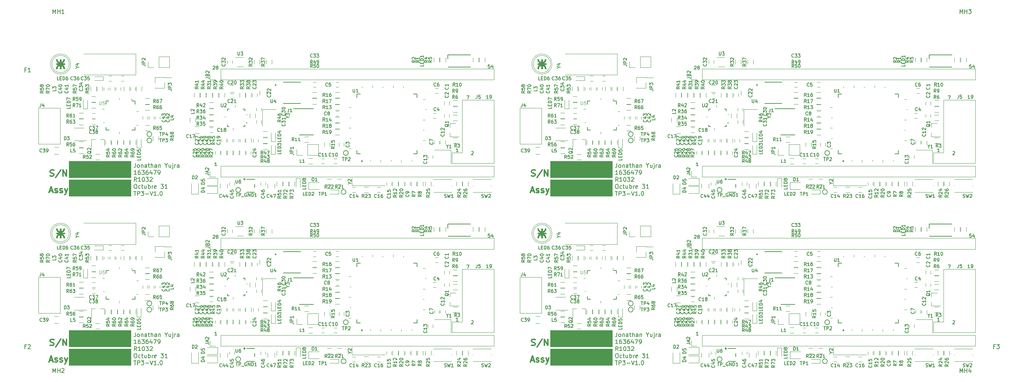
<source format=gbr>
G04 #@! TF.GenerationSoftware,KiCad,Pcbnew,(5.1.2)-1*
G04 #@! TF.CreationDate,2019-11-15T20:45:12-03:00*
G04 #@! TF.ProjectId,TP3-panel,5450332d-7061-46e6-956c-2e6b69636164,v1.0*
G04 #@! TF.SameCoordinates,Original*
G04 #@! TF.FileFunction,Legend,Top*
G04 #@! TF.FilePolarity,Positive*
%FSLAX46Y46*%
G04 Gerber Fmt 4.6, Leading zero omitted, Abs format (unit mm)*
G04 Created by KiCad (PCBNEW (5.1.2)-1) date 2019-11-15 20:45:12*
%MOMM*%
%LPD*%
G04 APERTURE LIST*
%ADD10C,0.100000*%
%ADD11C,0.150000*%
%ADD12C,0.300000*%
%ADD13C,0.200000*%
%ADD14C,0.120000*%
%ADD15C,0.152400*%
%ADD16C,0.250000*%
%ADD17C,0.050000*%
%ADD18C,0.127000*%
G04 APERTURE END LIST*
D10*
G36*
X174000000Y-126500000D02*
G01*
X159000000Y-126500000D01*
X159000000Y-122500000D01*
X174000000Y-122500000D01*
X174000000Y-126500000D01*
G37*
X174000000Y-126500000D02*
X159000000Y-126500000D01*
X159000000Y-122500000D01*
X174000000Y-122500000D01*
X174000000Y-126500000D01*
G36*
X57500000Y-126500000D02*
G01*
X42500000Y-126500000D01*
X42500000Y-122500000D01*
X57500000Y-122500000D01*
X57500000Y-126500000D01*
G37*
X57500000Y-126500000D02*
X42500000Y-126500000D01*
X42500000Y-122500000D01*
X57500000Y-122500000D01*
X57500000Y-126500000D01*
G36*
X174000000Y-85500000D02*
G01*
X159000000Y-85500000D01*
X159000000Y-81500000D01*
X174000000Y-81500000D01*
X174000000Y-85500000D01*
G37*
X174000000Y-85500000D02*
X159000000Y-85500000D01*
X159000000Y-81500000D01*
X174000000Y-81500000D01*
X174000000Y-85500000D01*
G36*
X174000000Y-122000000D02*
G01*
X159000000Y-122000000D01*
X159000000Y-118000000D01*
X174000000Y-118000000D01*
X174000000Y-122000000D01*
G37*
X174000000Y-122000000D02*
X159000000Y-122000000D01*
X159000000Y-118000000D01*
X174000000Y-118000000D01*
X174000000Y-122000000D01*
G36*
X57500000Y-122000000D02*
G01*
X42500000Y-122000000D01*
X42500000Y-118000000D01*
X57500000Y-118000000D01*
X57500000Y-122000000D01*
G37*
X57500000Y-122000000D02*
X42500000Y-122000000D01*
X42500000Y-118000000D01*
X57500000Y-118000000D01*
X57500000Y-122000000D01*
G36*
X174000000Y-81000000D02*
G01*
X159000000Y-81000000D01*
X159000000Y-77000000D01*
X174000000Y-77000000D01*
X174000000Y-81000000D01*
G37*
X174000000Y-81000000D02*
X159000000Y-81000000D01*
X159000000Y-77000000D01*
X174000000Y-77000000D01*
X174000000Y-81000000D01*
D11*
X194828571Y-119161904D02*
X194371428Y-119161904D01*
X194600000Y-119161904D02*
X194600000Y-118361904D01*
X194523809Y-118476190D01*
X194447619Y-118552380D01*
X194371428Y-118590476D01*
X78328571Y-119161904D02*
X77871428Y-119161904D01*
X78100000Y-119161904D02*
X78100000Y-118361904D01*
X78023809Y-118476190D01*
X77947619Y-118552380D01*
X77871428Y-118590476D01*
X194828571Y-78161904D02*
X194371428Y-78161904D01*
X194600000Y-78161904D02*
X194600000Y-77361904D01*
X194523809Y-77476190D01*
X194447619Y-77552380D01*
X194371428Y-77590476D01*
X253228571Y-115761904D02*
X252771428Y-115761904D01*
X253000000Y-115761904D02*
X253000000Y-114961904D01*
X252923809Y-115076190D01*
X252847619Y-115152380D01*
X252771428Y-115190476D01*
X136728571Y-115761904D02*
X136271428Y-115761904D01*
X136500000Y-115761904D02*
X136500000Y-114961904D01*
X136423809Y-115076190D01*
X136347619Y-115152380D01*
X136271428Y-115190476D01*
X253228571Y-74761904D02*
X252771428Y-74761904D01*
X253000000Y-74761904D02*
X253000000Y-73961904D01*
X252923809Y-74076190D01*
X252847619Y-74152380D01*
X252771428Y-74190476D01*
X256471428Y-115738095D02*
X256509523Y-115700000D01*
X256585714Y-115661904D01*
X256776190Y-115661904D01*
X256852380Y-115700000D01*
X256890476Y-115738095D01*
X256928571Y-115814285D01*
X256928571Y-115890476D01*
X256890476Y-116004761D01*
X256433333Y-116461904D01*
X256928571Y-116461904D01*
X139971428Y-115738095D02*
X140009523Y-115700000D01*
X140085714Y-115661904D01*
X140276190Y-115661904D01*
X140352380Y-115700000D01*
X140390476Y-115738095D01*
X140428571Y-115814285D01*
X140428571Y-115890476D01*
X140390476Y-116004761D01*
X139933333Y-116461904D01*
X140428571Y-116461904D01*
X256471428Y-74738095D02*
X256509523Y-74700000D01*
X256585714Y-74661904D01*
X256776190Y-74661904D01*
X256852380Y-74700000D01*
X256890476Y-74738095D01*
X256928571Y-74814285D01*
X256928571Y-74890476D01*
X256890476Y-75004761D01*
X256433333Y-75461904D01*
X256928571Y-75461904D01*
D12*
X154500000Y-121607142D02*
X154714285Y-121678571D01*
X155071428Y-121678571D01*
X155214285Y-121607142D01*
X155285714Y-121535714D01*
X155357142Y-121392857D01*
X155357142Y-121250000D01*
X155285714Y-121107142D01*
X155214285Y-121035714D01*
X155071428Y-120964285D01*
X154785714Y-120892857D01*
X154642857Y-120821428D01*
X154571428Y-120750000D01*
X154500000Y-120607142D01*
X154500000Y-120464285D01*
X154571428Y-120321428D01*
X154642857Y-120250000D01*
X154785714Y-120178571D01*
X155142857Y-120178571D01*
X155357142Y-120250000D01*
X157071428Y-120107142D02*
X155785714Y-122035714D01*
X157571428Y-121678571D02*
X157571428Y-120178571D01*
X158428571Y-121678571D01*
X158428571Y-120178571D01*
X38000000Y-121607142D02*
X38214285Y-121678571D01*
X38571428Y-121678571D01*
X38714285Y-121607142D01*
X38785714Y-121535714D01*
X38857142Y-121392857D01*
X38857142Y-121250000D01*
X38785714Y-121107142D01*
X38714285Y-121035714D01*
X38571428Y-120964285D01*
X38285714Y-120892857D01*
X38142857Y-120821428D01*
X38071428Y-120750000D01*
X38000000Y-120607142D01*
X38000000Y-120464285D01*
X38071428Y-120321428D01*
X38142857Y-120250000D01*
X38285714Y-120178571D01*
X38642857Y-120178571D01*
X38857142Y-120250000D01*
X40571428Y-120107142D02*
X39285714Y-122035714D01*
X41071428Y-121678571D02*
X41071428Y-120178571D01*
X41928571Y-121678571D01*
X41928571Y-120178571D01*
X154500000Y-80607142D02*
X154714285Y-80678571D01*
X155071428Y-80678571D01*
X155214285Y-80607142D01*
X155285714Y-80535714D01*
X155357142Y-80392857D01*
X155357142Y-80250000D01*
X155285714Y-80107142D01*
X155214285Y-80035714D01*
X155071428Y-79964285D01*
X154785714Y-79892857D01*
X154642857Y-79821428D01*
X154571428Y-79750000D01*
X154500000Y-79607142D01*
X154500000Y-79464285D01*
X154571428Y-79321428D01*
X154642857Y-79250000D01*
X154785714Y-79178571D01*
X155142857Y-79178571D01*
X155357142Y-79250000D01*
X157071428Y-79107142D02*
X155785714Y-81035714D01*
X157571428Y-80678571D02*
X157571428Y-79178571D01*
X158428571Y-80678571D01*
X158428571Y-79178571D01*
D11*
X193890476Y-95038095D02*
X193928571Y-95000000D01*
X194004761Y-94961904D01*
X194195238Y-94961904D01*
X194271428Y-95000000D01*
X194309523Y-95038095D01*
X194347619Y-95114285D01*
X194347619Y-95190476D01*
X194309523Y-95304761D01*
X193852380Y-95761904D01*
X194347619Y-95761904D01*
X194804761Y-95304761D02*
X194728571Y-95266666D01*
X194690476Y-95228571D01*
X194652380Y-95152380D01*
X194652380Y-95114285D01*
X194690476Y-95038095D01*
X194728571Y-95000000D01*
X194804761Y-94961904D01*
X194957142Y-94961904D01*
X195033333Y-95000000D01*
X195071428Y-95038095D01*
X195109523Y-95114285D01*
X195109523Y-95152380D01*
X195071428Y-95228571D01*
X195033333Y-95266666D01*
X194957142Y-95304761D01*
X194804761Y-95304761D01*
X194728571Y-95342857D01*
X194690476Y-95380952D01*
X194652380Y-95457142D01*
X194652380Y-95609523D01*
X194690476Y-95685714D01*
X194728571Y-95723809D01*
X194804761Y-95761904D01*
X194957142Y-95761904D01*
X195033333Y-95723809D01*
X195071428Y-95685714D01*
X195109523Y-95609523D01*
X195109523Y-95457142D01*
X195071428Y-95380952D01*
X195033333Y-95342857D01*
X194957142Y-95304761D01*
X77390476Y-95038095D02*
X77428571Y-95000000D01*
X77504761Y-94961904D01*
X77695238Y-94961904D01*
X77771428Y-95000000D01*
X77809523Y-95038095D01*
X77847619Y-95114285D01*
X77847619Y-95190476D01*
X77809523Y-95304761D01*
X77352380Y-95761904D01*
X77847619Y-95761904D01*
X78304761Y-95304761D02*
X78228571Y-95266666D01*
X78190476Y-95228571D01*
X78152380Y-95152380D01*
X78152380Y-95114285D01*
X78190476Y-95038095D01*
X78228571Y-95000000D01*
X78304761Y-94961904D01*
X78457142Y-94961904D01*
X78533333Y-95000000D01*
X78571428Y-95038095D01*
X78609523Y-95114285D01*
X78609523Y-95152380D01*
X78571428Y-95228571D01*
X78533333Y-95266666D01*
X78457142Y-95304761D01*
X78304761Y-95304761D01*
X78228571Y-95342857D01*
X78190476Y-95380952D01*
X78152380Y-95457142D01*
X78152380Y-95609523D01*
X78190476Y-95685714D01*
X78228571Y-95723809D01*
X78304761Y-95761904D01*
X78457142Y-95761904D01*
X78533333Y-95723809D01*
X78571428Y-95685714D01*
X78609523Y-95609523D01*
X78609523Y-95457142D01*
X78571428Y-95380952D01*
X78533333Y-95342857D01*
X78457142Y-95304761D01*
X193890476Y-54038095D02*
X193928571Y-54000000D01*
X194004761Y-53961904D01*
X194195238Y-53961904D01*
X194271428Y-54000000D01*
X194309523Y-54038095D01*
X194347619Y-54114285D01*
X194347619Y-54190476D01*
X194309523Y-54304761D01*
X193852380Y-54761904D01*
X194347619Y-54761904D01*
X194804761Y-54304761D02*
X194728571Y-54266666D01*
X194690476Y-54228571D01*
X194652380Y-54152380D01*
X194652380Y-54114285D01*
X194690476Y-54038095D01*
X194728571Y-54000000D01*
X194804761Y-53961904D01*
X194957142Y-53961904D01*
X195033333Y-54000000D01*
X195071428Y-54038095D01*
X195109523Y-54114285D01*
X195109523Y-54152380D01*
X195071428Y-54228571D01*
X195033333Y-54266666D01*
X194957142Y-54304761D01*
X194804761Y-54304761D01*
X194728571Y-54342857D01*
X194690476Y-54380952D01*
X194652380Y-54457142D01*
X194652380Y-54609523D01*
X194690476Y-54685714D01*
X194728571Y-54723809D01*
X194804761Y-54761904D01*
X194957142Y-54761904D01*
X195033333Y-54723809D01*
X195071428Y-54685714D01*
X195109523Y-54609523D01*
X195109523Y-54457142D01*
X195071428Y-54380952D01*
X195033333Y-54342857D01*
X194957142Y-54304761D01*
X260547619Y-102861904D02*
X260090476Y-102861904D01*
X260319047Y-102861904D02*
X260319047Y-102061904D01*
X260242857Y-102176190D01*
X260166666Y-102252380D01*
X260090476Y-102290476D01*
X260928571Y-102861904D02*
X261080952Y-102861904D01*
X261157142Y-102823809D01*
X261195238Y-102785714D01*
X261271428Y-102671428D01*
X261309523Y-102519047D01*
X261309523Y-102214285D01*
X261271428Y-102138095D01*
X261233333Y-102100000D01*
X261157142Y-102061904D01*
X261004761Y-102061904D01*
X260928571Y-102100000D01*
X260890476Y-102138095D01*
X260852380Y-102214285D01*
X260852380Y-102404761D01*
X260890476Y-102480952D01*
X260928571Y-102519047D01*
X261004761Y-102557142D01*
X261157142Y-102557142D01*
X261233333Y-102519047D01*
X261271428Y-102480952D01*
X261309523Y-102404761D01*
X144047619Y-102861904D02*
X143590476Y-102861904D01*
X143819047Y-102861904D02*
X143819047Y-102061904D01*
X143742857Y-102176190D01*
X143666666Y-102252380D01*
X143590476Y-102290476D01*
X144428571Y-102861904D02*
X144580952Y-102861904D01*
X144657142Y-102823809D01*
X144695238Y-102785714D01*
X144771428Y-102671428D01*
X144809523Y-102519047D01*
X144809523Y-102214285D01*
X144771428Y-102138095D01*
X144733333Y-102100000D01*
X144657142Y-102061904D01*
X144504761Y-102061904D01*
X144428571Y-102100000D01*
X144390476Y-102138095D01*
X144352380Y-102214285D01*
X144352380Y-102404761D01*
X144390476Y-102480952D01*
X144428571Y-102519047D01*
X144504761Y-102557142D01*
X144657142Y-102557142D01*
X144733333Y-102519047D01*
X144771428Y-102480952D01*
X144809523Y-102404761D01*
X260547619Y-61861904D02*
X260090476Y-61861904D01*
X260319047Y-61861904D02*
X260319047Y-61061904D01*
X260242857Y-61176190D01*
X260166666Y-61252380D01*
X260090476Y-61290476D01*
X260928571Y-61861904D02*
X261080952Y-61861904D01*
X261157142Y-61823809D01*
X261195238Y-61785714D01*
X261271428Y-61671428D01*
X261309523Y-61519047D01*
X261309523Y-61214285D01*
X261271428Y-61138095D01*
X261233333Y-61100000D01*
X261157142Y-61061904D01*
X261004761Y-61061904D01*
X260928571Y-61100000D01*
X260890476Y-61138095D01*
X260852380Y-61214285D01*
X260852380Y-61404761D01*
X260890476Y-61480952D01*
X260928571Y-61519047D01*
X261004761Y-61557142D01*
X261157142Y-61557142D01*
X261233333Y-61519047D01*
X261271428Y-61480952D01*
X261309523Y-61404761D01*
X260909523Y-94661904D02*
X260528571Y-94661904D01*
X260490476Y-95042857D01*
X260528571Y-95004761D01*
X260604761Y-94966666D01*
X260795238Y-94966666D01*
X260871428Y-95004761D01*
X260909523Y-95042857D01*
X260947619Y-95119047D01*
X260947619Y-95309523D01*
X260909523Y-95385714D01*
X260871428Y-95423809D01*
X260795238Y-95461904D01*
X260604761Y-95461904D01*
X260528571Y-95423809D01*
X260490476Y-95385714D01*
X261633333Y-94928571D02*
X261633333Y-95461904D01*
X261442857Y-94623809D02*
X261252380Y-95195238D01*
X261747619Y-95195238D01*
X144409523Y-94661904D02*
X144028571Y-94661904D01*
X143990476Y-95042857D01*
X144028571Y-95004761D01*
X144104761Y-94966666D01*
X144295238Y-94966666D01*
X144371428Y-95004761D01*
X144409523Y-95042857D01*
X144447619Y-95119047D01*
X144447619Y-95309523D01*
X144409523Y-95385714D01*
X144371428Y-95423809D01*
X144295238Y-95461904D01*
X144104761Y-95461904D01*
X144028571Y-95423809D01*
X143990476Y-95385714D01*
X145133333Y-94928571D02*
X145133333Y-95461904D01*
X144942857Y-94623809D02*
X144752380Y-95195238D01*
X145247619Y-95195238D01*
X260909523Y-53661904D02*
X260528571Y-53661904D01*
X260490476Y-54042857D01*
X260528571Y-54004761D01*
X260604761Y-53966666D01*
X260795238Y-53966666D01*
X260871428Y-54004761D01*
X260909523Y-54042857D01*
X260947619Y-54119047D01*
X260947619Y-54309523D01*
X260909523Y-54385714D01*
X260871428Y-54423809D01*
X260795238Y-54461904D01*
X260604761Y-54461904D01*
X260528571Y-54423809D01*
X260490476Y-54385714D01*
X261633333Y-53928571D02*
X261633333Y-54461904D01*
X261442857Y-53623809D02*
X261252380Y-54195238D01*
X261747619Y-54195238D01*
X255333333Y-102161904D02*
X255866666Y-102161904D01*
X255523809Y-102961904D01*
X138833333Y-102161904D02*
X139366666Y-102161904D01*
X139023809Y-102961904D01*
X255333333Y-61161904D02*
X255866666Y-61161904D01*
X255523809Y-61961904D01*
D12*
X154357142Y-125250000D02*
X155071428Y-125250000D01*
X154214285Y-125678571D02*
X154714285Y-124178571D01*
X155214285Y-125678571D01*
X155642857Y-125607142D02*
X155785714Y-125678571D01*
X156071428Y-125678571D01*
X156214285Y-125607142D01*
X156285714Y-125464285D01*
X156285714Y-125392857D01*
X156214285Y-125250000D01*
X156071428Y-125178571D01*
X155857142Y-125178571D01*
X155714285Y-125107142D01*
X155642857Y-124964285D01*
X155642857Y-124892857D01*
X155714285Y-124750000D01*
X155857142Y-124678571D01*
X156071428Y-124678571D01*
X156214285Y-124750000D01*
X156857142Y-125607142D02*
X157000000Y-125678571D01*
X157285714Y-125678571D01*
X157428571Y-125607142D01*
X157500000Y-125464285D01*
X157500000Y-125392857D01*
X157428571Y-125250000D01*
X157285714Y-125178571D01*
X157071428Y-125178571D01*
X156928571Y-125107142D01*
X156857142Y-124964285D01*
X156857142Y-124892857D01*
X156928571Y-124750000D01*
X157071428Y-124678571D01*
X157285714Y-124678571D01*
X157428571Y-124750000D01*
X158000000Y-124678571D02*
X158357142Y-125678571D01*
X158714285Y-124678571D02*
X158357142Y-125678571D01*
X158214285Y-126035714D01*
X158142857Y-126107142D01*
X158000000Y-126178571D01*
X37857142Y-125250000D02*
X38571428Y-125250000D01*
X37714285Y-125678571D02*
X38214285Y-124178571D01*
X38714285Y-125678571D01*
X39142857Y-125607142D02*
X39285714Y-125678571D01*
X39571428Y-125678571D01*
X39714285Y-125607142D01*
X39785714Y-125464285D01*
X39785714Y-125392857D01*
X39714285Y-125250000D01*
X39571428Y-125178571D01*
X39357142Y-125178571D01*
X39214285Y-125107142D01*
X39142857Y-124964285D01*
X39142857Y-124892857D01*
X39214285Y-124750000D01*
X39357142Y-124678571D01*
X39571428Y-124678571D01*
X39714285Y-124750000D01*
X40357142Y-125607142D02*
X40500000Y-125678571D01*
X40785714Y-125678571D01*
X40928571Y-125607142D01*
X41000000Y-125464285D01*
X41000000Y-125392857D01*
X40928571Y-125250000D01*
X40785714Y-125178571D01*
X40571428Y-125178571D01*
X40428571Y-125107142D01*
X40357142Y-124964285D01*
X40357142Y-124892857D01*
X40428571Y-124750000D01*
X40571428Y-124678571D01*
X40785714Y-124678571D01*
X40928571Y-124750000D01*
X41500000Y-124678571D02*
X41857142Y-125678571D01*
X42214285Y-124678571D02*
X41857142Y-125678571D01*
X41714285Y-126035714D01*
X41642857Y-126107142D01*
X41500000Y-126178571D01*
X154357142Y-84250000D02*
X155071428Y-84250000D01*
X154214285Y-84678571D02*
X154714285Y-83178571D01*
X155214285Y-84678571D01*
X155642857Y-84607142D02*
X155785714Y-84678571D01*
X156071428Y-84678571D01*
X156214285Y-84607142D01*
X156285714Y-84464285D01*
X156285714Y-84392857D01*
X156214285Y-84250000D01*
X156071428Y-84178571D01*
X155857142Y-84178571D01*
X155714285Y-84107142D01*
X155642857Y-83964285D01*
X155642857Y-83892857D01*
X155714285Y-83750000D01*
X155857142Y-83678571D01*
X156071428Y-83678571D01*
X156214285Y-83750000D01*
X156857142Y-84607142D02*
X157000000Y-84678571D01*
X157285714Y-84678571D01*
X157428571Y-84607142D01*
X157500000Y-84464285D01*
X157500000Y-84392857D01*
X157428571Y-84250000D01*
X157285714Y-84178571D01*
X157071428Y-84178571D01*
X156928571Y-84107142D01*
X156857142Y-83964285D01*
X156857142Y-83892857D01*
X156928571Y-83750000D01*
X157071428Y-83678571D01*
X157285714Y-83678571D01*
X157428571Y-83750000D01*
X158000000Y-83678571D02*
X158357142Y-84678571D01*
X158714285Y-83678571D02*
X158357142Y-84678571D01*
X158214285Y-85035714D01*
X158142857Y-85107142D01*
X158000000Y-85178571D01*
D13*
X175153809Y-118552380D02*
X175153809Y-119266666D01*
X175106190Y-119409523D01*
X175010952Y-119504761D01*
X174868095Y-119552380D01*
X174772857Y-119552380D01*
X175772857Y-119552380D02*
X175677619Y-119504761D01*
X175630000Y-119457142D01*
X175582380Y-119361904D01*
X175582380Y-119076190D01*
X175630000Y-118980952D01*
X175677619Y-118933333D01*
X175772857Y-118885714D01*
X175915714Y-118885714D01*
X176010952Y-118933333D01*
X176058571Y-118980952D01*
X176106190Y-119076190D01*
X176106190Y-119361904D01*
X176058571Y-119457142D01*
X176010952Y-119504761D01*
X175915714Y-119552380D01*
X175772857Y-119552380D01*
X176534761Y-118885714D02*
X176534761Y-119552380D01*
X176534761Y-118980952D02*
X176582380Y-118933333D01*
X176677619Y-118885714D01*
X176820476Y-118885714D01*
X176915714Y-118933333D01*
X176963333Y-119028571D01*
X176963333Y-119552380D01*
X177868095Y-119552380D02*
X177868095Y-119028571D01*
X177820476Y-118933333D01*
X177725238Y-118885714D01*
X177534761Y-118885714D01*
X177439523Y-118933333D01*
X177868095Y-119504761D02*
X177772857Y-119552380D01*
X177534761Y-119552380D01*
X177439523Y-119504761D01*
X177391904Y-119409523D01*
X177391904Y-119314285D01*
X177439523Y-119219047D01*
X177534761Y-119171428D01*
X177772857Y-119171428D01*
X177868095Y-119123809D01*
X178201428Y-118885714D02*
X178582380Y-118885714D01*
X178344285Y-118552380D02*
X178344285Y-119409523D01*
X178391904Y-119504761D01*
X178487142Y-119552380D01*
X178582380Y-119552380D01*
X178915714Y-119552380D02*
X178915714Y-118552380D01*
X179344285Y-119552380D02*
X179344285Y-119028571D01*
X179296666Y-118933333D01*
X179201428Y-118885714D01*
X179058571Y-118885714D01*
X178963333Y-118933333D01*
X178915714Y-118980952D01*
X180249047Y-119552380D02*
X180249047Y-119028571D01*
X180201428Y-118933333D01*
X180106190Y-118885714D01*
X179915714Y-118885714D01*
X179820476Y-118933333D01*
X180249047Y-119504761D02*
X180153809Y-119552380D01*
X179915714Y-119552380D01*
X179820476Y-119504761D01*
X179772857Y-119409523D01*
X179772857Y-119314285D01*
X179820476Y-119219047D01*
X179915714Y-119171428D01*
X180153809Y-119171428D01*
X180249047Y-119123809D01*
X180725238Y-118885714D02*
X180725238Y-119552380D01*
X180725238Y-118980952D02*
X180772857Y-118933333D01*
X180868095Y-118885714D01*
X181010952Y-118885714D01*
X181106190Y-118933333D01*
X181153809Y-119028571D01*
X181153809Y-119552380D01*
X182582380Y-119076190D02*
X182582380Y-119552380D01*
X182249047Y-118552380D02*
X182582380Y-119076190D01*
X182915714Y-118552380D01*
X183677619Y-118885714D02*
X183677619Y-119552380D01*
X183249047Y-118885714D02*
X183249047Y-119409523D01*
X183296666Y-119504761D01*
X183391904Y-119552380D01*
X183534761Y-119552380D01*
X183630000Y-119504761D01*
X183677619Y-119457142D01*
X184153809Y-118885714D02*
X184153809Y-119742857D01*
X184106190Y-119838095D01*
X184010952Y-119885714D01*
X183963333Y-119885714D01*
X184153809Y-118552380D02*
X184106190Y-118600000D01*
X184153809Y-118647619D01*
X184201428Y-118600000D01*
X184153809Y-118552380D01*
X184153809Y-118647619D01*
X184630000Y-119552380D02*
X184630000Y-118885714D01*
X184630000Y-119076190D02*
X184677619Y-118980952D01*
X184725238Y-118933333D01*
X184820476Y-118885714D01*
X184915714Y-118885714D01*
X185677619Y-119552380D02*
X185677619Y-119028571D01*
X185630000Y-118933333D01*
X185534761Y-118885714D01*
X185344285Y-118885714D01*
X185249047Y-118933333D01*
X185677619Y-119504761D02*
X185582380Y-119552380D01*
X185344285Y-119552380D01*
X185249047Y-119504761D01*
X185201428Y-119409523D01*
X185201428Y-119314285D01*
X185249047Y-119219047D01*
X185344285Y-119171428D01*
X185582380Y-119171428D01*
X185677619Y-119123809D01*
X175391904Y-121252380D02*
X174820476Y-121252380D01*
X175106190Y-121252380D02*
X175106190Y-120252380D01*
X175010952Y-120395238D01*
X174915714Y-120490476D01*
X174820476Y-120538095D01*
X176249047Y-120252380D02*
X176058571Y-120252380D01*
X175963333Y-120300000D01*
X175915714Y-120347619D01*
X175820476Y-120490476D01*
X175772857Y-120680952D01*
X175772857Y-121061904D01*
X175820476Y-121157142D01*
X175868095Y-121204761D01*
X175963333Y-121252380D01*
X176153809Y-121252380D01*
X176249047Y-121204761D01*
X176296666Y-121157142D01*
X176344285Y-121061904D01*
X176344285Y-120823809D01*
X176296666Y-120728571D01*
X176249047Y-120680952D01*
X176153809Y-120633333D01*
X175963333Y-120633333D01*
X175868095Y-120680952D01*
X175820476Y-120728571D01*
X175772857Y-120823809D01*
X176677619Y-120252380D02*
X177296666Y-120252380D01*
X176963333Y-120633333D01*
X177106190Y-120633333D01*
X177201428Y-120680952D01*
X177249047Y-120728571D01*
X177296666Y-120823809D01*
X177296666Y-121061904D01*
X177249047Y-121157142D01*
X177201428Y-121204761D01*
X177106190Y-121252380D01*
X176820476Y-121252380D01*
X176725238Y-121204761D01*
X176677619Y-121157142D01*
X178153809Y-120252380D02*
X177963333Y-120252380D01*
X177868095Y-120300000D01*
X177820476Y-120347619D01*
X177725238Y-120490476D01*
X177677619Y-120680952D01*
X177677619Y-121061904D01*
X177725238Y-121157142D01*
X177772857Y-121204761D01*
X177868095Y-121252380D01*
X178058571Y-121252380D01*
X178153809Y-121204761D01*
X178201428Y-121157142D01*
X178249047Y-121061904D01*
X178249047Y-120823809D01*
X178201428Y-120728571D01*
X178153809Y-120680952D01*
X178058571Y-120633333D01*
X177868095Y-120633333D01*
X177772857Y-120680952D01*
X177725238Y-120728571D01*
X177677619Y-120823809D01*
X179106190Y-120585714D02*
X179106190Y-121252380D01*
X178868095Y-120204761D02*
X178630000Y-120919047D01*
X179249047Y-120919047D01*
X179534761Y-120252380D02*
X180201428Y-120252380D01*
X179772857Y-121252380D01*
X180630000Y-121252380D02*
X180820476Y-121252380D01*
X180915714Y-121204761D01*
X180963333Y-121157142D01*
X181058571Y-121014285D01*
X181106190Y-120823809D01*
X181106190Y-120442857D01*
X181058571Y-120347619D01*
X181010952Y-120300000D01*
X180915714Y-120252380D01*
X180725238Y-120252380D01*
X180630000Y-120300000D01*
X180582380Y-120347619D01*
X180534761Y-120442857D01*
X180534761Y-120680952D01*
X180582380Y-120776190D01*
X180630000Y-120823809D01*
X180725238Y-120871428D01*
X180915714Y-120871428D01*
X181010952Y-120823809D01*
X181058571Y-120776190D01*
X181106190Y-120680952D01*
X175439523Y-122952380D02*
X175106190Y-122476190D01*
X174868095Y-122952380D02*
X174868095Y-121952380D01*
X175249047Y-121952380D01*
X175344285Y-122000000D01*
X175391904Y-122047619D01*
X175439523Y-122142857D01*
X175439523Y-122285714D01*
X175391904Y-122380952D01*
X175344285Y-122428571D01*
X175249047Y-122476190D01*
X174868095Y-122476190D01*
X176391904Y-122952380D02*
X175820476Y-122952380D01*
X176106190Y-122952380D02*
X176106190Y-121952380D01*
X176010952Y-122095238D01*
X175915714Y-122190476D01*
X175820476Y-122238095D01*
X177010952Y-121952380D02*
X177106190Y-121952380D01*
X177201428Y-122000000D01*
X177249047Y-122047619D01*
X177296666Y-122142857D01*
X177344285Y-122333333D01*
X177344285Y-122571428D01*
X177296666Y-122761904D01*
X177249047Y-122857142D01*
X177201428Y-122904761D01*
X177106190Y-122952380D01*
X177010952Y-122952380D01*
X176915714Y-122904761D01*
X176868095Y-122857142D01*
X176820476Y-122761904D01*
X176772857Y-122571428D01*
X176772857Y-122333333D01*
X176820476Y-122142857D01*
X176868095Y-122047619D01*
X176915714Y-122000000D01*
X177010952Y-121952380D01*
X177677619Y-121952380D02*
X178296666Y-121952380D01*
X177963333Y-122333333D01*
X178106190Y-122333333D01*
X178201428Y-122380952D01*
X178249047Y-122428571D01*
X178296666Y-122523809D01*
X178296666Y-122761904D01*
X178249047Y-122857142D01*
X178201428Y-122904761D01*
X178106190Y-122952380D01*
X177820476Y-122952380D01*
X177725238Y-122904761D01*
X177677619Y-122857142D01*
X178677619Y-122047619D02*
X178725238Y-122000000D01*
X178820476Y-121952380D01*
X179058571Y-121952380D01*
X179153809Y-122000000D01*
X179201428Y-122047619D01*
X179249047Y-122142857D01*
X179249047Y-122238095D01*
X179201428Y-122380952D01*
X178630000Y-122952380D01*
X179249047Y-122952380D01*
X175058571Y-123652380D02*
X175249047Y-123652380D01*
X175344285Y-123700000D01*
X175439523Y-123795238D01*
X175487142Y-123985714D01*
X175487142Y-124319047D01*
X175439523Y-124509523D01*
X175344285Y-124604761D01*
X175249047Y-124652380D01*
X175058571Y-124652380D01*
X174963333Y-124604761D01*
X174868095Y-124509523D01*
X174820476Y-124319047D01*
X174820476Y-123985714D01*
X174868095Y-123795238D01*
X174963333Y-123700000D01*
X175058571Y-123652380D01*
X176344285Y-124604761D02*
X176249047Y-124652380D01*
X176058571Y-124652380D01*
X175963333Y-124604761D01*
X175915714Y-124557142D01*
X175868095Y-124461904D01*
X175868095Y-124176190D01*
X175915714Y-124080952D01*
X175963333Y-124033333D01*
X176058571Y-123985714D01*
X176249047Y-123985714D01*
X176344285Y-124033333D01*
X176630000Y-123985714D02*
X177010952Y-123985714D01*
X176772857Y-123652380D02*
X176772857Y-124509523D01*
X176820476Y-124604761D01*
X176915714Y-124652380D01*
X177010952Y-124652380D01*
X177772857Y-123985714D02*
X177772857Y-124652380D01*
X177344285Y-123985714D02*
X177344285Y-124509523D01*
X177391904Y-124604761D01*
X177487142Y-124652380D01*
X177630000Y-124652380D01*
X177725238Y-124604761D01*
X177772857Y-124557142D01*
X178249047Y-124652380D02*
X178249047Y-123652380D01*
X178249047Y-124033333D02*
X178344285Y-123985714D01*
X178534761Y-123985714D01*
X178630000Y-124033333D01*
X178677619Y-124080952D01*
X178725238Y-124176190D01*
X178725238Y-124461904D01*
X178677619Y-124557142D01*
X178630000Y-124604761D01*
X178534761Y-124652380D01*
X178344285Y-124652380D01*
X178249047Y-124604761D01*
X179153809Y-124652380D02*
X179153809Y-123985714D01*
X179153809Y-124176190D02*
X179201428Y-124080952D01*
X179249047Y-124033333D01*
X179344285Y-123985714D01*
X179439523Y-123985714D01*
X180153809Y-124604761D02*
X180058571Y-124652380D01*
X179868095Y-124652380D01*
X179772857Y-124604761D01*
X179725238Y-124509523D01*
X179725238Y-124128571D01*
X179772857Y-124033333D01*
X179868095Y-123985714D01*
X180058571Y-123985714D01*
X180153809Y-124033333D01*
X180201428Y-124128571D01*
X180201428Y-124223809D01*
X179725238Y-124319047D01*
X181296666Y-123652380D02*
X181915714Y-123652380D01*
X181582380Y-124033333D01*
X181725238Y-124033333D01*
X181820476Y-124080952D01*
X181868095Y-124128571D01*
X181915714Y-124223809D01*
X181915714Y-124461904D01*
X181868095Y-124557142D01*
X181820476Y-124604761D01*
X181725238Y-124652380D01*
X181439523Y-124652380D01*
X181344285Y-124604761D01*
X181296666Y-124557142D01*
X182868095Y-124652380D02*
X182296666Y-124652380D01*
X182582380Y-124652380D02*
X182582380Y-123652380D01*
X182487142Y-123795238D01*
X182391904Y-123890476D01*
X182296666Y-123938095D01*
X174725238Y-125352380D02*
X175296666Y-125352380D01*
X175010952Y-126352380D02*
X175010952Y-125352380D01*
X175630000Y-126352380D02*
X175630000Y-125352380D01*
X176010952Y-125352380D01*
X176106190Y-125400000D01*
X176153809Y-125447619D01*
X176201428Y-125542857D01*
X176201428Y-125685714D01*
X176153809Y-125780952D01*
X176106190Y-125828571D01*
X176010952Y-125876190D01*
X175630000Y-125876190D01*
X176534761Y-125352380D02*
X177153809Y-125352380D01*
X176820476Y-125733333D01*
X176963333Y-125733333D01*
X177058571Y-125780952D01*
X177106190Y-125828571D01*
X177153809Y-125923809D01*
X177153809Y-126161904D01*
X177106190Y-126257142D01*
X177058571Y-126304761D01*
X176963333Y-126352380D01*
X176677619Y-126352380D01*
X176582380Y-126304761D01*
X176534761Y-126257142D01*
X177582380Y-125971428D02*
X178344285Y-125971428D01*
X178677619Y-125352380D02*
X179010952Y-126352380D01*
X179344285Y-125352380D01*
X180201428Y-126352380D02*
X179630000Y-126352380D01*
X179915714Y-126352380D02*
X179915714Y-125352380D01*
X179820476Y-125495238D01*
X179725238Y-125590476D01*
X179630000Y-125638095D01*
X180630000Y-126257142D02*
X180677619Y-126304761D01*
X180630000Y-126352380D01*
X180582380Y-126304761D01*
X180630000Y-126257142D01*
X180630000Y-126352380D01*
X181296666Y-125352380D02*
X181391904Y-125352380D01*
X181487142Y-125400000D01*
X181534761Y-125447619D01*
X181582380Y-125542857D01*
X181630000Y-125733333D01*
X181630000Y-125971428D01*
X181582380Y-126161904D01*
X181534761Y-126257142D01*
X181487142Y-126304761D01*
X181391904Y-126352380D01*
X181296666Y-126352380D01*
X181201428Y-126304761D01*
X181153809Y-126257142D01*
X181106190Y-126161904D01*
X181058571Y-125971428D01*
X181058571Y-125733333D01*
X181106190Y-125542857D01*
X181153809Y-125447619D01*
X181201428Y-125400000D01*
X181296666Y-125352380D01*
X58653809Y-118552380D02*
X58653809Y-119266666D01*
X58606190Y-119409523D01*
X58510952Y-119504761D01*
X58368095Y-119552380D01*
X58272857Y-119552380D01*
X59272857Y-119552380D02*
X59177619Y-119504761D01*
X59130000Y-119457142D01*
X59082380Y-119361904D01*
X59082380Y-119076190D01*
X59130000Y-118980952D01*
X59177619Y-118933333D01*
X59272857Y-118885714D01*
X59415714Y-118885714D01*
X59510952Y-118933333D01*
X59558571Y-118980952D01*
X59606190Y-119076190D01*
X59606190Y-119361904D01*
X59558571Y-119457142D01*
X59510952Y-119504761D01*
X59415714Y-119552380D01*
X59272857Y-119552380D01*
X60034761Y-118885714D02*
X60034761Y-119552380D01*
X60034761Y-118980952D02*
X60082380Y-118933333D01*
X60177619Y-118885714D01*
X60320476Y-118885714D01*
X60415714Y-118933333D01*
X60463333Y-119028571D01*
X60463333Y-119552380D01*
X61368095Y-119552380D02*
X61368095Y-119028571D01*
X61320476Y-118933333D01*
X61225238Y-118885714D01*
X61034761Y-118885714D01*
X60939523Y-118933333D01*
X61368095Y-119504761D02*
X61272857Y-119552380D01*
X61034761Y-119552380D01*
X60939523Y-119504761D01*
X60891904Y-119409523D01*
X60891904Y-119314285D01*
X60939523Y-119219047D01*
X61034761Y-119171428D01*
X61272857Y-119171428D01*
X61368095Y-119123809D01*
X61701428Y-118885714D02*
X62082380Y-118885714D01*
X61844285Y-118552380D02*
X61844285Y-119409523D01*
X61891904Y-119504761D01*
X61987142Y-119552380D01*
X62082380Y-119552380D01*
X62415714Y-119552380D02*
X62415714Y-118552380D01*
X62844285Y-119552380D02*
X62844285Y-119028571D01*
X62796666Y-118933333D01*
X62701428Y-118885714D01*
X62558571Y-118885714D01*
X62463333Y-118933333D01*
X62415714Y-118980952D01*
X63749047Y-119552380D02*
X63749047Y-119028571D01*
X63701428Y-118933333D01*
X63606190Y-118885714D01*
X63415714Y-118885714D01*
X63320476Y-118933333D01*
X63749047Y-119504761D02*
X63653809Y-119552380D01*
X63415714Y-119552380D01*
X63320476Y-119504761D01*
X63272857Y-119409523D01*
X63272857Y-119314285D01*
X63320476Y-119219047D01*
X63415714Y-119171428D01*
X63653809Y-119171428D01*
X63749047Y-119123809D01*
X64225238Y-118885714D02*
X64225238Y-119552380D01*
X64225238Y-118980952D02*
X64272857Y-118933333D01*
X64368095Y-118885714D01*
X64510952Y-118885714D01*
X64606190Y-118933333D01*
X64653809Y-119028571D01*
X64653809Y-119552380D01*
X66082380Y-119076190D02*
X66082380Y-119552380D01*
X65749047Y-118552380D02*
X66082380Y-119076190D01*
X66415714Y-118552380D01*
X67177619Y-118885714D02*
X67177619Y-119552380D01*
X66749047Y-118885714D02*
X66749047Y-119409523D01*
X66796666Y-119504761D01*
X66891904Y-119552380D01*
X67034761Y-119552380D01*
X67130000Y-119504761D01*
X67177619Y-119457142D01*
X67653809Y-118885714D02*
X67653809Y-119742857D01*
X67606190Y-119838095D01*
X67510952Y-119885714D01*
X67463333Y-119885714D01*
X67653809Y-118552380D02*
X67606190Y-118600000D01*
X67653809Y-118647619D01*
X67701428Y-118600000D01*
X67653809Y-118552380D01*
X67653809Y-118647619D01*
X68130000Y-119552380D02*
X68130000Y-118885714D01*
X68130000Y-119076190D02*
X68177619Y-118980952D01*
X68225238Y-118933333D01*
X68320476Y-118885714D01*
X68415714Y-118885714D01*
X69177619Y-119552380D02*
X69177619Y-119028571D01*
X69130000Y-118933333D01*
X69034761Y-118885714D01*
X68844285Y-118885714D01*
X68749047Y-118933333D01*
X69177619Y-119504761D02*
X69082380Y-119552380D01*
X68844285Y-119552380D01*
X68749047Y-119504761D01*
X68701428Y-119409523D01*
X68701428Y-119314285D01*
X68749047Y-119219047D01*
X68844285Y-119171428D01*
X69082380Y-119171428D01*
X69177619Y-119123809D01*
X58891904Y-121252380D02*
X58320476Y-121252380D01*
X58606190Y-121252380D02*
X58606190Y-120252380D01*
X58510952Y-120395238D01*
X58415714Y-120490476D01*
X58320476Y-120538095D01*
X59749047Y-120252380D02*
X59558571Y-120252380D01*
X59463333Y-120300000D01*
X59415714Y-120347619D01*
X59320476Y-120490476D01*
X59272857Y-120680952D01*
X59272857Y-121061904D01*
X59320476Y-121157142D01*
X59368095Y-121204761D01*
X59463333Y-121252380D01*
X59653809Y-121252380D01*
X59749047Y-121204761D01*
X59796666Y-121157142D01*
X59844285Y-121061904D01*
X59844285Y-120823809D01*
X59796666Y-120728571D01*
X59749047Y-120680952D01*
X59653809Y-120633333D01*
X59463333Y-120633333D01*
X59368095Y-120680952D01*
X59320476Y-120728571D01*
X59272857Y-120823809D01*
X60177619Y-120252380D02*
X60796666Y-120252380D01*
X60463333Y-120633333D01*
X60606190Y-120633333D01*
X60701428Y-120680952D01*
X60749047Y-120728571D01*
X60796666Y-120823809D01*
X60796666Y-121061904D01*
X60749047Y-121157142D01*
X60701428Y-121204761D01*
X60606190Y-121252380D01*
X60320476Y-121252380D01*
X60225238Y-121204761D01*
X60177619Y-121157142D01*
X61653809Y-120252380D02*
X61463333Y-120252380D01*
X61368095Y-120300000D01*
X61320476Y-120347619D01*
X61225238Y-120490476D01*
X61177619Y-120680952D01*
X61177619Y-121061904D01*
X61225238Y-121157142D01*
X61272857Y-121204761D01*
X61368095Y-121252380D01*
X61558571Y-121252380D01*
X61653809Y-121204761D01*
X61701428Y-121157142D01*
X61749047Y-121061904D01*
X61749047Y-120823809D01*
X61701428Y-120728571D01*
X61653809Y-120680952D01*
X61558571Y-120633333D01*
X61368095Y-120633333D01*
X61272857Y-120680952D01*
X61225238Y-120728571D01*
X61177619Y-120823809D01*
X62606190Y-120585714D02*
X62606190Y-121252380D01*
X62368095Y-120204761D02*
X62130000Y-120919047D01*
X62749047Y-120919047D01*
X63034761Y-120252380D02*
X63701428Y-120252380D01*
X63272857Y-121252380D01*
X64130000Y-121252380D02*
X64320476Y-121252380D01*
X64415714Y-121204761D01*
X64463333Y-121157142D01*
X64558571Y-121014285D01*
X64606190Y-120823809D01*
X64606190Y-120442857D01*
X64558571Y-120347619D01*
X64510952Y-120300000D01*
X64415714Y-120252380D01*
X64225238Y-120252380D01*
X64130000Y-120300000D01*
X64082380Y-120347619D01*
X64034761Y-120442857D01*
X64034761Y-120680952D01*
X64082380Y-120776190D01*
X64130000Y-120823809D01*
X64225238Y-120871428D01*
X64415714Y-120871428D01*
X64510952Y-120823809D01*
X64558571Y-120776190D01*
X64606190Y-120680952D01*
X58939523Y-122952380D02*
X58606190Y-122476190D01*
X58368095Y-122952380D02*
X58368095Y-121952380D01*
X58749047Y-121952380D01*
X58844285Y-122000000D01*
X58891904Y-122047619D01*
X58939523Y-122142857D01*
X58939523Y-122285714D01*
X58891904Y-122380952D01*
X58844285Y-122428571D01*
X58749047Y-122476190D01*
X58368095Y-122476190D01*
X59891904Y-122952380D02*
X59320476Y-122952380D01*
X59606190Y-122952380D02*
X59606190Y-121952380D01*
X59510952Y-122095238D01*
X59415714Y-122190476D01*
X59320476Y-122238095D01*
X60510952Y-121952380D02*
X60606190Y-121952380D01*
X60701428Y-122000000D01*
X60749047Y-122047619D01*
X60796666Y-122142857D01*
X60844285Y-122333333D01*
X60844285Y-122571428D01*
X60796666Y-122761904D01*
X60749047Y-122857142D01*
X60701428Y-122904761D01*
X60606190Y-122952380D01*
X60510952Y-122952380D01*
X60415714Y-122904761D01*
X60368095Y-122857142D01*
X60320476Y-122761904D01*
X60272857Y-122571428D01*
X60272857Y-122333333D01*
X60320476Y-122142857D01*
X60368095Y-122047619D01*
X60415714Y-122000000D01*
X60510952Y-121952380D01*
X61177619Y-121952380D02*
X61796666Y-121952380D01*
X61463333Y-122333333D01*
X61606190Y-122333333D01*
X61701428Y-122380952D01*
X61749047Y-122428571D01*
X61796666Y-122523809D01*
X61796666Y-122761904D01*
X61749047Y-122857142D01*
X61701428Y-122904761D01*
X61606190Y-122952380D01*
X61320476Y-122952380D01*
X61225238Y-122904761D01*
X61177619Y-122857142D01*
X62177619Y-122047619D02*
X62225238Y-122000000D01*
X62320476Y-121952380D01*
X62558571Y-121952380D01*
X62653809Y-122000000D01*
X62701428Y-122047619D01*
X62749047Y-122142857D01*
X62749047Y-122238095D01*
X62701428Y-122380952D01*
X62130000Y-122952380D01*
X62749047Y-122952380D01*
X58558571Y-123652380D02*
X58749047Y-123652380D01*
X58844285Y-123700000D01*
X58939523Y-123795238D01*
X58987142Y-123985714D01*
X58987142Y-124319047D01*
X58939523Y-124509523D01*
X58844285Y-124604761D01*
X58749047Y-124652380D01*
X58558571Y-124652380D01*
X58463333Y-124604761D01*
X58368095Y-124509523D01*
X58320476Y-124319047D01*
X58320476Y-123985714D01*
X58368095Y-123795238D01*
X58463333Y-123700000D01*
X58558571Y-123652380D01*
X59844285Y-124604761D02*
X59749047Y-124652380D01*
X59558571Y-124652380D01*
X59463333Y-124604761D01*
X59415714Y-124557142D01*
X59368095Y-124461904D01*
X59368095Y-124176190D01*
X59415714Y-124080952D01*
X59463333Y-124033333D01*
X59558571Y-123985714D01*
X59749047Y-123985714D01*
X59844285Y-124033333D01*
X60130000Y-123985714D02*
X60510952Y-123985714D01*
X60272857Y-123652380D02*
X60272857Y-124509523D01*
X60320476Y-124604761D01*
X60415714Y-124652380D01*
X60510952Y-124652380D01*
X61272857Y-123985714D02*
X61272857Y-124652380D01*
X60844285Y-123985714D02*
X60844285Y-124509523D01*
X60891904Y-124604761D01*
X60987142Y-124652380D01*
X61130000Y-124652380D01*
X61225238Y-124604761D01*
X61272857Y-124557142D01*
X61749047Y-124652380D02*
X61749047Y-123652380D01*
X61749047Y-124033333D02*
X61844285Y-123985714D01*
X62034761Y-123985714D01*
X62130000Y-124033333D01*
X62177619Y-124080952D01*
X62225238Y-124176190D01*
X62225238Y-124461904D01*
X62177619Y-124557142D01*
X62130000Y-124604761D01*
X62034761Y-124652380D01*
X61844285Y-124652380D01*
X61749047Y-124604761D01*
X62653809Y-124652380D02*
X62653809Y-123985714D01*
X62653809Y-124176190D02*
X62701428Y-124080952D01*
X62749047Y-124033333D01*
X62844285Y-123985714D01*
X62939523Y-123985714D01*
X63653809Y-124604761D02*
X63558571Y-124652380D01*
X63368095Y-124652380D01*
X63272857Y-124604761D01*
X63225238Y-124509523D01*
X63225238Y-124128571D01*
X63272857Y-124033333D01*
X63368095Y-123985714D01*
X63558571Y-123985714D01*
X63653809Y-124033333D01*
X63701428Y-124128571D01*
X63701428Y-124223809D01*
X63225238Y-124319047D01*
X64796666Y-123652380D02*
X65415714Y-123652380D01*
X65082380Y-124033333D01*
X65225238Y-124033333D01*
X65320476Y-124080952D01*
X65368095Y-124128571D01*
X65415714Y-124223809D01*
X65415714Y-124461904D01*
X65368095Y-124557142D01*
X65320476Y-124604761D01*
X65225238Y-124652380D01*
X64939523Y-124652380D01*
X64844285Y-124604761D01*
X64796666Y-124557142D01*
X66368095Y-124652380D02*
X65796666Y-124652380D01*
X66082380Y-124652380D02*
X66082380Y-123652380D01*
X65987142Y-123795238D01*
X65891904Y-123890476D01*
X65796666Y-123938095D01*
X58225238Y-125352380D02*
X58796666Y-125352380D01*
X58510952Y-126352380D02*
X58510952Y-125352380D01*
X59130000Y-126352380D02*
X59130000Y-125352380D01*
X59510952Y-125352380D01*
X59606190Y-125400000D01*
X59653809Y-125447619D01*
X59701428Y-125542857D01*
X59701428Y-125685714D01*
X59653809Y-125780952D01*
X59606190Y-125828571D01*
X59510952Y-125876190D01*
X59130000Y-125876190D01*
X60034761Y-125352380D02*
X60653809Y-125352380D01*
X60320476Y-125733333D01*
X60463333Y-125733333D01*
X60558571Y-125780952D01*
X60606190Y-125828571D01*
X60653809Y-125923809D01*
X60653809Y-126161904D01*
X60606190Y-126257142D01*
X60558571Y-126304761D01*
X60463333Y-126352380D01*
X60177619Y-126352380D01*
X60082380Y-126304761D01*
X60034761Y-126257142D01*
X61082380Y-125971428D02*
X61844285Y-125971428D01*
X62177619Y-125352380D02*
X62510952Y-126352380D01*
X62844285Y-125352380D01*
X63701428Y-126352380D02*
X63130000Y-126352380D01*
X63415714Y-126352380D02*
X63415714Y-125352380D01*
X63320476Y-125495238D01*
X63225238Y-125590476D01*
X63130000Y-125638095D01*
X64130000Y-126257142D02*
X64177619Y-126304761D01*
X64130000Y-126352380D01*
X64082380Y-126304761D01*
X64130000Y-126257142D01*
X64130000Y-126352380D01*
X64796666Y-125352380D02*
X64891904Y-125352380D01*
X64987142Y-125400000D01*
X65034761Y-125447619D01*
X65082380Y-125542857D01*
X65130000Y-125733333D01*
X65130000Y-125971428D01*
X65082380Y-126161904D01*
X65034761Y-126257142D01*
X64987142Y-126304761D01*
X64891904Y-126352380D01*
X64796666Y-126352380D01*
X64701428Y-126304761D01*
X64653809Y-126257142D01*
X64606190Y-126161904D01*
X64558571Y-125971428D01*
X64558571Y-125733333D01*
X64606190Y-125542857D01*
X64653809Y-125447619D01*
X64701428Y-125400000D01*
X64796666Y-125352380D01*
X175153809Y-77552380D02*
X175153809Y-78266666D01*
X175106190Y-78409523D01*
X175010952Y-78504761D01*
X174868095Y-78552380D01*
X174772857Y-78552380D01*
X175772857Y-78552380D02*
X175677619Y-78504761D01*
X175630000Y-78457142D01*
X175582380Y-78361904D01*
X175582380Y-78076190D01*
X175630000Y-77980952D01*
X175677619Y-77933333D01*
X175772857Y-77885714D01*
X175915714Y-77885714D01*
X176010952Y-77933333D01*
X176058571Y-77980952D01*
X176106190Y-78076190D01*
X176106190Y-78361904D01*
X176058571Y-78457142D01*
X176010952Y-78504761D01*
X175915714Y-78552380D01*
X175772857Y-78552380D01*
X176534761Y-77885714D02*
X176534761Y-78552380D01*
X176534761Y-77980952D02*
X176582380Y-77933333D01*
X176677619Y-77885714D01*
X176820476Y-77885714D01*
X176915714Y-77933333D01*
X176963333Y-78028571D01*
X176963333Y-78552380D01*
X177868095Y-78552380D02*
X177868095Y-78028571D01*
X177820476Y-77933333D01*
X177725238Y-77885714D01*
X177534761Y-77885714D01*
X177439523Y-77933333D01*
X177868095Y-78504761D02*
X177772857Y-78552380D01*
X177534761Y-78552380D01*
X177439523Y-78504761D01*
X177391904Y-78409523D01*
X177391904Y-78314285D01*
X177439523Y-78219047D01*
X177534761Y-78171428D01*
X177772857Y-78171428D01*
X177868095Y-78123809D01*
X178201428Y-77885714D02*
X178582380Y-77885714D01*
X178344285Y-77552380D02*
X178344285Y-78409523D01*
X178391904Y-78504761D01*
X178487142Y-78552380D01*
X178582380Y-78552380D01*
X178915714Y-78552380D02*
X178915714Y-77552380D01*
X179344285Y-78552380D02*
X179344285Y-78028571D01*
X179296666Y-77933333D01*
X179201428Y-77885714D01*
X179058571Y-77885714D01*
X178963333Y-77933333D01*
X178915714Y-77980952D01*
X180249047Y-78552380D02*
X180249047Y-78028571D01*
X180201428Y-77933333D01*
X180106190Y-77885714D01*
X179915714Y-77885714D01*
X179820476Y-77933333D01*
X180249047Y-78504761D02*
X180153809Y-78552380D01*
X179915714Y-78552380D01*
X179820476Y-78504761D01*
X179772857Y-78409523D01*
X179772857Y-78314285D01*
X179820476Y-78219047D01*
X179915714Y-78171428D01*
X180153809Y-78171428D01*
X180249047Y-78123809D01*
X180725238Y-77885714D02*
X180725238Y-78552380D01*
X180725238Y-77980952D02*
X180772857Y-77933333D01*
X180868095Y-77885714D01*
X181010952Y-77885714D01*
X181106190Y-77933333D01*
X181153809Y-78028571D01*
X181153809Y-78552380D01*
X182582380Y-78076190D02*
X182582380Y-78552380D01*
X182249047Y-77552380D02*
X182582380Y-78076190D01*
X182915714Y-77552380D01*
X183677619Y-77885714D02*
X183677619Y-78552380D01*
X183249047Y-77885714D02*
X183249047Y-78409523D01*
X183296666Y-78504761D01*
X183391904Y-78552380D01*
X183534761Y-78552380D01*
X183630000Y-78504761D01*
X183677619Y-78457142D01*
X184153809Y-77885714D02*
X184153809Y-78742857D01*
X184106190Y-78838095D01*
X184010952Y-78885714D01*
X183963333Y-78885714D01*
X184153809Y-77552380D02*
X184106190Y-77600000D01*
X184153809Y-77647619D01*
X184201428Y-77600000D01*
X184153809Y-77552380D01*
X184153809Y-77647619D01*
X184630000Y-78552380D02*
X184630000Y-77885714D01*
X184630000Y-78076190D02*
X184677619Y-77980952D01*
X184725238Y-77933333D01*
X184820476Y-77885714D01*
X184915714Y-77885714D01*
X185677619Y-78552380D02*
X185677619Y-78028571D01*
X185630000Y-77933333D01*
X185534761Y-77885714D01*
X185344285Y-77885714D01*
X185249047Y-77933333D01*
X185677619Y-78504761D02*
X185582380Y-78552380D01*
X185344285Y-78552380D01*
X185249047Y-78504761D01*
X185201428Y-78409523D01*
X185201428Y-78314285D01*
X185249047Y-78219047D01*
X185344285Y-78171428D01*
X185582380Y-78171428D01*
X185677619Y-78123809D01*
X175391904Y-80252380D02*
X174820476Y-80252380D01*
X175106190Y-80252380D02*
X175106190Y-79252380D01*
X175010952Y-79395238D01*
X174915714Y-79490476D01*
X174820476Y-79538095D01*
X176249047Y-79252380D02*
X176058571Y-79252380D01*
X175963333Y-79300000D01*
X175915714Y-79347619D01*
X175820476Y-79490476D01*
X175772857Y-79680952D01*
X175772857Y-80061904D01*
X175820476Y-80157142D01*
X175868095Y-80204761D01*
X175963333Y-80252380D01*
X176153809Y-80252380D01*
X176249047Y-80204761D01*
X176296666Y-80157142D01*
X176344285Y-80061904D01*
X176344285Y-79823809D01*
X176296666Y-79728571D01*
X176249047Y-79680952D01*
X176153809Y-79633333D01*
X175963333Y-79633333D01*
X175868095Y-79680952D01*
X175820476Y-79728571D01*
X175772857Y-79823809D01*
X176677619Y-79252380D02*
X177296666Y-79252380D01*
X176963333Y-79633333D01*
X177106190Y-79633333D01*
X177201428Y-79680952D01*
X177249047Y-79728571D01*
X177296666Y-79823809D01*
X177296666Y-80061904D01*
X177249047Y-80157142D01*
X177201428Y-80204761D01*
X177106190Y-80252380D01*
X176820476Y-80252380D01*
X176725238Y-80204761D01*
X176677619Y-80157142D01*
X178153809Y-79252380D02*
X177963333Y-79252380D01*
X177868095Y-79300000D01*
X177820476Y-79347619D01*
X177725238Y-79490476D01*
X177677619Y-79680952D01*
X177677619Y-80061904D01*
X177725238Y-80157142D01*
X177772857Y-80204761D01*
X177868095Y-80252380D01*
X178058571Y-80252380D01*
X178153809Y-80204761D01*
X178201428Y-80157142D01*
X178249047Y-80061904D01*
X178249047Y-79823809D01*
X178201428Y-79728571D01*
X178153809Y-79680952D01*
X178058571Y-79633333D01*
X177868095Y-79633333D01*
X177772857Y-79680952D01*
X177725238Y-79728571D01*
X177677619Y-79823809D01*
X179106190Y-79585714D02*
X179106190Y-80252380D01*
X178868095Y-79204761D02*
X178630000Y-79919047D01*
X179249047Y-79919047D01*
X179534761Y-79252380D02*
X180201428Y-79252380D01*
X179772857Y-80252380D01*
X180630000Y-80252380D02*
X180820476Y-80252380D01*
X180915714Y-80204761D01*
X180963333Y-80157142D01*
X181058571Y-80014285D01*
X181106190Y-79823809D01*
X181106190Y-79442857D01*
X181058571Y-79347619D01*
X181010952Y-79300000D01*
X180915714Y-79252380D01*
X180725238Y-79252380D01*
X180630000Y-79300000D01*
X180582380Y-79347619D01*
X180534761Y-79442857D01*
X180534761Y-79680952D01*
X180582380Y-79776190D01*
X180630000Y-79823809D01*
X180725238Y-79871428D01*
X180915714Y-79871428D01*
X181010952Y-79823809D01*
X181058571Y-79776190D01*
X181106190Y-79680952D01*
X175439523Y-81952380D02*
X175106190Y-81476190D01*
X174868095Y-81952380D02*
X174868095Y-80952380D01*
X175249047Y-80952380D01*
X175344285Y-81000000D01*
X175391904Y-81047619D01*
X175439523Y-81142857D01*
X175439523Y-81285714D01*
X175391904Y-81380952D01*
X175344285Y-81428571D01*
X175249047Y-81476190D01*
X174868095Y-81476190D01*
X176391904Y-81952380D02*
X175820476Y-81952380D01*
X176106190Y-81952380D02*
X176106190Y-80952380D01*
X176010952Y-81095238D01*
X175915714Y-81190476D01*
X175820476Y-81238095D01*
X177010952Y-80952380D02*
X177106190Y-80952380D01*
X177201428Y-81000000D01*
X177249047Y-81047619D01*
X177296666Y-81142857D01*
X177344285Y-81333333D01*
X177344285Y-81571428D01*
X177296666Y-81761904D01*
X177249047Y-81857142D01*
X177201428Y-81904761D01*
X177106190Y-81952380D01*
X177010952Y-81952380D01*
X176915714Y-81904761D01*
X176868095Y-81857142D01*
X176820476Y-81761904D01*
X176772857Y-81571428D01*
X176772857Y-81333333D01*
X176820476Y-81142857D01*
X176868095Y-81047619D01*
X176915714Y-81000000D01*
X177010952Y-80952380D01*
X177677619Y-80952380D02*
X178296666Y-80952380D01*
X177963333Y-81333333D01*
X178106190Y-81333333D01*
X178201428Y-81380952D01*
X178249047Y-81428571D01*
X178296666Y-81523809D01*
X178296666Y-81761904D01*
X178249047Y-81857142D01*
X178201428Y-81904761D01*
X178106190Y-81952380D01*
X177820476Y-81952380D01*
X177725238Y-81904761D01*
X177677619Y-81857142D01*
X178677619Y-81047619D02*
X178725238Y-81000000D01*
X178820476Y-80952380D01*
X179058571Y-80952380D01*
X179153809Y-81000000D01*
X179201428Y-81047619D01*
X179249047Y-81142857D01*
X179249047Y-81238095D01*
X179201428Y-81380952D01*
X178630000Y-81952380D01*
X179249047Y-81952380D01*
X175058571Y-82652380D02*
X175249047Y-82652380D01*
X175344285Y-82700000D01*
X175439523Y-82795238D01*
X175487142Y-82985714D01*
X175487142Y-83319047D01*
X175439523Y-83509523D01*
X175344285Y-83604761D01*
X175249047Y-83652380D01*
X175058571Y-83652380D01*
X174963333Y-83604761D01*
X174868095Y-83509523D01*
X174820476Y-83319047D01*
X174820476Y-82985714D01*
X174868095Y-82795238D01*
X174963333Y-82700000D01*
X175058571Y-82652380D01*
X176344285Y-83604761D02*
X176249047Y-83652380D01*
X176058571Y-83652380D01*
X175963333Y-83604761D01*
X175915714Y-83557142D01*
X175868095Y-83461904D01*
X175868095Y-83176190D01*
X175915714Y-83080952D01*
X175963333Y-83033333D01*
X176058571Y-82985714D01*
X176249047Y-82985714D01*
X176344285Y-83033333D01*
X176630000Y-82985714D02*
X177010952Y-82985714D01*
X176772857Y-82652380D02*
X176772857Y-83509523D01*
X176820476Y-83604761D01*
X176915714Y-83652380D01*
X177010952Y-83652380D01*
X177772857Y-82985714D02*
X177772857Y-83652380D01*
X177344285Y-82985714D02*
X177344285Y-83509523D01*
X177391904Y-83604761D01*
X177487142Y-83652380D01*
X177630000Y-83652380D01*
X177725238Y-83604761D01*
X177772857Y-83557142D01*
X178249047Y-83652380D02*
X178249047Y-82652380D01*
X178249047Y-83033333D02*
X178344285Y-82985714D01*
X178534761Y-82985714D01*
X178630000Y-83033333D01*
X178677619Y-83080952D01*
X178725238Y-83176190D01*
X178725238Y-83461904D01*
X178677619Y-83557142D01*
X178630000Y-83604761D01*
X178534761Y-83652380D01*
X178344285Y-83652380D01*
X178249047Y-83604761D01*
X179153809Y-83652380D02*
X179153809Y-82985714D01*
X179153809Y-83176190D02*
X179201428Y-83080952D01*
X179249047Y-83033333D01*
X179344285Y-82985714D01*
X179439523Y-82985714D01*
X180153809Y-83604761D02*
X180058571Y-83652380D01*
X179868095Y-83652380D01*
X179772857Y-83604761D01*
X179725238Y-83509523D01*
X179725238Y-83128571D01*
X179772857Y-83033333D01*
X179868095Y-82985714D01*
X180058571Y-82985714D01*
X180153809Y-83033333D01*
X180201428Y-83128571D01*
X180201428Y-83223809D01*
X179725238Y-83319047D01*
X181296666Y-82652380D02*
X181915714Y-82652380D01*
X181582380Y-83033333D01*
X181725238Y-83033333D01*
X181820476Y-83080952D01*
X181868095Y-83128571D01*
X181915714Y-83223809D01*
X181915714Y-83461904D01*
X181868095Y-83557142D01*
X181820476Y-83604761D01*
X181725238Y-83652380D01*
X181439523Y-83652380D01*
X181344285Y-83604761D01*
X181296666Y-83557142D01*
X182868095Y-83652380D02*
X182296666Y-83652380D01*
X182582380Y-83652380D02*
X182582380Y-82652380D01*
X182487142Y-82795238D01*
X182391904Y-82890476D01*
X182296666Y-82938095D01*
X174725238Y-84352380D02*
X175296666Y-84352380D01*
X175010952Y-85352380D02*
X175010952Y-84352380D01*
X175630000Y-85352380D02*
X175630000Y-84352380D01*
X176010952Y-84352380D01*
X176106190Y-84400000D01*
X176153809Y-84447619D01*
X176201428Y-84542857D01*
X176201428Y-84685714D01*
X176153809Y-84780952D01*
X176106190Y-84828571D01*
X176010952Y-84876190D01*
X175630000Y-84876190D01*
X176534761Y-84352380D02*
X177153809Y-84352380D01*
X176820476Y-84733333D01*
X176963333Y-84733333D01*
X177058571Y-84780952D01*
X177106190Y-84828571D01*
X177153809Y-84923809D01*
X177153809Y-85161904D01*
X177106190Y-85257142D01*
X177058571Y-85304761D01*
X176963333Y-85352380D01*
X176677619Y-85352380D01*
X176582380Y-85304761D01*
X176534761Y-85257142D01*
X177582380Y-84971428D02*
X178344285Y-84971428D01*
X178677619Y-84352380D02*
X179010952Y-85352380D01*
X179344285Y-84352380D01*
X180201428Y-85352380D02*
X179630000Y-85352380D01*
X179915714Y-85352380D02*
X179915714Y-84352380D01*
X179820476Y-84495238D01*
X179725238Y-84590476D01*
X179630000Y-84638095D01*
X180630000Y-85257142D02*
X180677619Y-85304761D01*
X180630000Y-85352380D01*
X180582380Y-85304761D01*
X180630000Y-85257142D01*
X180630000Y-85352380D01*
X181296666Y-84352380D02*
X181391904Y-84352380D01*
X181487142Y-84400000D01*
X181534761Y-84447619D01*
X181582380Y-84542857D01*
X181630000Y-84733333D01*
X181630000Y-84971428D01*
X181582380Y-85161904D01*
X181534761Y-85257142D01*
X181487142Y-85304761D01*
X181391904Y-85352380D01*
X181296666Y-85352380D01*
X181201428Y-85304761D01*
X181153809Y-85257142D01*
X181106190Y-85161904D01*
X181058571Y-84971428D01*
X181058571Y-84733333D01*
X181106190Y-84542857D01*
X181153809Y-84447619D01*
X181201428Y-84400000D01*
X181296666Y-84352380D01*
D14*
X175400000Y-106000000D02*
X175900000Y-106000000D01*
X58900000Y-106000000D02*
X59400000Y-106000000D01*
X175400000Y-65000000D02*
X175900000Y-65000000D01*
X227250000Y-105000000D02*
X226750000Y-105000000D01*
X110750000Y-105000000D02*
X110250000Y-105000000D01*
X227250000Y-64000000D02*
X226750000Y-64000000D01*
X240000000Y-100250000D02*
X240000000Y-100000000D01*
X123500000Y-100250000D02*
X123500000Y-100000000D01*
X240000000Y-59250000D02*
X240000000Y-59000000D01*
X171200000Y-103100000D02*
X171200000Y-102800000D01*
X54700000Y-103100000D02*
X54700000Y-102800000D01*
X171200000Y-62100000D02*
X171200000Y-61800000D01*
X227250000Y-112500000D02*
X227000000Y-112500000D01*
X110750000Y-112500000D02*
X110500000Y-112500000D01*
X227250000Y-71500000D02*
X227000000Y-71500000D01*
X245250000Y-105500000D02*
X245500000Y-105500000D01*
X128750000Y-105500000D02*
X129000000Y-105500000D01*
X245250000Y-64500000D02*
X245500000Y-64500000D01*
X232000000Y-117750000D02*
X232000000Y-118000000D01*
X115500000Y-117750000D02*
X115500000Y-118000000D01*
X232000000Y-76750000D02*
X232000000Y-77000000D01*
X239500000Y-117750000D02*
X239500000Y-118250000D01*
X123000000Y-117750000D02*
X123000000Y-118250000D01*
X239500000Y-76750000D02*
X239500000Y-77250000D01*
X242000000Y-117750000D02*
X242000000Y-118000000D01*
X125500000Y-117750000D02*
X125500000Y-118000000D01*
X242000000Y-76750000D02*
X242000000Y-77000000D01*
X227250000Y-115000000D02*
X226750000Y-115000000D01*
X110750000Y-115000000D02*
X110250000Y-115000000D01*
X227250000Y-74000000D02*
X226750000Y-74000000D01*
X197000000Y-107250000D02*
X196750000Y-107250000D01*
X80500000Y-107250000D02*
X80250000Y-107250000D01*
X197000000Y-66250000D02*
X196750000Y-66250000D01*
X171200000Y-110900000D02*
X171200000Y-111400000D01*
X54700000Y-110900000D02*
X54700000Y-111400000D01*
X171200000Y-69900000D02*
X171200000Y-70400000D01*
X167200000Y-105400000D02*
X167100000Y-105400000D01*
X50700000Y-105400000D02*
X50600000Y-105400000D01*
X167200000Y-64400000D02*
X167100000Y-64400000D01*
X167600000Y-105400000D02*
X167200000Y-105400000D01*
X51100000Y-105400000D02*
X50700000Y-105400000D01*
X167600000Y-64400000D02*
X167200000Y-64400000D01*
X244750000Y-103000000D02*
X245250000Y-103000000D01*
X128250000Y-103000000D02*
X128750000Y-103000000D01*
X244750000Y-62000000D02*
X245250000Y-62000000D01*
X244750000Y-110500000D02*
X245000000Y-110500000D01*
X128250000Y-110500000D02*
X128500000Y-110500000D01*
X244750000Y-69500000D02*
X245000000Y-69500000D01*
X237500000Y-100250000D02*
X237500000Y-99750000D01*
X121000000Y-100250000D02*
X121000000Y-99750000D01*
X237500000Y-59250000D02*
X237500000Y-58750000D01*
X230000000Y-100250000D02*
X230000000Y-100000000D01*
X113500000Y-100250000D02*
X113500000Y-100000000D01*
X230000000Y-59250000D02*
X230000000Y-59000000D01*
X167600000Y-108600000D02*
X167300000Y-108600000D01*
X51100000Y-108600000D02*
X50800000Y-108600000D01*
X167600000Y-67600000D02*
X167300000Y-67600000D01*
X227250000Y-107500000D02*
X227000000Y-107500000D01*
X110750000Y-107500000D02*
X110500000Y-107500000D01*
X227250000Y-66500000D02*
X227000000Y-66500000D01*
X235000000Y-100250000D02*
X235000000Y-100000000D01*
X118500000Y-100250000D02*
X118500000Y-100000000D01*
X235000000Y-59250000D02*
X235000000Y-59000000D01*
X199250000Y-105000000D02*
X199250000Y-104500000D01*
X82750000Y-105000000D02*
X82750000Y-104500000D01*
X199250000Y-64000000D02*
X199250000Y-63500000D01*
X202000000Y-106750000D02*
X202250000Y-106750000D01*
X85500000Y-106750000D02*
X85750000Y-106750000D01*
X202000000Y-65750000D02*
X202250000Y-65750000D01*
X175400000Y-109300000D02*
X175700000Y-109300000D01*
X58900000Y-109300000D02*
X59200000Y-109300000D01*
X175400000Y-68300000D02*
X175700000Y-68300000D01*
X234500000Y-117750000D02*
X234500000Y-118250000D01*
X118000000Y-117750000D02*
X118000000Y-118250000D01*
X234500000Y-76750000D02*
X234500000Y-77250000D01*
X227250000Y-110000000D02*
X226750000Y-110000000D01*
X110750000Y-110000000D02*
X110250000Y-110000000D01*
X227250000Y-69000000D02*
X226750000Y-69000000D01*
X237000000Y-117750000D02*
X237000000Y-118000000D01*
X120500000Y-117750000D02*
X120500000Y-118000000D01*
X237000000Y-76750000D02*
X237000000Y-77000000D01*
X232500000Y-100250000D02*
X232500000Y-99750000D01*
X116000000Y-100250000D02*
X116000000Y-99750000D01*
X232500000Y-59250000D02*
X232500000Y-58750000D01*
X198750000Y-110000000D02*
X198750000Y-110500000D01*
X82250000Y-110000000D02*
X82250000Y-110500000D01*
X198750000Y-69000000D02*
X198750000Y-69500000D01*
X244750000Y-108000000D02*
X245250000Y-108000000D01*
X128250000Y-108000000D02*
X128750000Y-108000000D01*
X244750000Y-67000000D02*
X245250000Y-67000000D01*
X244750000Y-113000000D02*
X245250000Y-113000000D01*
X128250000Y-113000000D02*
X128750000Y-113000000D01*
X244750000Y-72000000D02*
X245250000Y-72000000D01*
D11*
X144047619Y-61861904D02*
X143590476Y-61861904D01*
X143819047Y-61861904D02*
X143819047Y-61061904D01*
X143742857Y-61176190D01*
X143666666Y-61252380D01*
X143590476Y-61290476D01*
X144428571Y-61861904D02*
X144580952Y-61861904D01*
X144657142Y-61823809D01*
X144695238Y-61785714D01*
X144771428Y-61671428D01*
X144809523Y-61519047D01*
X144809523Y-61214285D01*
X144771428Y-61138095D01*
X144733333Y-61100000D01*
X144657142Y-61061904D01*
X144504761Y-61061904D01*
X144428571Y-61100000D01*
X144390476Y-61138095D01*
X144352380Y-61214285D01*
X144352380Y-61404761D01*
X144390476Y-61480952D01*
X144428571Y-61519047D01*
X144504761Y-61557142D01*
X144657142Y-61557142D01*
X144733333Y-61519047D01*
X144771428Y-61480952D01*
X144809523Y-61404761D01*
X138833333Y-61161904D02*
X139366666Y-61161904D01*
X139023809Y-61961904D01*
X139971428Y-74738095D02*
X140009523Y-74700000D01*
X140085714Y-74661904D01*
X140276190Y-74661904D01*
X140352380Y-74700000D01*
X140390476Y-74738095D01*
X140428571Y-74814285D01*
X140428571Y-74890476D01*
X140390476Y-75004761D01*
X139933333Y-75461904D01*
X140428571Y-75461904D01*
X136728571Y-74761904D02*
X136271428Y-74761904D01*
X136500000Y-74761904D02*
X136500000Y-73961904D01*
X136423809Y-74076190D01*
X136347619Y-74152380D01*
X136271428Y-74190476D01*
X144409523Y-53661904D02*
X144028571Y-53661904D01*
X143990476Y-54042857D01*
X144028571Y-54004761D01*
X144104761Y-53966666D01*
X144295238Y-53966666D01*
X144371428Y-54004761D01*
X144409523Y-54042857D01*
X144447619Y-54119047D01*
X144447619Y-54309523D01*
X144409523Y-54385714D01*
X144371428Y-54423809D01*
X144295238Y-54461904D01*
X144104761Y-54461904D01*
X144028571Y-54423809D01*
X143990476Y-54385714D01*
X145133333Y-53928571D02*
X145133333Y-54461904D01*
X144942857Y-53623809D02*
X144752380Y-54195238D01*
X145247619Y-54195238D01*
X77390476Y-54038095D02*
X77428571Y-54000000D01*
X77504761Y-53961904D01*
X77695238Y-53961904D01*
X77771428Y-54000000D01*
X77809523Y-54038095D01*
X77847619Y-54114285D01*
X77847619Y-54190476D01*
X77809523Y-54304761D01*
X77352380Y-54761904D01*
X77847619Y-54761904D01*
X78304761Y-54304761D02*
X78228571Y-54266666D01*
X78190476Y-54228571D01*
X78152380Y-54152380D01*
X78152380Y-54114285D01*
X78190476Y-54038095D01*
X78228571Y-54000000D01*
X78304761Y-53961904D01*
X78457142Y-53961904D01*
X78533333Y-54000000D01*
X78571428Y-54038095D01*
X78609523Y-54114285D01*
X78609523Y-54152380D01*
X78571428Y-54228571D01*
X78533333Y-54266666D01*
X78457142Y-54304761D01*
X78304761Y-54304761D01*
X78228571Y-54342857D01*
X78190476Y-54380952D01*
X78152380Y-54457142D01*
X78152380Y-54609523D01*
X78190476Y-54685714D01*
X78228571Y-54723809D01*
X78304761Y-54761904D01*
X78457142Y-54761904D01*
X78533333Y-54723809D01*
X78571428Y-54685714D01*
X78609523Y-54609523D01*
X78609523Y-54457142D01*
X78571428Y-54380952D01*
X78533333Y-54342857D01*
X78457142Y-54304761D01*
X78328571Y-78161904D02*
X77871428Y-78161904D01*
X78100000Y-78161904D02*
X78100000Y-77361904D01*
X78023809Y-77476190D01*
X77947619Y-77552380D01*
X77871428Y-77590476D01*
D14*
X58900000Y-65000000D02*
X59400000Y-65000000D01*
X58900000Y-68300000D02*
X59200000Y-68300000D01*
X54700000Y-69900000D02*
X54700000Y-70400000D01*
X51100000Y-67600000D02*
X50800000Y-67600000D01*
X50700000Y-64400000D02*
X50600000Y-64400000D01*
X51100000Y-64400000D02*
X50700000Y-64400000D01*
X54700000Y-62100000D02*
X54700000Y-61800000D01*
X82250000Y-69000000D02*
X82250000Y-69500000D01*
X80500000Y-66250000D02*
X80250000Y-66250000D01*
X82750000Y-64000000D02*
X82750000Y-63500000D01*
X85500000Y-65750000D02*
X85750000Y-65750000D01*
X110750000Y-74000000D02*
X110250000Y-74000000D01*
X110750000Y-71500000D02*
X110500000Y-71500000D01*
X110750000Y-69000000D02*
X110250000Y-69000000D01*
X110750000Y-66500000D02*
X110500000Y-66500000D01*
X110750000Y-64000000D02*
X110250000Y-64000000D01*
X113500000Y-59250000D02*
X113500000Y-59000000D01*
X116000000Y-59250000D02*
X116000000Y-58750000D01*
X118500000Y-59250000D02*
X118500000Y-59000000D01*
X121000000Y-59250000D02*
X121000000Y-58750000D01*
X123500000Y-59250000D02*
X123500000Y-59000000D01*
X128250000Y-62000000D02*
X128750000Y-62000000D01*
X128750000Y-64500000D02*
X129000000Y-64500000D01*
X128250000Y-67000000D02*
X128750000Y-67000000D01*
X128250000Y-69500000D02*
X128500000Y-69500000D01*
X128250000Y-72000000D02*
X128750000Y-72000000D01*
X125500000Y-76750000D02*
X125500000Y-77000000D01*
X123000000Y-76750000D02*
X123000000Y-77250000D01*
X120500000Y-76750000D02*
X120500000Y-77000000D01*
X118000000Y-76750000D02*
X118000000Y-77250000D01*
X115500000Y-76750000D02*
X115500000Y-77000000D01*
D12*
X37857142Y-84250000D02*
X38571428Y-84250000D01*
X37714285Y-84678571D02*
X38214285Y-83178571D01*
X38714285Y-84678571D01*
X39142857Y-84607142D02*
X39285714Y-84678571D01*
X39571428Y-84678571D01*
X39714285Y-84607142D01*
X39785714Y-84464285D01*
X39785714Y-84392857D01*
X39714285Y-84250000D01*
X39571428Y-84178571D01*
X39357142Y-84178571D01*
X39214285Y-84107142D01*
X39142857Y-83964285D01*
X39142857Y-83892857D01*
X39214285Y-83750000D01*
X39357142Y-83678571D01*
X39571428Y-83678571D01*
X39714285Y-83750000D01*
X40357142Y-84607142D02*
X40500000Y-84678571D01*
X40785714Y-84678571D01*
X40928571Y-84607142D01*
X41000000Y-84464285D01*
X41000000Y-84392857D01*
X40928571Y-84250000D01*
X40785714Y-84178571D01*
X40571428Y-84178571D01*
X40428571Y-84107142D01*
X40357142Y-83964285D01*
X40357142Y-83892857D01*
X40428571Y-83750000D01*
X40571428Y-83678571D01*
X40785714Y-83678571D01*
X40928571Y-83750000D01*
X41500000Y-83678571D02*
X41857142Y-84678571D01*
X42214285Y-83678571D02*
X41857142Y-84678571D01*
X41714285Y-85035714D01*
X41642857Y-85107142D01*
X41500000Y-85178571D01*
X38000000Y-80607142D02*
X38214285Y-80678571D01*
X38571428Y-80678571D01*
X38714285Y-80607142D01*
X38785714Y-80535714D01*
X38857142Y-80392857D01*
X38857142Y-80250000D01*
X38785714Y-80107142D01*
X38714285Y-80035714D01*
X38571428Y-79964285D01*
X38285714Y-79892857D01*
X38142857Y-79821428D01*
X38071428Y-79750000D01*
X38000000Y-79607142D01*
X38000000Y-79464285D01*
X38071428Y-79321428D01*
X38142857Y-79250000D01*
X38285714Y-79178571D01*
X38642857Y-79178571D01*
X38857142Y-79250000D01*
X40571428Y-79107142D02*
X39285714Y-81035714D01*
X41071428Y-80678571D02*
X41071428Y-79178571D01*
X41928571Y-80678571D01*
X41928571Y-79178571D01*
D10*
G36*
X57500000Y-81000000D02*
G01*
X42500000Y-81000000D01*
X42500000Y-77000000D01*
X57500000Y-77000000D01*
X57500000Y-81000000D01*
G37*
X57500000Y-81000000D02*
X42500000Y-81000000D01*
X42500000Y-77000000D01*
X57500000Y-77000000D01*
X57500000Y-81000000D01*
G36*
X57500000Y-85500000D02*
G01*
X42500000Y-85500000D01*
X42500000Y-81500000D01*
X57500000Y-81500000D01*
X57500000Y-85500000D01*
G37*
X57500000Y-85500000D02*
X42500000Y-85500000D01*
X42500000Y-81500000D01*
X57500000Y-81500000D01*
X57500000Y-85500000D01*
D13*
X58653809Y-77552380D02*
X58653809Y-78266666D01*
X58606190Y-78409523D01*
X58510952Y-78504761D01*
X58368095Y-78552380D01*
X58272857Y-78552380D01*
X59272857Y-78552380D02*
X59177619Y-78504761D01*
X59130000Y-78457142D01*
X59082380Y-78361904D01*
X59082380Y-78076190D01*
X59130000Y-77980952D01*
X59177619Y-77933333D01*
X59272857Y-77885714D01*
X59415714Y-77885714D01*
X59510952Y-77933333D01*
X59558571Y-77980952D01*
X59606190Y-78076190D01*
X59606190Y-78361904D01*
X59558571Y-78457142D01*
X59510952Y-78504761D01*
X59415714Y-78552380D01*
X59272857Y-78552380D01*
X60034761Y-77885714D02*
X60034761Y-78552380D01*
X60034761Y-77980952D02*
X60082380Y-77933333D01*
X60177619Y-77885714D01*
X60320476Y-77885714D01*
X60415714Y-77933333D01*
X60463333Y-78028571D01*
X60463333Y-78552380D01*
X61368095Y-78552380D02*
X61368095Y-78028571D01*
X61320476Y-77933333D01*
X61225238Y-77885714D01*
X61034761Y-77885714D01*
X60939523Y-77933333D01*
X61368095Y-78504761D02*
X61272857Y-78552380D01*
X61034761Y-78552380D01*
X60939523Y-78504761D01*
X60891904Y-78409523D01*
X60891904Y-78314285D01*
X60939523Y-78219047D01*
X61034761Y-78171428D01*
X61272857Y-78171428D01*
X61368095Y-78123809D01*
X61701428Y-77885714D02*
X62082380Y-77885714D01*
X61844285Y-77552380D02*
X61844285Y-78409523D01*
X61891904Y-78504761D01*
X61987142Y-78552380D01*
X62082380Y-78552380D01*
X62415714Y-78552380D02*
X62415714Y-77552380D01*
X62844285Y-78552380D02*
X62844285Y-78028571D01*
X62796666Y-77933333D01*
X62701428Y-77885714D01*
X62558571Y-77885714D01*
X62463333Y-77933333D01*
X62415714Y-77980952D01*
X63749047Y-78552380D02*
X63749047Y-78028571D01*
X63701428Y-77933333D01*
X63606190Y-77885714D01*
X63415714Y-77885714D01*
X63320476Y-77933333D01*
X63749047Y-78504761D02*
X63653809Y-78552380D01*
X63415714Y-78552380D01*
X63320476Y-78504761D01*
X63272857Y-78409523D01*
X63272857Y-78314285D01*
X63320476Y-78219047D01*
X63415714Y-78171428D01*
X63653809Y-78171428D01*
X63749047Y-78123809D01*
X64225238Y-77885714D02*
X64225238Y-78552380D01*
X64225238Y-77980952D02*
X64272857Y-77933333D01*
X64368095Y-77885714D01*
X64510952Y-77885714D01*
X64606190Y-77933333D01*
X64653809Y-78028571D01*
X64653809Y-78552380D01*
X66082380Y-78076190D02*
X66082380Y-78552380D01*
X65749047Y-77552380D02*
X66082380Y-78076190D01*
X66415714Y-77552380D01*
X67177619Y-77885714D02*
X67177619Y-78552380D01*
X66749047Y-77885714D02*
X66749047Y-78409523D01*
X66796666Y-78504761D01*
X66891904Y-78552380D01*
X67034761Y-78552380D01*
X67130000Y-78504761D01*
X67177619Y-78457142D01*
X67653809Y-77885714D02*
X67653809Y-78742857D01*
X67606190Y-78838095D01*
X67510952Y-78885714D01*
X67463333Y-78885714D01*
X67653809Y-77552380D02*
X67606190Y-77600000D01*
X67653809Y-77647619D01*
X67701428Y-77600000D01*
X67653809Y-77552380D01*
X67653809Y-77647619D01*
X68130000Y-78552380D02*
X68130000Y-77885714D01*
X68130000Y-78076190D02*
X68177619Y-77980952D01*
X68225238Y-77933333D01*
X68320476Y-77885714D01*
X68415714Y-77885714D01*
X69177619Y-78552380D02*
X69177619Y-78028571D01*
X69130000Y-77933333D01*
X69034761Y-77885714D01*
X68844285Y-77885714D01*
X68749047Y-77933333D01*
X69177619Y-78504761D02*
X69082380Y-78552380D01*
X68844285Y-78552380D01*
X68749047Y-78504761D01*
X68701428Y-78409523D01*
X68701428Y-78314285D01*
X68749047Y-78219047D01*
X68844285Y-78171428D01*
X69082380Y-78171428D01*
X69177619Y-78123809D01*
X58891904Y-80252380D02*
X58320476Y-80252380D01*
X58606190Y-80252380D02*
X58606190Y-79252380D01*
X58510952Y-79395238D01*
X58415714Y-79490476D01*
X58320476Y-79538095D01*
X59749047Y-79252380D02*
X59558571Y-79252380D01*
X59463333Y-79300000D01*
X59415714Y-79347619D01*
X59320476Y-79490476D01*
X59272857Y-79680952D01*
X59272857Y-80061904D01*
X59320476Y-80157142D01*
X59368095Y-80204761D01*
X59463333Y-80252380D01*
X59653809Y-80252380D01*
X59749047Y-80204761D01*
X59796666Y-80157142D01*
X59844285Y-80061904D01*
X59844285Y-79823809D01*
X59796666Y-79728571D01*
X59749047Y-79680952D01*
X59653809Y-79633333D01*
X59463333Y-79633333D01*
X59368095Y-79680952D01*
X59320476Y-79728571D01*
X59272857Y-79823809D01*
X60177619Y-79252380D02*
X60796666Y-79252380D01*
X60463333Y-79633333D01*
X60606190Y-79633333D01*
X60701428Y-79680952D01*
X60749047Y-79728571D01*
X60796666Y-79823809D01*
X60796666Y-80061904D01*
X60749047Y-80157142D01*
X60701428Y-80204761D01*
X60606190Y-80252380D01*
X60320476Y-80252380D01*
X60225238Y-80204761D01*
X60177619Y-80157142D01*
X61653809Y-79252380D02*
X61463333Y-79252380D01*
X61368095Y-79300000D01*
X61320476Y-79347619D01*
X61225238Y-79490476D01*
X61177619Y-79680952D01*
X61177619Y-80061904D01*
X61225238Y-80157142D01*
X61272857Y-80204761D01*
X61368095Y-80252380D01*
X61558571Y-80252380D01*
X61653809Y-80204761D01*
X61701428Y-80157142D01*
X61749047Y-80061904D01*
X61749047Y-79823809D01*
X61701428Y-79728571D01*
X61653809Y-79680952D01*
X61558571Y-79633333D01*
X61368095Y-79633333D01*
X61272857Y-79680952D01*
X61225238Y-79728571D01*
X61177619Y-79823809D01*
X62606190Y-79585714D02*
X62606190Y-80252380D01*
X62368095Y-79204761D02*
X62130000Y-79919047D01*
X62749047Y-79919047D01*
X63034761Y-79252380D02*
X63701428Y-79252380D01*
X63272857Y-80252380D01*
X64130000Y-80252380D02*
X64320476Y-80252380D01*
X64415714Y-80204761D01*
X64463333Y-80157142D01*
X64558571Y-80014285D01*
X64606190Y-79823809D01*
X64606190Y-79442857D01*
X64558571Y-79347619D01*
X64510952Y-79300000D01*
X64415714Y-79252380D01*
X64225238Y-79252380D01*
X64130000Y-79300000D01*
X64082380Y-79347619D01*
X64034761Y-79442857D01*
X64034761Y-79680952D01*
X64082380Y-79776190D01*
X64130000Y-79823809D01*
X64225238Y-79871428D01*
X64415714Y-79871428D01*
X64510952Y-79823809D01*
X64558571Y-79776190D01*
X64606190Y-79680952D01*
X58939523Y-81952380D02*
X58606190Y-81476190D01*
X58368095Y-81952380D02*
X58368095Y-80952380D01*
X58749047Y-80952380D01*
X58844285Y-81000000D01*
X58891904Y-81047619D01*
X58939523Y-81142857D01*
X58939523Y-81285714D01*
X58891904Y-81380952D01*
X58844285Y-81428571D01*
X58749047Y-81476190D01*
X58368095Y-81476190D01*
X59891904Y-81952380D02*
X59320476Y-81952380D01*
X59606190Y-81952380D02*
X59606190Y-80952380D01*
X59510952Y-81095238D01*
X59415714Y-81190476D01*
X59320476Y-81238095D01*
X60510952Y-80952380D02*
X60606190Y-80952380D01*
X60701428Y-81000000D01*
X60749047Y-81047619D01*
X60796666Y-81142857D01*
X60844285Y-81333333D01*
X60844285Y-81571428D01*
X60796666Y-81761904D01*
X60749047Y-81857142D01*
X60701428Y-81904761D01*
X60606190Y-81952380D01*
X60510952Y-81952380D01*
X60415714Y-81904761D01*
X60368095Y-81857142D01*
X60320476Y-81761904D01*
X60272857Y-81571428D01*
X60272857Y-81333333D01*
X60320476Y-81142857D01*
X60368095Y-81047619D01*
X60415714Y-81000000D01*
X60510952Y-80952380D01*
X61177619Y-80952380D02*
X61796666Y-80952380D01*
X61463333Y-81333333D01*
X61606190Y-81333333D01*
X61701428Y-81380952D01*
X61749047Y-81428571D01*
X61796666Y-81523809D01*
X61796666Y-81761904D01*
X61749047Y-81857142D01*
X61701428Y-81904761D01*
X61606190Y-81952380D01*
X61320476Y-81952380D01*
X61225238Y-81904761D01*
X61177619Y-81857142D01*
X62177619Y-81047619D02*
X62225238Y-81000000D01*
X62320476Y-80952380D01*
X62558571Y-80952380D01*
X62653809Y-81000000D01*
X62701428Y-81047619D01*
X62749047Y-81142857D01*
X62749047Y-81238095D01*
X62701428Y-81380952D01*
X62130000Y-81952380D01*
X62749047Y-81952380D01*
X58558571Y-82652380D02*
X58749047Y-82652380D01*
X58844285Y-82700000D01*
X58939523Y-82795238D01*
X58987142Y-82985714D01*
X58987142Y-83319047D01*
X58939523Y-83509523D01*
X58844285Y-83604761D01*
X58749047Y-83652380D01*
X58558571Y-83652380D01*
X58463333Y-83604761D01*
X58368095Y-83509523D01*
X58320476Y-83319047D01*
X58320476Y-82985714D01*
X58368095Y-82795238D01*
X58463333Y-82700000D01*
X58558571Y-82652380D01*
X59844285Y-83604761D02*
X59749047Y-83652380D01*
X59558571Y-83652380D01*
X59463333Y-83604761D01*
X59415714Y-83557142D01*
X59368095Y-83461904D01*
X59368095Y-83176190D01*
X59415714Y-83080952D01*
X59463333Y-83033333D01*
X59558571Y-82985714D01*
X59749047Y-82985714D01*
X59844285Y-83033333D01*
X60130000Y-82985714D02*
X60510952Y-82985714D01*
X60272857Y-82652380D02*
X60272857Y-83509523D01*
X60320476Y-83604761D01*
X60415714Y-83652380D01*
X60510952Y-83652380D01*
X61272857Y-82985714D02*
X61272857Y-83652380D01*
X60844285Y-82985714D02*
X60844285Y-83509523D01*
X60891904Y-83604761D01*
X60987142Y-83652380D01*
X61130000Y-83652380D01*
X61225238Y-83604761D01*
X61272857Y-83557142D01*
X61749047Y-83652380D02*
X61749047Y-82652380D01*
X61749047Y-83033333D02*
X61844285Y-82985714D01*
X62034761Y-82985714D01*
X62130000Y-83033333D01*
X62177619Y-83080952D01*
X62225238Y-83176190D01*
X62225238Y-83461904D01*
X62177619Y-83557142D01*
X62130000Y-83604761D01*
X62034761Y-83652380D01*
X61844285Y-83652380D01*
X61749047Y-83604761D01*
X62653809Y-83652380D02*
X62653809Y-82985714D01*
X62653809Y-83176190D02*
X62701428Y-83080952D01*
X62749047Y-83033333D01*
X62844285Y-82985714D01*
X62939523Y-82985714D01*
X63653809Y-83604761D02*
X63558571Y-83652380D01*
X63368095Y-83652380D01*
X63272857Y-83604761D01*
X63225238Y-83509523D01*
X63225238Y-83128571D01*
X63272857Y-83033333D01*
X63368095Y-82985714D01*
X63558571Y-82985714D01*
X63653809Y-83033333D01*
X63701428Y-83128571D01*
X63701428Y-83223809D01*
X63225238Y-83319047D01*
X64796666Y-82652380D02*
X65415714Y-82652380D01*
X65082380Y-83033333D01*
X65225238Y-83033333D01*
X65320476Y-83080952D01*
X65368095Y-83128571D01*
X65415714Y-83223809D01*
X65415714Y-83461904D01*
X65368095Y-83557142D01*
X65320476Y-83604761D01*
X65225238Y-83652380D01*
X64939523Y-83652380D01*
X64844285Y-83604761D01*
X64796666Y-83557142D01*
X66368095Y-83652380D02*
X65796666Y-83652380D01*
X66082380Y-83652380D02*
X66082380Y-82652380D01*
X65987142Y-82795238D01*
X65891904Y-82890476D01*
X65796666Y-82938095D01*
X58225238Y-84352380D02*
X58796666Y-84352380D01*
X58510952Y-85352380D02*
X58510952Y-84352380D01*
X59130000Y-85352380D02*
X59130000Y-84352380D01*
X59510952Y-84352380D01*
X59606190Y-84400000D01*
X59653809Y-84447619D01*
X59701428Y-84542857D01*
X59701428Y-84685714D01*
X59653809Y-84780952D01*
X59606190Y-84828571D01*
X59510952Y-84876190D01*
X59130000Y-84876190D01*
X60034761Y-84352380D02*
X60653809Y-84352380D01*
X60320476Y-84733333D01*
X60463333Y-84733333D01*
X60558571Y-84780952D01*
X60606190Y-84828571D01*
X60653809Y-84923809D01*
X60653809Y-85161904D01*
X60606190Y-85257142D01*
X60558571Y-85304761D01*
X60463333Y-85352380D01*
X60177619Y-85352380D01*
X60082380Y-85304761D01*
X60034761Y-85257142D01*
X61082380Y-84971428D02*
X61844285Y-84971428D01*
X62177619Y-84352380D02*
X62510952Y-85352380D01*
X62844285Y-84352380D01*
X63701428Y-85352380D02*
X63130000Y-85352380D01*
X63415714Y-85352380D02*
X63415714Y-84352380D01*
X63320476Y-84495238D01*
X63225238Y-84590476D01*
X63130000Y-84638095D01*
X64130000Y-85257142D02*
X64177619Y-85304761D01*
X64130000Y-85352380D01*
X64082380Y-85304761D01*
X64130000Y-85257142D01*
X64130000Y-85352380D01*
X64796666Y-84352380D02*
X64891904Y-84352380D01*
X64987142Y-84400000D01*
X65034761Y-84447619D01*
X65082380Y-84542857D01*
X65130000Y-84733333D01*
X65130000Y-84971428D01*
X65082380Y-85161904D01*
X65034761Y-85257142D01*
X64987142Y-85304761D01*
X64891904Y-85352380D01*
X64796666Y-85352380D01*
X64701428Y-85304761D01*
X64653809Y-85257142D01*
X64606190Y-85161904D01*
X64558571Y-84971428D01*
X64558571Y-84733333D01*
X64606190Y-84542857D01*
X64653809Y-84447619D01*
X64701428Y-84400000D01*
X64796666Y-84352380D01*
D14*
X189680000Y-107500000D02*
X189680000Y-108500000D01*
X188320000Y-108500000D02*
X188320000Y-107500000D01*
X73180000Y-107500000D02*
X73180000Y-108500000D01*
X71820000Y-108500000D02*
X71820000Y-107500000D01*
X189680000Y-66500000D02*
X189680000Y-67500000D01*
X188320000Y-67500000D02*
X188320000Y-66500000D01*
X217000000Y-123150000D02*
X219550000Y-123150000D01*
X217000000Y-124850000D02*
X219550000Y-124850000D01*
X217000000Y-123150000D02*
X217000000Y-124850000D01*
X100500000Y-123150000D02*
X103050000Y-123150000D01*
X100500000Y-124850000D02*
X103050000Y-124850000D01*
X100500000Y-123150000D02*
X100500000Y-124850000D01*
X217000000Y-82150000D02*
X219550000Y-82150000D01*
X217000000Y-83850000D02*
X219550000Y-83850000D01*
X217000000Y-82150000D02*
X217000000Y-83850000D01*
X188650000Y-126000000D02*
X188650000Y-123450000D01*
X190350000Y-126000000D02*
X190350000Y-123450000D01*
X188650000Y-126000000D02*
X190350000Y-126000000D01*
X72150000Y-126000000D02*
X72150000Y-123450000D01*
X73850000Y-126000000D02*
X73850000Y-123450000D01*
X72150000Y-126000000D02*
X73850000Y-126000000D01*
X188650000Y-85000000D02*
X188650000Y-82450000D01*
X190350000Y-85000000D02*
X190350000Y-82450000D01*
X188650000Y-85000000D02*
X190350000Y-85000000D01*
X160300000Y-113050000D02*
X163250000Y-113050000D01*
X162700000Y-109950000D02*
X160300000Y-109950000D01*
X43800000Y-113050000D02*
X46750000Y-113050000D01*
X46200000Y-109950000D02*
X43800000Y-109950000D01*
X160300000Y-72050000D02*
X163250000Y-72050000D01*
X162700000Y-68950000D02*
X160300000Y-68950000D01*
X195000000Y-123850000D02*
X192450000Y-123850000D01*
X195000000Y-122150000D02*
X192450000Y-122150000D01*
X195000000Y-123850000D02*
X195000000Y-122150000D01*
X78500000Y-123850000D02*
X75950000Y-123850000D01*
X78500000Y-122150000D02*
X75950000Y-122150000D01*
X78500000Y-123850000D02*
X78500000Y-122150000D01*
X195000000Y-82850000D02*
X192450000Y-82850000D01*
X195000000Y-81150000D02*
X192450000Y-81150000D01*
X195000000Y-82850000D02*
X195000000Y-81150000D01*
X195000000Y-125850000D02*
X192450000Y-125850000D01*
X195000000Y-124150000D02*
X192450000Y-124150000D01*
X195000000Y-125850000D02*
X195000000Y-124150000D01*
X78500000Y-125850000D02*
X75950000Y-125850000D01*
X78500000Y-124150000D02*
X75950000Y-124150000D01*
X78500000Y-125850000D02*
X78500000Y-124150000D01*
X195000000Y-84850000D02*
X192450000Y-84850000D01*
X195000000Y-83150000D02*
X192450000Y-83150000D01*
X195000000Y-84850000D02*
X195000000Y-83150000D01*
X178170000Y-95330000D02*
X178170000Y-94000000D01*
X179500000Y-95330000D02*
X178170000Y-95330000D01*
X180770000Y-95330000D02*
X180770000Y-92670000D01*
X180770000Y-92670000D02*
X183370000Y-92670000D01*
X180770000Y-95330000D02*
X183370000Y-95330000D01*
X183370000Y-95330000D02*
X183370000Y-92670000D01*
X61670000Y-95330000D02*
X61670000Y-94000000D01*
X63000000Y-95330000D02*
X61670000Y-95330000D01*
X64270000Y-95330000D02*
X64270000Y-92670000D01*
X64270000Y-92670000D02*
X66870000Y-92670000D01*
X64270000Y-95330000D02*
X66870000Y-95330000D01*
X66870000Y-95330000D02*
X66870000Y-92670000D01*
X178170000Y-54330000D02*
X178170000Y-53000000D01*
X179500000Y-54330000D02*
X178170000Y-54330000D01*
X180770000Y-54330000D02*
X180770000Y-51670000D01*
X180770000Y-51670000D02*
X183370000Y-51670000D01*
X180770000Y-54330000D02*
X183370000Y-54330000D01*
X183370000Y-54330000D02*
X183370000Y-51670000D01*
D11*
X213400000Y-105300000D02*
X218200000Y-105300000D01*
X214800000Y-111700000D02*
X218200000Y-111700000D01*
X96900000Y-105300000D02*
X101700000Y-105300000D01*
X98300000Y-111700000D02*
X101700000Y-111700000D01*
X213400000Y-64300000D02*
X218200000Y-64300000D01*
X214800000Y-70700000D02*
X218200000Y-70700000D01*
D14*
X261890000Y-103200000D02*
X254210000Y-103200000D01*
X261890000Y-118500000D02*
X261890000Y-103200000D01*
X254210000Y-115960000D02*
X254210000Y-103200000D01*
X261890000Y-118500000D02*
X251730000Y-118500000D01*
X254210000Y-115960000D02*
X251730000Y-115960000D01*
X251730000Y-115960000D02*
X251730000Y-118500000D01*
X145390000Y-103200000D02*
X137710000Y-103200000D01*
X145390000Y-118500000D02*
X145390000Y-103200000D01*
X137710000Y-115960000D02*
X137710000Y-103200000D01*
X145390000Y-118500000D02*
X135230000Y-118500000D01*
X137710000Y-115960000D02*
X135230000Y-115960000D01*
X135230000Y-115960000D02*
X135230000Y-118500000D01*
X261890000Y-62200000D02*
X254210000Y-62200000D01*
X261890000Y-77500000D02*
X261890000Y-62200000D01*
X254210000Y-74960000D02*
X254210000Y-62200000D01*
X261890000Y-77500000D02*
X251730000Y-77500000D01*
X254210000Y-74960000D02*
X251730000Y-74960000D01*
X251730000Y-74960000D02*
X251730000Y-77500000D01*
X167470000Y-100250000D02*
X167470000Y-100750000D01*
X168530000Y-100750000D02*
X168530000Y-100250000D01*
X50970000Y-100250000D02*
X50970000Y-100750000D01*
X52030000Y-100750000D02*
X52030000Y-100250000D01*
X167470000Y-59250000D02*
X167470000Y-59750000D01*
X168530000Y-59750000D02*
X168530000Y-59250000D01*
X215000000Y-122200000D02*
X215000000Y-124300000D01*
X214000000Y-122200000D02*
X214000000Y-124300000D01*
X215000000Y-122200000D02*
X214000000Y-122200000D01*
X98500000Y-122200000D02*
X98500000Y-124300000D01*
X97500000Y-122200000D02*
X97500000Y-124300000D01*
X98500000Y-122200000D02*
X97500000Y-122200000D01*
X215000000Y-81200000D02*
X215000000Y-83300000D01*
X214000000Y-81200000D02*
X214000000Y-83300000D01*
X215000000Y-81200000D02*
X214000000Y-81200000D01*
X217000000Y-117320000D02*
X218000000Y-117320000D01*
X218000000Y-118680000D02*
X217000000Y-118680000D01*
X100500000Y-117320000D02*
X101500000Y-117320000D01*
X101500000Y-118680000D02*
X100500000Y-118680000D01*
X217000000Y-76320000D02*
X218000000Y-76320000D01*
X218000000Y-77680000D02*
X217000000Y-77680000D01*
X247300000Y-124050000D02*
X247300000Y-123950000D01*
X251700000Y-122450000D02*
X247300000Y-122450000D01*
X247300000Y-125550000D02*
X251700000Y-125550000D01*
X251700000Y-124050000D02*
X251700000Y-123950000D01*
X130800000Y-124050000D02*
X130800000Y-123950000D01*
X135200000Y-122450000D02*
X130800000Y-122450000D01*
X130800000Y-125550000D02*
X135200000Y-125550000D01*
X135200000Y-124050000D02*
X135200000Y-123950000D01*
X247300000Y-83050000D02*
X247300000Y-82950000D01*
X251700000Y-81450000D02*
X247300000Y-81450000D01*
X247300000Y-84550000D02*
X251700000Y-84550000D01*
X251700000Y-83050000D02*
X251700000Y-82950000D01*
X224300000Y-126000000D02*
X222200000Y-126000000D01*
X224300000Y-125000000D02*
X222200000Y-125000000D01*
X224300000Y-126000000D02*
X224300000Y-125000000D01*
X107800000Y-126000000D02*
X105700000Y-126000000D01*
X107800000Y-125000000D02*
X105700000Y-125000000D01*
X107800000Y-126000000D02*
X107800000Y-125000000D01*
X224300000Y-85000000D02*
X222200000Y-85000000D01*
X224300000Y-84000000D02*
X222200000Y-84000000D01*
X224300000Y-85000000D02*
X224300000Y-84000000D01*
X175500000Y-114800000D02*
X175500000Y-112700000D01*
X176500000Y-114800000D02*
X176500000Y-112700000D01*
X175500000Y-114800000D02*
X176500000Y-114800000D01*
X59000000Y-114800000D02*
X59000000Y-112700000D01*
X60000000Y-114800000D02*
X60000000Y-112700000D01*
X59000000Y-114800000D02*
X60000000Y-114800000D01*
X175500000Y-73800000D02*
X175500000Y-71700000D01*
X176500000Y-73800000D02*
X176500000Y-71700000D01*
X175500000Y-73800000D02*
X176500000Y-73800000D01*
X162500000Y-105300000D02*
X162500000Y-103200000D01*
X163500000Y-105300000D02*
X163500000Y-103200000D01*
X162500000Y-105300000D02*
X163500000Y-105300000D01*
X46000000Y-105300000D02*
X46000000Y-103200000D01*
X47000000Y-105300000D02*
X47000000Y-103200000D01*
X46000000Y-105300000D02*
X47000000Y-105300000D01*
X162500000Y-64300000D02*
X162500000Y-62200000D01*
X163500000Y-64300000D02*
X163500000Y-62200000D01*
X162500000Y-64300000D02*
X163500000Y-64300000D01*
X225600000Y-113650000D02*
X225600000Y-114350000D01*
X224400000Y-114350000D02*
X224400000Y-113650000D01*
X109100000Y-113650000D02*
X109100000Y-114350000D01*
X107900000Y-114350000D02*
X107900000Y-113650000D01*
X225600000Y-72650000D02*
X225600000Y-73350000D01*
X224400000Y-73350000D02*
X224400000Y-72650000D01*
X167580000Y-112740000D02*
X167580000Y-114200000D01*
X164420000Y-112740000D02*
X164420000Y-114900000D01*
X164420000Y-112740000D02*
X165350000Y-112740000D01*
X167580000Y-112740000D02*
X166650000Y-112740000D01*
X51080000Y-112740000D02*
X51080000Y-114200000D01*
X47920000Y-112740000D02*
X47920000Y-114900000D01*
X47920000Y-112740000D02*
X48850000Y-112740000D01*
X51080000Y-112740000D02*
X50150000Y-112740000D01*
X167580000Y-71740000D02*
X167580000Y-73200000D01*
X164420000Y-71740000D02*
X164420000Y-73900000D01*
X164420000Y-71740000D02*
X165350000Y-71740000D01*
X167580000Y-71740000D02*
X166650000Y-71740000D01*
X227550000Y-123950000D02*
X235450000Y-123950000D01*
X227550000Y-122050000D02*
X227550000Y-123950000D01*
X111050000Y-123950000D02*
X118950000Y-123950000D01*
X111050000Y-122050000D02*
X111050000Y-123950000D01*
X227550000Y-82950000D02*
X235450000Y-82950000D01*
X227550000Y-81050000D02*
X227550000Y-82950000D01*
X205850000Y-105500000D02*
X205850000Y-109500000D01*
X209150000Y-105500000D02*
X205850000Y-105500000D01*
X89350000Y-105500000D02*
X89350000Y-109500000D01*
X92650000Y-105500000D02*
X89350000Y-105500000D01*
X205850000Y-64500000D02*
X205850000Y-68500000D01*
X209150000Y-64500000D02*
X205850000Y-64500000D01*
X193850000Y-111100000D02*
X193150000Y-111100000D01*
X193150000Y-109900000D02*
X193850000Y-109900000D01*
X77350000Y-111100000D02*
X76650000Y-111100000D01*
X76650000Y-109900000D02*
X77350000Y-109900000D01*
X193850000Y-70100000D02*
X193150000Y-70100000D01*
X193150000Y-68900000D02*
X193850000Y-68900000D01*
X248350000Y-101600000D02*
X247650000Y-101600000D01*
X247650000Y-100400000D02*
X248350000Y-100400000D01*
X131850000Y-101600000D02*
X131150000Y-101600000D01*
X131150000Y-100400000D02*
X131850000Y-100400000D01*
X248350000Y-60600000D02*
X247650000Y-60600000D01*
X247650000Y-59400000D02*
X248350000Y-59400000D01*
X240400000Y-123850000D02*
X240400000Y-123150000D01*
X241600000Y-123150000D02*
X241600000Y-123850000D01*
X123900000Y-123850000D02*
X123900000Y-123150000D01*
X125100000Y-123150000D02*
X125100000Y-123850000D01*
X240400000Y-82850000D02*
X240400000Y-82150000D01*
X241600000Y-82150000D02*
X241600000Y-82850000D01*
X201900000Y-116350000D02*
X201900000Y-115650000D01*
X203100000Y-115650000D02*
X203100000Y-116350000D01*
X85400000Y-116350000D02*
X85400000Y-115650000D01*
X86600000Y-115650000D02*
X86600000Y-116350000D01*
X201900000Y-75350000D02*
X201900000Y-74650000D01*
X203100000Y-74650000D02*
X203100000Y-75350000D01*
X248600000Y-113150000D02*
X248600000Y-113850000D01*
X247400000Y-113850000D02*
X247400000Y-113150000D01*
X132100000Y-113150000D02*
X132100000Y-113850000D01*
X130900000Y-113850000D02*
X130900000Y-113150000D01*
X248600000Y-72150000D02*
X248600000Y-72850000D01*
X247400000Y-72850000D02*
X247400000Y-72150000D01*
X208000000Y-113300000D02*
X208000000Y-111200000D01*
X209000000Y-113300000D02*
X209000000Y-111200000D01*
X208000000Y-113300000D02*
X209000000Y-113300000D01*
X91500000Y-113300000D02*
X91500000Y-111200000D01*
X92500000Y-113300000D02*
X92500000Y-111200000D01*
X91500000Y-113300000D02*
X92500000Y-113300000D01*
X208000000Y-72300000D02*
X208000000Y-70200000D01*
X209000000Y-72300000D02*
X209000000Y-70200000D01*
X208000000Y-72300000D02*
X209000000Y-72300000D01*
X256800000Y-124050000D02*
X256800000Y-123950000D01*
X261200000Y-122450000D02*
X256800000Y-122450000D01*
X256800000Y-125550000D02*
X261200000Y-125550000D01*
X261200000Y-124050000D02*
X261200000Y-123950000D01*
X140300000Y-124050000D02*
X140300000Y-123950000D01*
X144700000Y-122450000D02*
X140300000Y-122450000D01*
X140300000Y-125550000D02*
X144700000Y-125550000D01*
X144700000Y-124050000D02*
X144700000Y-123950000D01*
X256800000Y-83050000D02*
X256800000Y-82950000D01*
X261200000Y-81450000D02*
X256800000Y-81450000D01*
X256800000Y-84550000D02*
X261200000Y-84550000D01*
X261200000Y-83050000D02*
X261200000Y-82950000D01*
X206850000Y-102000000D02*
X206850000Y-101000000D01*
X205150000Y-101000000D02*
X205150000Y-102000000D01*
X90350000Y-102000000D02*
X90350000Y-101000000D01*
X88650000Y-101000000D02*
X88650000Y-102000000D01*
X206850000Y-61000000D02*
X206850000Y-60000000D01*
X205150000Y-60000000D02*
X205150000Y-61000000D01*
X247850000Y-107600000D02*
X247150000Y-107600000D01*
X247150000Y-106400000D02*
X247850000Y-106400000D01*
X131350000Y-107600000D02*
X130650000Y-107600000D01*
X130650000Y-106400000D02*
X131350000Y-106400000D01*
X247850000Y-66600000D02*
X247150000Y-66600000D01*
X247150000Y-65400000D02*
X247850000Y-65400000D01*
X223850000Y-118600000D02*
X223150000Y-118600000D01*
X223150000Y-117400000D02*
X223850000Y-117400000D01*
X107350000Y-118600000D02*
X106650000Y-118600000D01*
X106650000Y-117400000D02*
X107350000Y-117400000D01*
X223850000Y-77600000D02*
X223150000Y-77600000D01*
X223150000Y-76400000D02*
X223850000Y-76400000D01*
X194400000Y-116350000D02*
X194400000Y-115650000D01*
X195600000Y-115650000D02*
X195600000Y-116350000D01*
X77900000Y-116350000D02*
X77900000Y-115650000D01*
X79100000Y-115650000D02*
X79100000Y-116350000D01*
X194400000Y-75350000D02*
X194400000Y-74650000D01*
X195600000Y-74650000D02*
X195600000Y-75350000D01*
X198600000Y-112650000D02*
X198600000Y-113350000D01*
X197400000Y-113350000D02*
X197400000Y-112650000D01*
X82100000Y-112650000D02*
X82100000Y-113350000D01*
X80900000Y-113350000D02*
X80900000Y-112650000D01*
X198600000Y-71650000D02*
X198600000Y-72350000D01*
X197400000Y-72350000D02*
X197400000Y-71650000D01*
X251240000Y-108920000D02*
X252700000Y-108920000D01*
X251240000Y-112080000D02*
X253400000Y-112080000D01*
X251240000Y-112080000D02*
X251240000Y-111150000D01*
X251240000Y-108920000D02*
X251240000Y-109850000D01*
X134740000Y-108920000D02*
X136200000Y-108920000D01*
X134740000Y-112080000D02*
X136900000Y-112080000D01*
X134740000Y-112080000D02*
X134740000Y-111150000D01*
X134740000Y-108920000D02*
X134740000Y-109850000D01*
X251240000Y-67920000D02*
X252700000Y-67920000D01*
X251240000Y-71080000D02*
X253400000Y-71080000D01*
X251240000Y-71080000D02*
X251240000Y-70150000D01*
X251240000Y-67920000D02*
X251240000Y-68850000D01*
X175200000Y-92050000D02*
X162600000Y-92050000D01*
X175200000Y-97150000D02*
X175200000Y-92050000D01*
X162600000Y-97150000D02*
X175200000Y-97150000D01*
X58700000Y-92050000D02*
X46100000Y-92050000D01*
X58700000Y-97150000D02*
X58700000Y-92050000D01*
X46100000Y-97150000D02*
X58700000Y-97150000D01*
X175200000Y-51050000D02*
X162600000Y-51050000D01*
X175200000Y-56150000D02*
X175200000Y-51050000D01*
X162600000Y-56150000D02*
X175200000Y-56150000D01*
X190500000Y-109650000D02*
X189500000Y-109650000D01*
X189500000Y-111350000D02*
X190500000Y-111350000D01*
X74000000Y-109650000D02*
X73000000Y-109650000D01*
X73000000Y-111350000D02*
X74000000Y-111350000D01*
X190500000Y-68650000D02*
X189500000Y-68650000D01*
X189500000Y-70350000D02*
X190500000Y-70350000D01*
X161500000Y-114820000D02*
X162500000Y-114820000D01*
X162500000Y-116180000D02*
X161500000Y-116180000D01*
X45000000Y-114820000D02*
X46000000Y-114820000D01*
X46000000Y-116180000D02*
X45000000Y-116180000D01*
X161500000Y-73820000D02*
X162500000Y-73820000D01*
X162500000Y-75180000D02*
X161500000Y-75180000D01*
X208000000Y-116300000D02*
X208000000Y-114200000D01*
X209000000Y-116300000D02*
X209000000Y-114200000D01*
X208000000Y-116300000D02*
X209000000Y-116300000D01*
X91500000Y-116300000D02*
X91500000Y-114200000D01*
X92500000Y-116300000D02*
X92500000Y-114200000D01*
X91500000Y-116300000D02*
X92500000Y-116300000D01*
X208000000Y-75300000D02*
X208000000Y-73200000D01*
X209000000Y-75300000D02*
X209000000Y-73200000D01*
X208000000Y-75300000D02*
X209000000Y-75300000D01*
X250100000Y-113150000D02*
X250100000Y-113850000D01*
X248900000Y-113850000D02*
X248900000Y-113150000D01*
X133600000Y-113150000D02*
X133600000Y-113850000D01*
X132400000Y-113850000D02*
X132400000Y-113150000D01*
X250100000Y-72150000D02*
X250100000Y-72850000D01*
X248900000Y-72850000D02*
X248900000Y-72150000D01*
X233650000Y-124400000D02*
X234350000Y-124400000D01*
X234350000Y-125600000D02*
X233650000Y-125600000D01*
X117150000Y-124400000D02*
X117850000Y-124400000D01*
X117850000Y-125600000D02*
X117150000Y-125600000D01*
X233650000Y-83400000D02*
X234350000Y-83400000D01*
X234350000Y-84600000D02*
X233650000Y-84600000D01*
X224350000Y-100100000D02*
X223650000Y-100100000D01*
X223650000Y-98900000D02*
X224350000Y-98900000D01*
X107850000Y-100100000D02*
X107150000Y-100100000D01*
X107150000Y-98900000D02*
X107850000Y-98900000D01*
X224350000Y-59100000D02*
X223650000Y-59100000D01*
X223650000Y-57900000D02*
X224350000Y-57900000D01*
X181030000Y-107750000D02*
X181030000Y-107250000D01*
X179970000Y-107250000D02*
X179970000Y-107750000D01*
X64530000Y-107750000D02*
X64530000Y-107250000D01*
X63470000Y-107250000D02*
X63470000Y-107750000D01*
X181030000Y-66750000D02*
X181030000Y-66250000D01*
X179970000Y-66250000D02*
X179970000Y-66750000D01*
X167300000Y-98500000D02*
X165200000Y-98500000D01*
X167300000Y-97500000D02*
X165200000Y-97500000D01*
X167300000Y-98500000D02*
X167300000Y-97500000D01*
X50800000Y-98500000D02*
X48700000Y-98500000D01*
X50800000Y-97500000D02*
X48700000Y-97500000D01*
X50800000Y-98500000D02*
X50800000Y-97500000D01*
X167300000Y-57500000D02*
X165200000Y-57500000D01*
X167300000Y-56500000D02*
X165200000Y-56500000D01*
X167300000Y-57500000D02*
X167300000Y-56500000D01*
X251500000Y-115350000D02*
X247500000Y-115350000D01*
X251500000Y-118650000D02*
X251500000Y-115350000D01*
X135000000Y-115350000D02*
X131000000Y-115350000D01*
X135000000Y-118650000D02*
X135000000Y-115350000D01*
X251500000Y-74350000D02*
X247500000Y-74350000D01*
X251500000Y-77650000D02*
X251500000Y-74350000D01*
X251100000Y-103650000D02*
X251100000Y-104350000D01*
X249900000Y-104350000D02*
X249900000Y-103650000D01*
X134600000Y-103650000D02*
X134600000Y-104350000D01*
X133400000Y-104350000D02*
X133400000Y-103650000D01*
X251100000Y-62650000D02*
X251100000Y-63350000D01*
X249900000Y-63350000D02*
X249900000Y-62650000D01*
X251100000Y-106650000D02*
X251100000Y-107350000D01*
X249900000Y-107350000D02*
X249900000Y-106650000D01*
X134600000Y-106650000D02*
X134600000Y-107350000D01*
X133400000Y-107350000D02*
X133400000Y-106650000D01*
X251100000Y-65650000D02*
X251100000Y-66350000D01*
X249900000Y-66350000D02*
X249900000Y-65650000D01*
X235900000Y-123850000D02*
X235900000Y-123150000D01*
X237100000Y-123150000D02*
X237100000Y-123850000D01*
X119400000Y-123850000D02*
X119400000Y-123150000D01*
X120600000Y-123150000D02*
X120600000Y-123850000D01*
X235900000Y-82850000D02*
X235900000Y-82150000D01*
X237100000Y-82150000D02*
X237100000Y-82850000D01*
X203650000Y-113350000D02*
X203650000Y-112650000D01*
X204850000Y-112650000D02*
X204850000Y-113350000D01*
X87150000Y-113350000D02*
X87150000Y-112650000D01*
X88350000Y-112650000D02*
X88350000Y-113350000D01*
X203650000Y-72350000D02*
X203650000Y-71650000D01*
X204850000Y-71650000D02*
X204850000Y-72350000D01*
X199800000Y-95160000D02*
X201200000Y-95160000D01*
X201200000Y-92840000D02*
X199300000Y-92840000D01*
X83300000Y-95160000D02*
X84700000Y-95160000D01*
X84700000Y-92840000D02*
X82800000Y-92840000D01*
X199800000Y-54160000D02*
X201200000Y-54160000D01*
X201200000Y-51840000D02*
X199300000Y-51840000D01*
X227650000Y-124400000D02*
X228350000Y-124400000D01*
X228350000Y-125600000D02*
X227650000Y-125600000D01*
X111150000Y-124400000D02*
X111850000Y-124400000D01*
X111850000Y-125600000D02*
X111150000Y-125600000D01*
X227650000Y-83400000D02*
X228350000Y-83400000D01*
X228350000Y-84600000D02*
X227650000Y-84600000D01*
X198150000Y-101650000D02*
X198850000Y-101650000D01*
X198850000Y-102850000D02*
X198150000Y-102850000D01*
X81650000Y-101650000D02*
X82350000Y-101650000D01*
X82350000Y-102850000D02*
X81650000Y-102850000D01*
X198150000Y-60650000D02*
X198850000Y-60650000D01*
X198850000Y-61850000D02*
X198150000Y-61850000D01*
X224350000Y-107100000D02*
X223650000Y-107100000D01*
X223650000Y-105900000D02*
X224350000Y-105900000D01*
X107850000Y-107100000D02*
X107150000Y-107100000D01*
X107150000Y-105900000D02*
X107850000Y-105900000D01*
X224350000Y-66100000D02*
X223650000Y-66100000D01*
X223650000Y-64900000D02*
X224350000Y-64900000D01*
X203400000Y-102350000D02*
X203400000Y-101650000D01*
X204600000Y-101650000D02*
X204600000Y-102350000D01*
X86900000Y-102350000D02*
X86900000Y-101650000D01*
X88100000Y-101650000D02*
X88100000Y-102350000D01*
X203400000Y-61350000D02*
X203400000Y-60650000D01*
X204600000Y-60650000D02*
X204600000Y-61350000D01*
X198000000Y-101350000D02*
X199000000Y-101350000D01*
X199000000Y-99650000D02*
X198000000Y-99650000D01*
X81500000Y-101350000D02*
X82500000Y-101350000D01*
X82500000Y-99650000D02*
X81500000Y-99650000D01*
X198000000Y-60350000D02*
X199000000Y-60350000D01*
X199000000Y-58650000D02*
X198000000Y-58650000D01*
X247100000Y-116650000D02*
X247100000Y-117350000D01*
X245900000Y-117350000D02*
X245900000Y-116650000D01*
X130600000Y-116650000D02*
X130600000Y-117350000D01*
X129400000Y-117350000D02*
X129400000Y-116650000D01*
X247100000Y-75650000D02*
X247100000Y-76350000D01*
X245900000Y-76350000D02*
X245900000Y-75650000D01*
X220150000Y-117400000D02*
X220850000Y-117400000D01*
X220850000Y-118600000D02*
X220150000Y-118600000D01*
X103650000Y-117400000D02*
X104350000Y-117400000D01*
X104350000Y-118600000D02*
X103650000Y-118600000D01*
X220150000Y-76400000D02*
X220850000Y-76400000D01*
X220850000Y-77600000D02*
X220150000Y-77600000D01*
X197100000Y-112650000D02*
X197100000Y-113350000D01*
X195900000Y-113350000D02*
X195900000Y-112650000D01*
X80600000Y-112650000D02*
X80600000Y-113350000D01*
X79400000Y-113350000D02*
X79400000Y-112650000D01*
X197100000Y-71650000D02*
X197100000Y-72350000D01*
X195900000Y-72350000D02*
X195900000Y-71650000D01*
X165350000Y-107600000D02*
X164650000Y-107600000D01*
X164650000Y-106400000D02*
X165350000Y-106400000D01*
X48850000Y-107600000D02*
X48150000Y-107600000D01*
X48150000Y-106400000D02*
X48850000Y-106400000D01*
X165350000Y-66600000D02*
X164650000Y-66600000D01*
X164650000Y-65400000D02*
X165350000Y-65400000D01*
X218150000Y-98900000D02*
X218850000Y-98900000D01*
X218850000Y-100100000D02*
X218150000Y-100100000D01*
X101650000Y-98900000D02*
X102350000Y-98900000D01*
X102350000Y-100100000D02*
X101650000Y-100100000D01*
X218150000Y-57900000D02*
X218850000Y-57900000D01*
X218850000Y-59100000D02*
X218150000Y-59100000D01*
X170400000Y-100850000D02*
X170400000Y-100150000D01*
X171600000Y-100150000D02*
X171600000Y-100850000D01*
X53900000Y-100850000D02*
X53900000Y-100150000D01*
X55100000Y-100150000D02*
X55100000Y-100850000D01*
X170400000Y-59850000D02*
X170400000Y-59150000D01*
X171600000Y-59150000D02*
X171600000Y-59850000D01*
X204400000Y-105850000D02*
X204400000Y-105150000D01*
X205600000Y-105150000D02*
X205600000Y-105850000D01*
X87900000Y-105850000D02*
X87900000Y-105150000D01*
X89100000Y-105150000D02*
X89100000Y-105850000D01*
X204400000Y-64850000D02*
X204400000Y-64150000D01*
X205600000Y-64150000D02*
X205600000Y-64850000D01*
X173900000Y-100850000D02*
X173900000Y-100150000D01*
X175100000Y-100150000D02*
X175100000Y-100850000D01*
X57400000Y-100850000D02*
X57400000Y-100150000D01*
X58600000Y-100150000D02*
X58600000Y-100850000D01*
X173900000Y-59850000D02*
X173900000Y-59150000D01*
X175100000Y-59150000D02*
X175100000Y-59850000D01*
X197900000Y-123850000D02*
X197900000Y-123150000D01*
X199100000Y-123150000D02*
X199100000Y-123850000D01*
X81400000Y-123850000D02*
X81400000Y-123150000D01*
X82600000Y-123150000D02*
X82600000Y-123850000D01*
X197900000Y-82850000D02*
X197900000Y-82150000D01*
X199100000Y-82150000D02*
X199100000Y-82850000D01*
X205600000Y-108150000D02*
X205600000Y-108850000D01*
X204400000Y-108850000D02*
X204400000Y-108150000D01*
X89100000Y-108150000D02*
X89100000Y-108850000D01*
X87900000Y-108850000D02*
X87900000Y-108150000D01*
X205600000Y-67150000D02*
X205600000Y-67850000D01*
X204400000Y-67850000D02*
X204400000Y-67150000D01*
X168900000Y-100850000D02*
X168900000Y-100150000D01*
X170100000Y-100150000D02*
X170100000Y-100850000D01*
X52400000Y-100850000D02*
X52400000Y-100150000D01*
X53600000Y-100150000D02*
X53600000Y-100850000D01*
X168900000Y-59850000D02*
X168900000Y-59150000D01*
X170100000Y-59150000D02*
X170100000Y-59850000D01*
X197400000Y-94350000D02*
X197400000Y-93650000D01*
X198600000Y-93650000D02*
X198600000Y-94350000D01*
X80900000Y-94350000D02*
X80900000Y-93650000D01*
X82100000Y-93650000D02*
X82100000Y-94350000D01*
X197400000Y-53350000D02*
X197400000Y-52650000D01*
X198600000Y-52650000D02*
X198600000Y-53350000D01*
X178400000Y-107850000D02*
X178400000Y-107150000D01*
X179600000Y-107150000D02*
X179600000Y-107850000D01*
X61900000Y-107850000D02*
X61900000Y-107150000D01*
X63100000Y-107150000D02*
X63100000Y-107850000D01*
X178400000Y-66850000D02*
X178400000Y-66150000D01*
X179600000Y-66150000D02*
X179600000Y-66850000D01*
X168650000Y-97400000D02*
X169350000Y-97400000D01*
X169350000Y-98600000D02*
X168650000Y-98600000D01*
X52150000Y-97400000D02*
X52850000Y-97400000D01*
X52850000Y-98600000D02*
X52150000Y-98600000D01*
X168650000Y-56400000D02*
X169350000Y-56400000D01*
X169350000Y-57600000D02*
X168650000Y-57600000D01*
X165350000Y-109100000D02*
X164650000Y-109100000D01*
X164650000Y-107900000D02*
X165350000Y-107900000D01*
X48850000Y-109100000D02*
X48150000Y-109100000D01*
X48150000Y-107900000D02*
X48850000Y-107900000D01*
X165350000Y-68100000D02*
X164650000Y-68100000D01*
X164650000Y-66900000D02*
X165350000Y-66900000D01*
X156500000Y-114650000D02*
X155500000Y-114650000D01*
X155500000Y-116350000D02*
X156500000Y-116350000D01*
X40000000Y-114650000D02*
X39000000Y-114650000D01*
X39000000Y-116350000D02*
X40000000Y-116350000D01*
X156500000Y-73650000D02*
X155500000Y-73650000D01*
X155500000Y-75350000D02*
X156500000Y-75350000D01*
X197350000Y-124500000D02*
X197350000Y-123500000D01*
X195650000Y-123500000D02*
X195650000Y-124500000D01*
X80850000Y-124500000D02*
X80850000Y-123500000D01*
X79150000Y-123500000D02*
X79150000Y-124500000D01*
X197350000Y-83500000D02*
X197350000Y-82500000D01*
X195650000Y-82500000D02*
X195650000Y-83500000D01*
X201600000Y-112650000D02*
X201600000Y-113350000D01*
X200400000Y-113350000D02*
X200400000Y-112650000D01*
X85100000Y-112650000D02*
X85100000Y-113350000D01*
X83900000Y-113350000D02*
X83900000Y-112650000D01*
X201600000Y-71650000D02*
X201600000Y-72350000D01*
X200400000Y-72350000D02*
X200400000Y-71650000D01*
X176900000Y-107850000D02*
X176900000Y-107150000D01*
X178100000Y-107150000D02*
X178100000Y-107850000D01*
X60400000Y-107850000D02*
X60400000Y-107150000D01*
X61600000Y-107150000D02*
X61600000Y-107850000D01*
X176900000Y-66850000D02*
X176900000Y-66150000D01*
X178100000Y-66150000D02*
X178100000Y-66850000D01*
X200100000Y-112650000D02*
X200100000Y-113350000D01*
X198900000Y-113350000D02*
X198900000Y-112650000D01*
X83600000Y-112650000D02*
X83600000Y-113350000D01*
X82400000Y-113350000D02*
X82400000Y-112650000D01*
X200100000Y-71650000D02*
X200100000Y-72350000D01*
X198900000Y-72350000D02*
X198900000Y-71650000D01*
X171650000Y-97400000D02*
X172350000Y-97400000D01*
X172350000Y-98600000D02*
X171650000Y-98600000D01*
X55150000Y-97400000D02*
X55850000Y-97400000D01*
X55850000Y-98600000D02*
X55150000Y-98600000D01*
X171650000Y-56400000D02*
X172350000Y-56400000D01*
X172350000Y-57600000D02*
X171650000Y-57600000D01*
X205400000Y-123850000D02*
X205400000Y-123150000D01*
X206600000Y-123150000D02*
X206600000Y-123850000D01*
X88900000Y-123850000D02*
X88900000Y-123150000D01*
X90100000Y-123150000D02*
X90100000Y-123850000D01*
X205400000Y-82850000D02*
X205400000Y-82150000D01*
X206600000Y-82150000D02*
X206600000Y-82850000D01*
X208850000Y-124500000D02*
X208850000Y-123500000D01*
X207150000Y-123500000D02*
X207150000Y-124500000D01*
X92350000Y-124500000D02*
X92350000Y-123500000D01*
X90650000Y-123500000D02*
X90650000Y-124500000D01*
X208850000Y-83500000D02*
X208850000Y-82500000D01*
X207150000Y-82500000D02*
X207150000Y-83500000D01*
X224500000Y-108680000D02*
X223500000Y-108680000D01*
X223500000Y-107320000D02*
X224500000Y-107320000D01*
X108000000Y-108680000D02*
X107000000Y-108680000D01*
X107000000Y-107320000D02*
X108000000Y-107320000D01*
X224500000Y-67680000D02*
X223500000Y-67680000D01*
X223500000Y-66320000D02*
X224500000Y-66320000D01*
X248820000Y-94000000D02*
X248820000Y-93000000D01*
X250180000Y-93000000D02*
X250180000Y-94000000D01*
X132320000Y-94000000D02*
X132320000Y-93000000D01*
X133680000Y-93000000D02*
X133680000Y-94000000D01*
X248820000Y-53000000D02*
X248820000Y-52000000D01*
X250180000Y-52000000D02*
X250180000Y-53000000D01*
X248680000Y-93000000D02*
X248680000Y-94000000D01*
X247320000Y-94000000D02*
X247320000Y-93000000D01*
X132180000Y-93000000D02*
X132180000Y-94000000D01*
X130820000Y-94000000D02*
X130820000Y-93000000D01*
X248680000Y-52000000D02*
X248680000Y-53000000D01*
X247320000Y-53000000D02*
X247320000Y-52000000D01*
X252000000Y-112320000D02*
X253000000Y-112320000D01*
X253000000Y-113680000D02*
X252000000Y-113680000D01*
X135500000Y-112320000D02*
X136500000Y-112320000D01*
X136500000Y-113680000D02*
X135500000Y-113680000D01*
X252000000Y-71320000D02*
X253000000Y-71320000D01*
X253000000Y-72680000D02*
X252000000Y-72680000D01*
X258180000Y-93000000D02*
X258180000Y-94000000D01*
X256820000Y-94000000D02*
X256820000Y-93000000D01*
X141680000Y-93000000D02*
X141680000Y-94000000D01*
X140320000Y-94000000D02*
X140320000Y-93000000D01*
X258180000Y-52000000D02*
X258180000Y-53000000D01*
X256820000Y-53000000D02*
X256820000Y-52000000D01*
X259680000Y-93000000D02*
X259680000Y-94000000D01*
X258320000Y-94000000D02*
X258320000Y-93000000D01*
X143180000Y-93000000D02*
X143180000Y-94000000D01*
X141820000Y-94000000D02*
X141820000Y-93000000D01*
X259680000Y-52000000D02*
X259680000Y-53000000D01*
X258320000Y-53000000D02*
X258320000Y-52000000D01*
X252000000Y-106820000D02*
X253000000Y-106820000D01*
X253000000Y-108180000D02*
X252000000Y-108180000D01*
X135500000Y-106820000D02*
X136500000Y-106820000D01*
X136500000Y-108180000D02*
X135500000Y-108180000D01*
X252000000Y-65820000D02*
X253000000Y-65820000D01*
X253000000Y-67180000D02*
X252000000Y-67180000D01*
X241820000Y-124000000D02*
X241820000Y-123000000D01*
X243180000Y-123000000D02*
X243180000Y-124000000D01*
X125320000Y-124000000D02*
X125320000Y-123000000D01*
X126680000Y-123000000D02*
X126680000Y-124000000D01*
X241820000Y-83000000D02*
X241820000Y-82000000D01*
X243180000Y-82000000D02*
X243180000Y-83000000D01*
X243320000Y-124000000D02*
X243320000Y-123000000D01*
X244680000Y-123000000D02*
X244680000Y-124000000D01*
X126820000Y-124000000D02*
X126820000Y-123000000D01*
X128180000Y-123000000D02*
X128180000Y-124000000D01*
X243320000Y-83000000D02*
X243320000Y-82000000D01*
X244680000Y-82000000D02*
X244680000Y-83000000D01*
X224500000Y-104180000D02*
X223500000Y-104180000D01*
X223500000Y-102820000D02*
X224500000Y-102820000D01*
X108000000Y-104180000D02*
X107000000Y-104180000D01*
X107000000Y-102820000D02*
X108000000Y-102820000D01*
X224500000Y-63180000D02*
X223500000Y-63180000D01*
X223500000Y-61820000D02*
X224500000Y-61820000D01*
X217000000Y-113430000D02*
X216000000Y-113430000D01*
X216000000Y-112070000D02*
X217000000Y-112070000D01*
X100500000Y-113430000D02*
X99500000Y-113430000D01*
X99500000Y-112070000D02*
X100500000Y-112070000D01*
X217000000Y-72430000D02*
X216000000Y-72430000D01*
X216000000Y-71070000D02*
X217000000Y-71070000D01*
X252000000Y-104820000D02*
X253000000Y-104820000D01*
X253000000Y-106180000D02*
X252000000Y-106180000D01*
X135500000Y-104820000D02*
X136500000Y-104820000D01*
X136500000Y-106180000D02*
X135500000Y-106180000D01*
X252000000Y-63820000D02*
X253000000Y-63820000D01*
X253000000Y-65180000D02*
X252000000Y-65180000D01*
X252000000Y-103320000D02*
X253000000Y-103320000D01*
X253000000Y-104680000D02*
X252000000Y-104680000D01*
X135500000Y-103320000D02*
X136500000Y-103320000D01*
X136500000Y-104680000D02*
X135500000Y-104680000D01*
X252000000Y-62320000D02*
X253000000Y-62320000D01*
X253000000Y-63680000D02*
X252000000Y-63680000D01*
X224500000Y-105680000D02*
X223500000Y-105680000D01*
X223500000Y-104320000D02*
X224500000Y-104320000D01*
X108000000Y-105680000D02*
X107000000Y-105680000D01*
X107000000Y-104320000D02*
X108000000Y-104320000D01*
X224500000Y-64680000D02*
X223500000Y-64680000D01*
X223500000Y-63320000D02*
X224500000Y-63320000D01*
X224500000Y-102680000D02*
X223500000Y-102680000D01*
X223500000Y-101320000D02*
X224500000Y-101320000D01*
X108000000Y-102680000D02*
X107000000Y-102680000D01*
X107000000Y-101320000D02*
X108000000Y-101320000D01*
X224500000Y-61680000D02*
X223500000Y-61680000D01*
X223500000Y-60320000D02*
X224500000Y-60320000D01*
X224500000Y-111680000D02*
X223500000Y-111680000D01*
X223500000Y-110320000D02*
X224500000Y-110320000D01*
X108000000Y-111680000D02*
X107000000Y-111680000D01*
X107000000Y-110320000D02*
X108000000Y-110320000D01*
X224500000Y-70680000D02*
X223500000Y-70680000D01*
X223500000Y-69320000D02*
X224500000Y-69320000D01*
X238820000Y-124000000D02*
X238820000Y-123000000D01*
X240180000Y-123000000D02*
X240180000Y-124000000D01*
X122320000Y-124000000D02*
X122320000Y-123000000D01*
X123680000Y-123000000D02*
X123680000Y-124000000D01*
X238820000Y-83000000D02*
X238820000Y-82000000D01*
X240180000Y-82000000D02*
X240180000Y-83000000D01*
X225000000Y-123680000D02*
X224000000Y-123680000D01*
X224000000Y-122320000D02*
X225000000Y-122320000D01*
X108500000Y-123680000D02*
X107500000Y-123680000D01*
X107500000Y-122320000D02*
X108500000Y-122320000D01*
X225000000Y-82680000D02*
X224000000Y-82680000D01*
X224000000Y-81320000D02*
X225000000Y-81320000D01*
X222500000Y-123680000D02*
X221500000Y-123680000D01*
X221500000Y-122320000D02*
X222500000Y-122320000D01*
X106000000Y-123680000D02*
X105000000Y-123680000D01*
X105000000Y-122320000D02*
X106000000Y-122320000D01*
X222500000Y-82680000D02*
X221500000Y-82680000D01*
X221500000Y-81320000D02*
X222500000Y-81320000D01*
X230500000Y-124320000D02*
X231500000Y-124320000D01*
X231500000Y-125680000D02*
X230500000Y-125680000D01*
X114000000Y-124320000D02*
X115000000Y-124320000D01*
X115000000Y-125680000D02*
X114000000Y-125680000D01*
X230500000Y-83320000D02*
X231500000Y-83320000D01*
X231500000Y-84680000D02*
X230500000Y-84680000D01*
X245320000Y-124000000D02*
X245320000Y-123000000D01*
X246680000Y-123000000D02*
X246680000Y-124000000D01*
X128820000Y-124000000D02*
X128820000Y-123000000D01*
X130180000Y-123000000D02*
X130180000Y-124000000D01*
X245320000Y-83000000D02*
X245320000Y-82000000D01*
X246680000Y-82000000D02*
X246680000Y-83000000D01*
X200320000Y-116500000D02*
X200320000Y-115500000D01*
X201680000Y-115500000D02*
X201680000Y-116500000D01*
X83820000Y-116500000D02*
X83820000Y-115500000D01*
X85180000Y-115500000D02*
X85180000Y-116500000D01*
X200320000Y-75500000D02*
X200320000Y-74500000D01*
X201680000Y-74500000D02*
X201680000Y-75500000D01*
X200320000Y-102500000D02*
X200320000Y-101500000D01*
X201680000Y-101500000D02*
X201680000Y-102500000D01*
X83820000Y-102500000D02*
X83820000Y-101500000D01*
X85180000Y-101500000D02*
X85180000Y-102500000D01*
X200320000Y-61500000D02*
X200320000Y-60500000D01*
X201680000Y-60500000D02*
X201680000Y-61500000D01*
X193680000Y-101500000D02*
X193680000Y-102500000D01*
X192320000Y-102500000D02*
X192320000Y-101500000D01*
X77180000Y-101500000D02*
X77180000Y-102500000D01*
X75820000Y-102500000D02*
X75820000Y-101500000D01*
X193680000Y-60500000D02*
X193680000Y-61500000D01*
X192320000Y-61500000D02*
X192320000Y-60500000D01*
X201820000Y-113500000D02*
X201820000Y-112500000D01*
X203180000Y-112500000D02*
X203180000Y-113500000D01*
X85320000Y-113500000D02*
X85320000Y-112500000D01*
X86680000Y-112500000D02*
X86680000Y-113500000D01*
X201820000Y-72500000D02*
X201820000Y-71500000D01*
X203180000Y-71500000D02*
X203180000Y-72500000D01*
X162500000Y-114680000D02*
X161500000Y-114680000D01*
X161500000Y-113320000D02*
X162500000Y-113320000D01*
X46000000Y-114680000D02*
X45000000Y-114680000D01*
X45000000Y-113320000D02*
X46000000Y-113320000D01*
X162500000Y-73680000D02*
X161500000Y-73680000D01*
X161500000Y-72320000D02*
X162500000Y-72320000D01*
X219000000Y-104180000D02*
X218000000Y-104180000D01*
X218000000Y-102820000D02*
X219000000Y-102820000D01*
X102500000Y-104180000D02*
X101500000Y-104180000D01*
X101500000Y-102820000D02*
X102500000Y-102820000D01*
X219000000Y-63180000D02*
X218000000Y-63180000D01*
X218000000Y-61820000D02*
X219000000Y-61820000D01*
X178500000Y-110680000D02*
X177500000Y-110680000D01*
X177500000Y-109320000D02*
X178500000Y-109320000D01*
X62000000Y-110680000D02*
X61000000Y-110680000D01*
X61000000Y-109320000D02*
X62000000Y-109320000D01*
X178500000Y-69680000D02*
X177500000Y-69680000D01*
X177500000Y-68320000D02*
X178500000Y-68320000D01*
X194000000Y-108180000D02*
X193000000Y-108180000D01*
X193000000Y-106820000D02*
X194000000Y-106820000D01*
X77500000Y-108180000D02*
X76500000Y-108180000D01*
X76500000Y-106820000D02*
X77500000Y-106820000D01*
X194000000Y-67180000D02*
X193000000Y-67180000D01*
X193000000Y-65820000D02*
X194000000Y-65820000D01*
X209320000Y-124000000D02*
X209320000Y-123000000D01*
X210680000Y-123000000D02*
X210680000Y-124000000D01*
X92820000Y-124000000D02*
X92820000Y-123000000D01*
X94180000Y-123000000D02*
X94180000Y-124000000D01*
X209320000Y-83000000D02*
X209320000Y-82000000D01*
X210680000Y-82000000D02*
X210680000Y-83000000D01*
X169320000Y-114000000D02*
X169320000Y-113000000D01*
X170680000Y-113000000D02*
X170680000Y-114000000D01*
X52820000Y-114000000D02*
X52820000Y-113000000D01*
X54180000Y-113000000D02*
X54180000Y-114000000D01*
X169320000Y-73000000D02*
X169320000Y-72000000D01*
X170680000Y-72000000D02*
X170680000Y-73000000D01*
X195820000Y-116500000D02*
X195820000Y-115500000D01*
X197180000Y-115500000D02*
X197180000Y-116500000D01*
X79320000Y-116500000D02*
X79320000Y-115500000D01*
X80680000Y-115500000D02*
X80680000Y-116500000D01*
X195820000Y-75500000D02*
X195820000Y-74500000D01*
X197180000Y-74500000D02*
X197180000Y-75500000D01*
X203820000Y-94500000D02*
X203820000Y-93500000D01*
X205180000Y-93500000D02*
X205180000Y-94500000D01*
X87320000Y-94500000D02*
X87320000Y-93500000D01*
X88680000Y-93500000D02*
X88680000Y-94500000D01*
X203820000Y-53500000D02*
X203820000Y-52500000D01*
X205180000Y-52500000D02*
X205180000Y-53500000D01*
X195320000Y-102500000D02*
X195320000Y-101500000D01*
X196680000Y-101500000D02*
X196680000Y-102500000D01*
X78820000Y-102500000D02*
X78820000Y-101500000D01*
X80180000Y-101500000D02*
X80180000Y-102500000D01*
X195320000Y-61500000D02*
X195320000Y-60500000D01*
X196680000Y-60500000D02*
X196680000Y-61500000D01*
X190820000Y-102500000D02*
X190820000Y-101500000D01*
X192180000Y-101500000D02*
X192180000Y-102500000D01*
X74320000Y-102500000D02*
X74320000Y-101500000D01*
X75680000Y-101500000D02*
X75680000Y-102500000D01*
X190820000Y-61500000D02*
X190820000Y-60500000D01*
X192180000Y-60500000D02*
X192180000Y-61500000D01*
X194000000Y-109680000D02*
X193000000Y-109680000D01*
X193000000Y-108320000D02*
X194000000Y-108320000D01*
X77500000Y-109680000D02*
X76500000Y-109680000D01*
X76500000Y-108320000D02*
X77500000Y-108320000D01*
X194000000Y-68680000D02*
X193000000Y-68680000D01*
X193000000Y-67320000D02*
X194000000Y-67320000D01*
X194000000Y-106680000D02*
X193000000Y-106680000D01*
X193000000Y-105320000D02*
X194000000Y-105320000D01*
X77500000Y-106680000D02*
X76500000Y-106680000D01*
X76500000Y-105320000D02*
X77500000Y-105320000D01*
X194000000Y-65680000D02*
X193000000Y-65680000D01*
X193000000Y-64320000D02*
X194000000Y-64320000D01*
X165500000Y-103680000D02*
X164500000Y-103680000D01*
X164500000Y-102320000D02*
X165500000Y-102320000D01*
X49000000Y-103680000D02*
X48000000Y-103680000D01*
X48000000Y-102320000D02*
X49000000Y-102320000D01*
X165500000Y-62680000D02*
X164500000Y-62680000D01*
X164500000Y-61320000D02*
X165500000Y-61320000D01*
X170820000Y-114000000D02*
X170820000Y-113000000D01*
X172180000Y-113000000D02*
X172180000Y-114000000D01*
X54320000Y-114000000D02*
X54320000Y-113000000D01*
X55680000Y-113000000D02*
X55680000Y-114000000D01*
X170820000Y-73000000D02*
X170820000Y-72000000D01*
X172180000Y-72000000D02*
X172180000Y-73000000D01*
X190680000Y-101500000D02*
X190680000Y-102500000D01*
X189320000Y-102500000D02*
X189320000Y-101500000D01*
X74180000Y-101500000D02*
X74180000Y-102500000D01*
X72820000Y-102500000D02*
X72820000Y-101500000D01*
X190680000Y-60500000D02*
X190680000Y-61500000D01*
X189320000Y-61500000D02*
X189320000Y-60500000D01*
X194000000Y-105180000D02*
X193000000Y-105180000D01*
X193000000Y-103820000D02*
X194000000Y-103820000D01*
X77500000Y-105180000D02*
X76500000Y-105180000D01*
X76500000Y-103820000D02*
X77500000Y-103820000D01*
X194000000Y-64180000D02*
X193000000Y-64180000D01*
X193000000Y-62820000D02*
X194000000Y-62820000D01*
X175320000Y-101000000D02*
X175320000Y-100000000D01*
X176680000Y-100000000D02*
X176680000Y-101000000D01*
X58820000Y-101000000D02*
X58820000Y-100000000D01*
X60180000Y-100000000D02*
X60180000Y-101000000D01*
X175320000Y-60000000D02*
X175320000Y-59000000D01*
X176680000Y-59000000D02*
X176680000Y-60000000D01*
X165680000Y-100000000D02*
X165680000Y-101000000D01*
X164320000Y-101000000D02*
X164320000Y-100000000D01*
X49180000Y-100000000D02*
X49180000Y-101000000D01*
X47820000Y-101000000D02*
X47820000Y-100000000D01*
X165680000Y-59000000D02*
X165680000Y-60000000D01*
X164320000Y-60000000D02*
X164320000Y-59000000D01*
X178500000Y-105680000D02*
X177500000Y-105680000D01*
X177500000Y-104320000D02*
X178500000Y-104320000D01*
X62000000Y-105680000D02*
X61000000Y-105680000D01*
X61000000Y-104320000D02*
X62000000Y-104320000D01*
X178500000Y-64680000D02*
X177500000Y-64680000D01*
X177500000Y-63320000D02*
X178500000Y-63320000D01*
X206820000Y-94500000D02*
X206820000Y-93500000D01*
X208180000Y-93500000D02*
X208180000Y-94500000D01*
X90320000Y-94500000D02*
X90320000Y-93500000D01*
X91680000Y-93500000D02*
X91680000Y-94500000D01*
X206820000Y-53500000D02*
X206820000Y-52500000D01*
X208180000Y-52500000D02*
X208180000Y-53500000D01*
X169180000Y-113000000D02*
X169180000Y-114000000D01*
X167820000Y-114000000D02*
X167820000Y-113000000D01*
X52680000Y-113000000D02*
X52680000Y-114000000D01*
X51320000Y-114000000D02*
X51320000Y-113000000D01*
X169180000Y-72000000D02*
X169180000Y-73000000D01*
X167820000Y-73000000D02*
X167820000Y-72000000D01*
X162500000Y-109180000D02*
X161500000Y-109180000D01*
X161500000Y-107820000D02*
X162500000Y-107820000D01*
X46000000Y-109180000D02*
X45000000Y-109180000D01*
X45000000Y-107820000D02*
X46000000Y-107820000D01*
X162500000Y-68180000D02*
X161500000Y-68180000D01*
X161500000Y-66820000D02*
X162500000Y-66820000D01*
X207000000Y-112180000D02*
X206000000Y-112180000D01*
X206000000Y-110820000D02*
X207000000Y-110820000D01*
X90500000Y-112180000D02*
X89500000Y-112180000D01*
X89500000Y-110820000D02*
X90500000Y-110820000D01*
X207000000Y-71180000D02*
X206000000Y-71180000D01*
X206000000Y-69820000D02*
X207000000Y-69820000D01*
X201820000Y-102500000D02*
X201820000Y-101500000D01*
X203180000Y-101500000D02*
X203180000Y-102500000D01*
X85320000Y-102500000D02*
X85320000Y-101500000D01*
X86680000Y-101500000D02*
X86680000Y-102500000D01*
X201820000Y-61500000D02*
X201820000Y-60500000D01*
X203180000Y-60500000D02*
X203180000Y-61500000D01*
X197320000Y-116500000D02*
X197320000Y-115500000D01*
X198680000Y-115500000D02*
X198680000Y-116500000D01*
X80820000Y-116500000D02*
X80820000Y-115500000D01*
X82180000Y-115500000D02*
X82180000Y-116500000D01*
X197320000Y-75500000D02*
X197320000Y-74500000D01*
X198680000Y-74500000D02*
X198680000Y-75500000D01*
X224500000Y-110180000D02*
X223500000Y-110180000D01*
X223500000Y-108820000D02*
X224500000Y-108820000D01*
X108000000Y-110180000D02*
X107000000Y-110180000D01*
X107000000Y-108820000D02*
X108000000Y-108820000D01*
X224500000Y-69180000D02*
X223500000Y-69180000D01*
X223500000Y-67820000D02*
X224500000Y-67820000D01*
X193820000Y-102500000D02*
X193820000Y-101500000D01*
X195180000Y-101500000D02*
X195180000Y-102500000D01*
X77320000Y-102500000D02*
X77320000Y-101500000D01*
X78680000Y-101500000D02*
X78680000Y-102500000D01*
X193820000Y-61500000D02*
X193820000Y-60500000D01*
X195180000Y-60500000D02*
X195180000Y-61500000D01*
X207000000Y-115180000D02*
X206000000Y-115180000D01*
X206000000Y-113820000D02*
X207000000Y-113820000D01*
X90500000Y-115180000D02*
X89500000Y-115180000D01*
X89500000Y-113820000D02*
X90500000Y-113820000D01*
X207000000Y-74180000D02*
X206000000Y-74180000D01*
X206000000Y-72820000D02*
X207000000Y-72820000D01*
X173680000Y-100000000D02*
X173680000Y-101000000D01*
X172320000Y-101000000D02*
X172320000Y-100000000D01*
X57180000Y-100000000D02*
X57180000Y-101000000D01*
X55820000Y-101000000D02*
X55820000Y-100000000D01*
X173680000Y-59000000D02*
X173680000Y-60000000D01*
X172320000Y-60000000D02*
X172320000Y-59000000D01*
X219000000Y-102680000D02*
X218000000Y-102680000D01*
X218000000Y-101320000D02*
X219000000Y-101320000D01*
X102500000Y-102680000D02*
X101500000Y-102680000D01*
X101500000Y-101320000D02*
X102500000Y-101320000D01*
X219000000Y-61680000D02*
X218000000Y-61680000D01*
X218000000Y-60320000D02*
X219000000Y-60320000D01*
X180680000Y-112000000D02*
X180680000Y-113000000D01*
X179320000Y-113000000D02*
X179320000Y-112000000D01*
X64180000Y-112000000D02*
X64180000Y-113000000D01*
X62820000Y-113000000D02*
X62820000Y-112000000D01*
X180680000Y-71000000D02*
X180680000Y-72000000D01*
X179320000Y-72000000D02*
X179320000Y-71000000D01*
X254320000Y-124000000D02*
X254320000Y-123000000D01*
X255680000Y-123000000D02*
X255680000Y-124000000D01*
X137820000Y-124000000D02*
X137820000Y-123000000D01*
X139180000Y-123000000D02*
X139180000Y-124000000D01*
X254320000Y-83000000D02*
X254320000Y-82000000D01*
X255680000Y-82000000D02*
X255680000Y-83000000D01*
X198820000Y-116500000D02*
X198820000Y-115500000D01*
X200180000Y-115500000D02*
X200180000Y-116500000D01*
X82320000Y-116500000D02*
X82320000Y-115500000D01*
X83680000Y-115500000D02*
X83680000Y-116500000D01*
X198820000Y-75500000D02*
X198820000Y-74500000D01*
X200180000Y-74500000D02*
X200180000Y-75500000D01*
X172320000Y-114000000D02*
X172320000Y-113000000D01*
X173680000Y-113000000D02*
X173680000Y-114000000D01*
X55820000Y-114000000D02*
X55820000Y-113000000D01*
X57180000Y-113000000D02*
X57180000Y-114000000D01*
X172320000Y-73000000D02*
X172320000Y-72000000D01*
X173680000Y-72000000D02*
X173680000Y-73000000D01*
X202820000Y-107500000D02*
X202820000Y-106500000D01*
X204180000Y-106500000D02*
X204180000Y-107500000D01*
X86320000Y-107500000D02*
X86320000Y-106500000D01*
X87680000Y-106500000D02*
X87680000Y-107500000D01*
X202820000Y-66500000D02*
X202820000Y-65500000D01*
X204180000Y-65500000D02*
X204180000Y-66500000D01*
X165500000Y-116320000D02*
X166500000Y-116320000D01*
X166500000Y-117680000D02*
X165500000Y-117680000D01*
X49000000Y-116320000D02*
X50000000Y-116320000D01*
X50000000Y-117680000D02*
X49000000Y-117680000D01*
X165500000Y-75320000D02*
X166500000Y-75320000D01*
X166500000Y-76680000D02*
X165500000Y-76680000D01*
X162500000Y-107680000D02*
X161500000Y-107680000D01*
X161500000Y-106320000D02*
X162500000Y-106320000D01*
X46000000Y-107680000D02*
X45000000Y-107680000D01*
X45000000Y-106320000D02*
X46000000Y-106320000D01*
X162500000Y-66680000D02*
X161500000Y-66680000D01*
X161500000Y-65320000D02*
X162500000Y-65320000D01*
X173820000Y-114000000D02*
X173820000Y-113000000D01*
X175180000Y-113000000D02*
X175180000Y-114000000D01*
X57320000Y-114000000D02*
X57320000Y-113000000D01*
X58680000Y-113000000D02*
X58680000Y-114000000D01*
X173820000Y-73000000D02*
X173820000Y-72000000D01*
X175180000Y-72000000D02*
X175180000Y-73000000D01*
X261870000Y-98330000D02*
X261870000Y-95670000D01*
X195770000Y-98330000D02*
X261870000Y-98330000D01*
X195770000Y-95670000D02*
X261870000Y-95670000D01*
X195770000Y-98330000D02*
X195770000Y-95670000D01*
X194500000Y-98330000D02*
X193170000Y-98330000D01*
X193170000Y-98330000D02*
X193170000Y-97000000D01*
X145370000Y-98330000D02*
X145370000Y-95670000D01*
X79270000Y-98330000D02*
X145370000Y-98330000D01*
X79270000Y-95670000D02*
X145370000Y-95670000D01*
X79270000Y-98330000D02*
X79270000Y-95670000D01*
X78000000Y-98330000D02*
X76670000Y-98330000D01*
X76670000Y-98330000D02*
X76670000Y-97000000D01*
X261870000Y-57330000D02*
X261870000Y-54670000D01*
X195770000Y-57330000D02*
X261870000Y-57330000D01*
X195770000Y-54670000D02*
X261870000Y-54670000D01*
X195770000Y-57330000D02*
X195770000Y-54670000D01*
X194500000Y-57330000D02*
X193170000Y-57330000D01*
X193170000Y-57330000D02*
X193170000Y-56000000D01*
X213680000Y-123000000D02*
X213680000Y-124000000D01*
X212320000Y-124000000D02*
X212320000Y-123000000D01*
X97180000Y-123000000D02*
X97180000Y-124000000D01*
X95820000Y-124000000D02*
X95820000Y-123000000D01*
X213680000Y-82000000D02*
X213680000Y-83000000D01*
X212320000Y-83000000D02*
X212320000Y-82000000D01*
X222180000Y-113500000D02*
X222180000Y-114500000D01*
X220820000Y-114500000D02*
X220820000Y-113500000D01*
X105680000Y-113500000D02*
X105680000Y-114500000D01*
X104320000Y-114500000D02*
X104320000Y-113500000D01*
X222180000Y-72500000D02*
X222180000Y-73500000D01*
X220820000Y-73500000D02*
X220820000Y-72500000D01*
X167180000Y-100000000D02*
X167180000Y-101000000D01*
X165820000Y-101000000D02*
X165820000Y-100000000D01*
X50680000Y-100000000D02*
X50680000Y-101000000D01*
X49320000Y-101000000D02*
X49320000Y-100000000D01*
X167180000Y-59000000D02*
X167180000Y-60000000D01*
X165820000Y-60000000D02*
X165820000Y-59000000D01*
X164500000Y-103820000D02*
X165500000Y-103820000D01*
X165500000Y-105180000D02*
X164500000Y-105180000D01*
X48000000Y-103820000D02*
X49000000Y-103820000D01*
X49000000Y-105180000D02*
X48000000Y-105180000D01*
X164500000Y-62820000D02*
X165500000Y-62820000D01*
X165500000Y-64180000D02*
X164500000Y-64180000D01*
X210820000Y-124000000D02*
X210820000Y-123000000D01*
X212180000Y-123000000D02*
X212180000Y-124000000D01*
X94320000Y-124000000D02*
X94320000Y-123000000D01*
X95680000Y-123000000D02*
X95680000Y-124000000D01*
X210820000Y-83000000D02*
X210820000Y-82000000D01*
X212180000Y-82000000D02*
X212180000Y-83000000D01*
X178500000Y-104180000D02*
X177500000Y-104180000D01*
X177500000Y-102820000D02*
X178500000Y-102820000D01*
X62000000Y-104180000D02*
X61000000Y-104180000D01*
X61000000Y-102820000D02*
X62000000Y-102820000D01*
X178500000Y-63180000D02*
X177500000Y-63180000D01*
X177500000Y-61820000D02*
X178500000Y-61820000D01*
D11*
X250700000Y-93250000D02*
X250700000Y-92250000D01*
X256200000Y-92250000D02*
X250700000Y-92250000D01*
X256200000Y-95250000D02*
X250800000Y-95250000D01*
X134200000Y-93250000D02*
X134200000Y-92250000D01*
X139700000Y-92250000D02*
X134200000Y-92250000D01*
X139700000Y-95250000D02*
X134300000Y-95250000D01*
X250700000Y-52250000D02*
X250700000Y-51250000D01*
X256200000Y-51250000D02*
X250700000Y-51250000D01*
X256200000Y-54250000D02*
X250800000Y-54250000D01*
D14*
X207000000Y-113680000D02*
X206000000Y-113680000D01*
X206000000Y-112320000D02*
X207000000Y-112320000D01*
X90500000Y-113680000D02*
X89500000Y-113680000D01*
X89500000Y-112320000D02*
X90500000Y-112320000D01*
X207000000Y-72680000D02*
X206000000Y-72680000D01*
X206000000Y-71320000D02*
X207000000Y-71320000D01*
X238680000Y-123000000D02*
X238680000Y-124000000D01*
X237320000Y-124000000D02*
X237320000Y-123000000D01*
X122180000Y-123000000D02*
X122180000Y-124000000D01*
X120820000Y-124000000D02*
X120820000Y-123000000D01*
X238680000Y-82000000D02*
X238680000Y-83000000D01*
X237320000Y-83000000D02*
X237320000Y-82000000D01*
D11*
X226100000Y-125500000D02*
G75*
G03X226100000Y-125500000I-600000J0D01*
G01*
X109600000Y-125500000D02*
G75*
G03X109600000Y-125500000I-600000J0D01*
G01*
X226100000Y-84500000D02*
G75*
G03X226100000Y-84500000I-600000J0D01*
G01*
X202150000Y-108750000D02*
G75*
G03X202150000Y-108750000I-100000J0D01*
G01*
D15*
X201184340Y-109633600D02*
X201633600Y-109633600D01*
X197366400Y-109184340D02*
X197366400Y-109633600D01*
X197815660Y-105366400D02*
X197366400Y-105366400D01*
X201633600Y-105815660D02*
X201633600Y-105366400D01*
X201633600Y-109633600D02*
X201633600Y-109184340D01*
X197366400Y-109633600D02*
X197815660Y-109633600D01*
X197366400Y-105366400D02*
X197366400Y-105815660D01*
X201633600Y-105366400D02*
X201184340Y-105366400D01*
D11*
X85650000Y-108750000D02*
G75*
G03X85650000Y-108750000I-100000J0D01*
G01*
D15*
X84684340Y-109633600D02*
X85133600Y-109633600D01*
X80866400Y-109184340D02*
X80866400Y-109633600D01*
X81315660Y-105366400D02*
X80866400Y-105366400D01*
X85133600Y-105815660D02*
X85133600Y-105366400D01*
X85133600Y-109633600D02*
X85133600Y-109184340D01*
X80866400Y-109633600D02*
X81315660Y-109633600D01*
X80866400Y-105366400D02*
X80866400Y-105815660D01*
X85133600Y-105366400D02*
X84684340Y-105366400D01*
D11*
X202150000Y-67750000D02*
G75*
G03X202150000Y-67750000I-100000J0D01*
G01*
D15*
X201184340Y-68633600D02*
X201633600Y-68633600D01*
X197366400Y-68184340D02*
X197366400Y-68633600D01*
X197815660Y-64366400D02*
X197366400Y-64366400D01*
X201633600Y-64815660D02*
X201633600Y-64366400D01*
X201633600Y-68633600D02*
X201633600Y-68184340D01*
X197366400Y-68633600D02*
X197815660Y-68633600D01*
X197366400Y-64366400D02*
X197366400Y-64815660D01*
X201633600Y-64366400D02*
X201184340Y-64366400D01*
D11*
X226650000Y-116050000D02*
G75*
G03X226650000Y-116050000I-600000J0D01*
G01*
X110150000Y-116050000D02*
G75*
G03X110150000Y-116050000I-600000J0D01*
G01*
X226650000Y-75050000D02*
G75*
G03X226650000Y-75050000I-600000J0D01*
G01*
X179100000Y-113000000D02*
G75*
G03X179100000Y-113000000I-600000J0D01*
G01*
X62600000Y-113000000D02*
G75*
G03X62600000Y-113000000I-600000J0D01*
G01*
X179100000Y-72000000D02*
G75*
G03X179100000Y-72000000I-600000J0D01*
G01*
X179100000Y-111500000D02*
G75*
G03X179100000Y-111500000I-600000J0D01*
G01*
X62600000Y-111500000D02*
G75*
G03X62600000Y-111500000I-600000J0D01*
G01*
X179100000Y-70500000D02*
G75*
G03X179100000Y-70500000I-600000J0D01*
G01*
X200600000Y-125000000D02*
G75*
G03X200600000Y-125000000I-600000J0D01*
G01*
X84100000Y-125000000D02*
G75*
G03X84100000Y-125000000I-600000J0D01*
G01*
X200600000Y-84000000D02*
G75*
G03X200600000Y-84000000I-600000J0D01*
G01*
X209208114Y-99600000D02*
G75*
G03X209208114Y-99600000I-158114J0D01*
G01*
D15*
X210917200Y-104078100D02*
X215082800Y-104078100D01*
X215082800Y-98921900D02*
X210917200Y-98921900D01*
D11*
X92708114Y-99600000D02*
G75*
G03X92708114Y-99600000I-158114J0D01*
G01*
D15*
X94417200Y-104078100D02*
X98582800Y-104078100D01*
X98582800Y-98921900D02*
X94417200Y-98921900D01*
D11*
X209208114Y-58600000D02*
G75*
G03X209208114Y-58600000I-158114J0D01*
G01*
D15*
X210917200Y-63078100D02*
X215082800Y-63078100D01*
X215082800Y-57921900D02*
X210917200Y-57921900D01*
D11*
X201680278Y-122400000D02*
G75*
G03X201680278Y-122400000I-180278J0D01*
G01*
D15*
X203952500Y-122425200D02*
X202047500Y-122425200D01*
X203952500Y-124375961D02*
X203952500Y-123624039D01*
X202047500Y-125574800D02*
X203952500Y-125574800D01*
D11*
X85180278Y-122400000D02*
G75*
G03X85180278Y-122400000I-180278J0D01*
G01*
D15*
X87452500Y-122425200D02*
X85547500Y-122425200D01*
X87452500Y-124375961D02*
X87452500Y-123624039D01*
X85547500Y-125574800D02*
X87452500Y-125574800D01*
D11*
X201680278Y-81400000D02*
G75*
G03X201680278Y-81400000I-180278J0D01*
G01*
D15*
X203952500Y-81425200D02*
X202047500Y-81425200D01*
X203952500Y-83375961D02*
X203952500Y-82624039D01*
X202047500Y-84574800D02*
X203952500Y-84574800D01*
D10*
X156200043Y-95599338D02*
G75*
G02X157799999Y-95600001I799957J-50662D01*
G01*
X155999980Y-95600432D02*
G75*
G02X157999999Y-95600001I1000020J-49568D01*
G01*
D16*
X156100036Y-95549691D02*
G75*
G02X157899999Y-95550001I899964J-100309D01*
G01*
D10*
X158000020Y-93399568D02*
G75*
G02X156000001Y-93399999I-1000020J49568D01*
G01*
X157799957Y-93400662D02*
G75*
G02X156200001Y-93399999I-799957J50662D01*
G01*
D16*
X157899964Y-93450309D02*
G75*
G02X156100001Y-93449999I-899964J100309D01*
G01*
X156100000Y-94500000D02*
X157900000Y-94500000D01*
D17*
X156100000Y-94350000D02*
X156100000Y-94650000D01*
X157900000Y-94350000D02*
X157900000Y-94650000D01*
X157950000Y-94350000D02*
X157950000Y-94650000D01*
X158000000Y-94350000D02*
X158000000Y-94650000D01*
X156050000Y-94650000D02*
X156050000Y-94350000D01*
X156000000Y-94350000D02*
X156000000Y-94650000D01*
D16*
X157000000Y-93450000D02*
X157000000Y-95550000D01*
D17*
X156875000Y-93450000D02*
X157125000Y-93450000D01*
X156875000Y-95550000D02*
X157125000Y-95550000D01*
X156875000Y-95600000D02*
X157125000Y-95600000D01*
X156875000Y-93400000D02*
X157125000Y-93400000D01*
X157750000Y-93350000D02*
G75*
G02X156250000Y-93350000I-750000J0D01*
G01*
X155950000Y-93350000D02*
X156250000Y-93350000D01*
X158050000Y-93350000D02*
X157750000Y-93350000D01*
X155950000Y-93350000D02*
G75*
G03X158050000Y-93350000I1050000J0D01*
G01*
X156250000Y-95650000D02*
G75*
G02X157750000Y-95650000I750000J0D01*
G01*
X158050000Y-95650000D02*
X157750000Y-95650000D01*
X155950000Y-95650000D02*
X156250000Y-95650000D01*
X156850000Y-94650000D02*
X156850000Y-95650000D01*
X156840000Y-94650000D02*
X156850000Y-94650000D01*
X155950000Y-94650000D02*
X157200000Y-94650000D01*
X155950000Y-94350000D02*
X155950000Y-94650000D01*
X158050000Y-94350000D02*
X155950000Y-94350000D01*
X158050000Y-94650000D02*
X158050000Y-94350000D01*
X157150000Y-94650000D02*
X158050000Y-94650000D01*
X157150000Y-95650000D02*
X157150000Y-94650000D01*
X156850000Y-95650000D02*
X157150000Y-95650000D01*
X156850000Y-93350000D02*
X156850000Y-94700000D01*
X157150000Y-93350000D02*
X157150000Y-94750000D01*
X156850000Y-93350000D02*
X157150000Y-93350000D01*
D14*
X159100000Y-94500000D02*
G75*
G03X159100000Y-94500000I-2100000J0D01*
G01*
X159450000Y-94500000D02*
G75*
G03X159450000Y-94500000I-2450000J0D01*
G01*
D17*
X158050000Y-95650000D02*
G75*
G03X155950000Y-95650000I-1050000J0D01*
G01*
D10*
X39700043Y-95599338D02*
G75*
G02X41299999Y-95600001I799957J-50662D01*
G01*
X39499980Y-95600432D02*
G75*
G02X41499999Y-95600001I1000020J-49568D01*
G01*
D16*
X39600036Y-95549691D02*
G75*
G02X41399999Y-95550001I899964J-100309D01*
G01*
D10*
X41500020Y-93399568D02*
G75*
G02X39500001Y-93399999I-1000020J49568D01*
G01*
X41299957Y-93400662D02*
G75*
G02X39700001Y-93399999I-799957J50662D01*
G01*
D16*
X41399964Y-93450309D02*
G75*
G02X39600001Y-93449999I-899964J100309D01*
G01*
X39600000Y-94500000D02*
X41400000Y-94500000D01*
D17*
X39600000Y-94350000D02*
X39600000Y-94650000D01*
X41400000Y-94350000D02*
X41400000Y-94650000D01*
X41450000Y-94350000D02*
X41450000Y-94650000D01*
X41500000Y-94350000D02*
X41500000Y-94650000D01*
X39550000Y-94650000D02*
X39550000Y-94350000D01*
X39500000Y-94350000D02*
X39500000Y-94650000D01*
D16*
X40500000Y-93450000D02*
X40500000Y-95550000D01*
D17*
X40375000Y-93450000D02*
X40625000Y-93450000D01*
X40375000Y-95550000D02*
X40625000Y-95550000D01*
X40375000Y-95600000D02*
X40625000Y-95600000D01*
X40375000Y-93400000D02*
X40625000Y-93400000D01*
X41250000Y-93350000D02*
G75*
G02X39750000Y-93350000I-750000J0D01*
G01*
X39450000Y-93350000D02*
X39750000Y-93350000D01*
X41550000Y-93350000D02*
X41250000Y-93350000D01*
X39450000Y-93350000D02*
G75*
G03X41550000Y-93350000I1050000J0D01*
G01*
X39750000Y-95650000D02*
G75*
G02X41250000Y-95650000I750000J0D01*
G01*
X41550000Y-95650000D02*
X41250000Y-95650000D01*
X39450000Y-95650000D02*
X39750000Y-95650000D01*
X40350000Y-94650000D02*
X40350000Y-95650000D01*
X40340000Y-94650000D02*
X40350000Y-94650000D01*
X39450000Y-94650000D02*
X40700000Y-94650000D01*
X39450000Y-94350000D02*
X39450000Y-94650000D01*
X41550000Y-94350000D02*
X39450000Y-94350000D01*
X41550000Y-94650000D02*
X41550000Y-94350000D01*
X40650000Y-94650000D02*
X41550000Y-94650000D01*
X40650000Y-95650000D02*
X40650000Y-94650000D01*
X40350000Y-95650000D02*
X40650000Y-95650000D01*
X40350000Y-93350000D02*
X40350000Y-94700000D01*
X40650000Y-93350000D02*
X40650000Y-94750000D01*
X40350000Y-93350000D02*
X40650000Y-93350000D01*
D14*
X42600000Y-94500000D02*
G75*
G03X42600000Y-94500000I-2100000J0D01*
G01*
X42950000Y-94500000D02*
G75*
G03X42950000Y-94500000I-2450000J0D01*
G01*
D17*
X41550000Y-95650000D02*
G75*
G03X39450000Y-95650000I-1050000J0D01*
G01*
D10*
X156200043Y-54599338D02*
G75*
G02X157799999Y-54600001I799957J-50662D01*
G01*
X155999980Y-54600432D02*
G75*
G02X157999999Y-54600001I1000020J-49568D01*
G01*
D16*
X156100036Y-54549691D02*
G75*
G02X157899999Y-54550001I899964J-100309D01*
G01*
D10*
X158000020Y-52399568D02*
G75*
G02X156000001Y-52399999I-1000020J49568D01*
G01*
X157799957Y-52400662D02*
G75*
G02X156200001Y-52399999I-799957J50662D01*
G01*
D16*
X157899964Y-52450309D02*
G75*
G02X156100001Y-52449999I-899964J100309D01*
G01*
X156100000Y-53500000D02*
X157900000Y-53500000D01*
D17*
X156100000Y-53350000D02*
X156100000Y-53650000D01*
X157900000Y-53350000D02*
X157900000Y-53650000D01*
X157950000Y-53350000D02*
X157950000Y-53650000D01*
X158000000Y-53350000D02*
X158000000Y-53650000D01*
X156050000Y-53650000D02*
X156050000Y-53350000D01*
X156000000Y-53350000D02*
X156000000Y-53650000D01*
D16*
X157000000Y-52450000D02*
X157000000Y-54550000D01*
D17*
X156875000Y-52450000D02*
X157125000Y-52450000D01*
X156875000Y-54550000D02*
X157125000Y-54550000D01*
X156875000Y-54600000D02*
X157125000Y-54600000D01*
X156875000Y-52400000D02*
X157125000Y-52400000D01*
X157750000Y-52350000D02*
G75*
G02X156250000Y-52350000I-750000J0D01*
G01*
X155950000Y-52350000D02*
X156250000Y-52350000D01*
X158050000Y-52350000D02*
X157750000Y-52350000D01*
X155950000Y-52350000D02*
G75*
G03X158050000Y-52350000I1050000J0D01*
G01*
X156250000Y-54650000D02*
G75*
G02X157750000Y-54650000I750000J0D01*
G01*
X158050000Y-54650000D02*
X157750000Y-54650000D01*
X155950000Y-54650000D02*
X156250000Y-54650000D01*
X156850000Y-53650000D02*
X156850000Y-54650000D01*
X156840000Y-53650000D02*
X156850000Y-53650000D01*
X155950000Y-53650000D02*
X157200000Y-53650000D01*
X155950000Y-53350000D02*
X155950000Y-53650000D01*
X158050000Y-53350000D02*
X155950000Y-53350000D01*
X158050000Y-53650000D02*
X158050000Y-53350000D01*
X157150000Y-53650000D02*
X158050000Y-53650000D01*
X157150000Y-54650000D02*
X157150000Y-53650000D01*
X156850000Y-54650000D02*
X157150000Y-54650000D01*
X156850000Y-52350000D02*
X156850000Y-53700000D01*
X157150000Y-52350000D02*
X157150000Y-53750000D01*
X156850000Y-52350000D02*
X157150000Y-52350000D01*
D14*
X159100000Y-53500000D02*
G75*
G03X159100000Y-53500000I-2100000J0D01*
G01*
X159450000Y-53500000D02*
G75*
G03X159450000Y-53500000I-2450000J0D01*
G01*
D17*
X158050000Y-54650000D02*
G75*
G03X155950000Y-54650000I-1050000J0D01*
G01*
D14*
X214170000Y-116580000D02*
X214170000Y-115250000D01*
X215500000Y-116580000D02*
X214170000Y-116580000D01*
X216770000Y-116580000D02*
X216770000Y-113920000D01*
X216770000Y-113920000D02*
X219370000Y-113920000D01*
X216770000Y-116580000D02*
X219370000Y-116580000D01*
X219370000Y-116580000D02*
X219370000Y-113920000D01*
X97670000Y-116580000D02*
X97670000Y-115250000D01*
X99000000Y-116580000D02*
X97670000Y-116580000D01*
X100270000Y-116580000D02*
X100270000Y-113920000D01*
X100270000Y-113920000D02*
X102870000Y-113920000D01*
X100270000Y-116580000D02*
X102870000Y-116580000D01*
X102870000Y-116580000D02*
X102870000Y-113920000D01*
X214170000Y-75580000D02*
X214170000Y-74250000D01*
X215500000Y-75580000D02*
X214170000Y-75580000D01*
X216770000Y-75580000D02*
X216770000Y-72920000D01*
X216770000Y-72920000D02*
X219370000Y-72920000D01*
X216770000Y-75580000D02*
X219370000Y-75580000D01*
X219370000Y-75580000D02*
X219370000Y-72920000D01*
X252820000Y-124000000D02*
X252820000Y-123000000D01*
X254180000Y-123000000D02*
X254180000Y-124000000D01*
X136320000Y-124000000D02*
X136320000Y-123000000D01*
X137680000Y-123000000D02*
X137680000Y-124000000D01*
X252820000Y-83000000D02*
X252820000Y-82000000D01*
X254180000Y-82000000D02*
X254180000Y-83000000D01*
D11*
X230000000Y-118000000D02*
G75*
G03X230000000Y-118000000I-50000J0D01*
G01*
X230108114Y-118000000D02*
G75*
G03X230108114Y-118000000I-158114J0D01*
G01*
X228750000Y-101750000D02*
X228750000Y-102600000D01*
X228750000Y-101750000D02*
X229600000Y-101750000D01*
X243250000Y-101750000D02*
X242400000Y-101750000D01*
X243250000Y-101750000D02*
X243250000Y-102600000D01*
X243250000Y-116250000D02*
X243250000Y-115400000D01*
X243250000Y-116250000D02*
X242400000Y-116250000D01*
X228750000Y-116250000D02*
X228750000Y-115400000D01*
X228750000Y-116250000D02*
X229600000Y-116250000D01*
X113500000Y-118000000D02*
G75*
G03X113500000Y-118000000I-50000J0D01*
G01*
X113608114Y-118000000D02*
G75*
G03X113608114Y-118000000I-158114J0D01*
G01*
X112250000Y-101750000D02*
X112250000Y-102600000D01*
X112250000Y-101750000D02*
X113100000Y-101750000D01*
X126750000Y-101750000D02*
X125900000Y-101750000D01*
X126750000Y-101750000D02*
X126750000Y-102600000D01*
X126750000Y-116250000D02*
X126750000Y-115400000D01*
X126750000Y-116250000D02*
X125900000Y-116250000D01*
X112250000Y-116250000D02*
X112250000Y-115400000D01*
X112250000Y-116250000D02*
X113100000Y-116250000D01*
X230000000Y-77000000D02*
G75*
G03X230000000Y-77000000I-50000J0D01*
G01*
X230108114Y-77000000D02*
G75*
G03X230108114Y-77000000I-158114J0D01*
G01*
X228750000Y-60750000D02*
X228750000Y-61600000D01*
X228750000Y-60750000D02*
X229600000Y-60750000D01*
X243250000Y-60750000D02*
X242400000Y-60750000D01*
X243250000Y-60750000D02*
X243250000Y-61600000D01*
X243250000Y-75250000D02*
X243250000Y-74400000D01*
X243250000Y-75250000D02*
X242400000Y-75250000D01*
X228750000Y-75250000D02*
X228750000Y-74400000D01*
X228750000Y-75250000D02*
X229600000Y-75250000D01*
D14*
X179890000Y-100220000D02*
X179890000Y-100330000D01*
X182110000Y-97670000D02*
X182110000Y-97780000D01*
X182110000Y-97780000D02*
X183940000Y-97780000D01*
X179890000Y-97680000D02*
X179890000Y-99050000D01*
X182110000Y-98950000D02*
X182110000Y-100320000D01*
X179890000Y-100330000D02*
X182110000Y-100330000D01*
X179890000Y-97670000D02*
X182110000Y-97670000D01*
X63390000Y-100220000D02*
X63390000Y-100330000D01*
X65610000Y-97670000D02*
X65610000Y-97780000D01*
X65610000Y-97780000D02*
X67440000Y-97780000D01*
X63390000Y-97680000D02*
X63390000Y-99050000D01*
X65610000Y-98950000D02*
X65610000Y-100320000D01*
X63390000Y-100330000D02*
X65610000Y-100330000D01*
X63390000Y-97670000D02*
X65610000Y-97670000D01*
X179890000Y-59220000D02*
X179890000Y-59330000D01*
X182110000Y-56670000D02*
X182110000Y-56780000D01*
X182110000Y-56780000D02*
X183940000Y-56780000D01*
X179890000Y-56680000D02*
X179890000Y-58050000D01*
X182110000Y-57950000D02*
X182110000Y-59320000D01*
X179890000Y-59330000D02*
X182110000Y-59330000D01*
X179890000Y-56670000D02*
X182110000Y-56670000D01*
D10*
X174433000Y-103130000D02*
G75*
G03X174433000Y-103130000I-150000J0D01*
G01*
D18*
X174300000Y-103500000D02*
X175000000Y-103500000D01*
X175000000Y-103500000D02*
X175000000Y-104200000D01*
X175000000Y-109800000D02*
X175000000Y-110500000D01*
X175000000Y-110500000D02*
X174300000Y-110500000D01*
X168700000Y-103500000D02*
X168000000Y-103500000D01*
X168000000Y-103500000D02*
X168000000Y-104200000D01*
X168000000Y-109800000D02*
X168000000Y-110500000D01*
X168000000Y-110500000D02*
X168750000Y-110500000D01*
D10*
X57933000Y-103130000D02*
G75*
G03X57933000Y-103130000I-150000J0D01*
G01*
D18*
X57800000Y-103500000D02*
X58500000Y-103500000D01*
X58500000Y-103500000D02*
X58500000Y-104200000D01*
X58500000Y-109800000D02*
X58500000Y-110500000D01*
X58500000Y-110500000D02*
X57800000Y-110500000D01*
X52200000Y-103500000D02*
X51500000Y-103500000D01*
X51500000Y-103500000D02*
X51500000Y-104200000D01*
X51500000Y-109800000D02*
X51500000Y-110500000D01*
X51500000Y-110500000D02*
X52250000Y-110500000D01*
D10*
X174433000Y-62130000D02*
G75*
G03X174433000Y-62130000I-150000J0D01*
G01*
D18*
X174300000Y-62500000D02*
X175000000Y-62500000D01*
X175000000Y-62500000D02*
X175000000Y-63200000D01*
X175000000Y-68800000D02*
X175000000Y-69500000D01*
X175000000Y-69500000D02*
X174300000Y-69500000D01*
X168700000Y-62500000D02*
X168000000Y-62500000D01*
X168000000Y-62500000D02*
X168000000Y-63200000D01*
X168000000Y-68800000D02*
X168000000Y-69500000D01*
X168000000Y-69500000D02*
X168750000Y-69500000D01*
D14*
X193170000Y-121830000D02*
X193170000Y-120500000D01*
X194500000Y-121830000D02*
X193170000Y-121830000D01*
X195770000Y-121830000D02*
X195770000Y-119170000D01*
X195770000Y-119170000D02*
X261870000Y-119170000D01*
X195770000Y-121830000D02*
X261870000Y-121830000D01*
X261870000Y-121830000D02*
X261870000Y-119170000D01*
X76670000Y-121830000D02*
X76670000Y-120500000D01*
X78000000Y-121830000D02*
X76670000Y-121830000D01*
X79270000Y-121830000D02*
X79270000Y-119170000D01*
X79270000Y-119170000D02*
X145370000Y-119170000D01*
X79270000Y-121830000D02*
X145370000Y-121830000D01*
X145370000Y-121830000D02*
X145370000Y-119170000D01*
X193170000Y-80830000D02*
X193170000Y-79500000D01*
X194500000Y-80830000D02*
X193170000Y-80830000D01*
X195770000Y-80830000D02*
X195770000Y-78170000D01*
X195770000Y-78170000D02*
X261870000Y-78170000D01*
X195770000Y-80830000D02*
X261870000Y-80830000D01*
X261870000Y-80830000D02*
X261870000Y-78170000D01*
X156880000Y-105150000D02*
X156880000Y-113850000D01*
X156880000Y-113850000D02*
X151700000Y-113850000D01*
X151700000Y-113850000D02*
X151700000Y-105150000D01*
X151700000Y-105150000D02*
X156880000Y-105150000D01*
X40380000Y-105150000D02*
X40380000Y-113850000D01*
X40380000Y-113850000D02*
X35200000Y-113850000D01*
X35200000Y-113850000D02*
X35200000Y-105150000D01*
X35200000Y-105150000D02*
X40380000Y-105150000D01*
X156880000Y-64150000D02*
X156880000Y-72850000D01*
X156880000Y-72850000D02*
X151700000Y-72850000D01*
X151700000Y-72850000D02*
X151700000Y-64150000D01*
X151700000Y-64150000D02*
X156880000Y-64150000D01*
X63390000Y-56670000D02*
X65610000Y-56670000D01*
X63390000Y-59330000D02*
X65610000Y-59330000D01*
X65610000Y-57950000D02*
X65610000Y-59320000D01*
X63390000Y-56680000D02*
X63390000Y-58050000D01*
X65610000Y-56780000D02*
X67440000Y-56780000D01*
X65610000Y-56670000D02*
X65610000Y-56780000D01*
X63390000Y-59220000D02*
X63390000Y-59330000D01*
X35200000Y-64150000D02*
X40380000Y-64150000D01*
X35200000Y-72850000D02*
X35200000Y-64150000D01*
X40380000Y-72850000D02*
X35200000Y-72850000D01*
X40380000Y-64150000D02*
X40380000Y-72850000D01*
D11*
X112250000Y-75250000D02*
X113100000Y-75250000D01*
X112250000Y-75250000D02*
X112250000Y-74400000D01*
X126750000Y-75250000D02*
X125900000Y-75250000D01*
X126750000Y-75250000D02*
X126750000Y-74400000D01*
X126750000Y-60750000D02*
X126750000Y-61600000D01*
X126750000Y-60750000D02*
X125900000Y-60750000D01*
X112250000Y-60750000D02*
X113100000Y-60750000D01*
X112250000Y-60750000D02*
X112250000Y-61600000D01*
X113608114Y-77000000D02*
G75*
G03X113608114Y-77000000I-158114J0D01*
G01*
X113500000Y-77000000D02*
G75*
G03X113500000Y-77000000I-50000J0D01*
G01*
D14*
X145370000Y-80830000D02*
X145370000Y-78170000D01*
X79270000Y-80830000D02*
X145370000Y-80830000D01*
X79270000Y-78170000D02*
X145370000Y-78170000D01*
X79270000Y-80830000D02*
X79270000Y-78170000D01*
X78000000Y-80830000D02*
X76670000Y-80830000D01*
X76670000Y-80830000D02*
X76670000Y-79500000D01*
X137680000Y-82000000D02*
X137680000Y-83000000D01*
X136320000Y-83000000D02*
X136320000Y-82000000D01*
D18*
X51500000Y-69500000D02*
X52250000Y-69500000D01*
X51500000Y-68800000D02*
X51500000Y-69500000D01*
X51500000Y-62500000D02*
X51500000Y-63200000D01*
X52200000Y-62500000D02*
X51500000Y-62500000D01*
X58500000Y-69500000D02*
X57800000Y-69500000D01*
X58500000Y-68800000D02*
X58500000Y-69500000D01*
X58500000Y-62500000D02*
X58500000Y-63200000D01*
X57800000Y-62500000D02*
X58500000Y-62500000D01*
D10*
X57933000Y-62130000D02*
G75*
G03X57933000Y-62130000I-150000J0D01*
G01*
D14*
X102870000Y-75580000D02*
X102870000Y-72920000D01*
X100270000Y-75580000D02*
X102870000Y-75580000D01*
X100270000Y-72920000D02*
X102870000Y-72920000D01*
X100270000Y-75580000D02*
X100270000Y-72920000D01*
X99000000Y-75580000D02*
X97670000Y-75580000D01*
X97670000Y-75580000D02*
X97670000Y-74250000D01*
X104320000Y-73500000D02*
X104320000Y-72500000D01*
X105680000Y-72500000D02*
X105680000Y-73500000D01*
D15*
X85133600Y-64366400D02*
X84684340Y-64366400D01*
X80866400Y-64366400D02*
X80866400Y-64815660D01*
X80866400Y-68633600D02*
X81315660Y-68633600D01*
X85133600Y-68633600D02*
X85133600Y-68184340D01*
X85133600Y-64815660D02*
X85133600Y-64366400D01*
X81315660Y-64366400D02*
X80866400Y-64366400D01*
X80866400Y-68184340D02*
X80866400Y-68633600D01*
X84684340Y-68633600D02*
X85133600Y-68633600D01*
D11*
X85650000Y-67750000D02*
G75*
G03X85650000Y-67750000I-100000J0D01*
G01*
D14*
X76670000Y-57330000D02*
X76670000Y-56000000D01*
X78000000Y-57330000D02*
X76670000Y-57330000D01*
X79270000Y-57330000D02*
X79270000Y-54670000D01*
X79270000Y-54670000D02*
X145370000Y-54670000D01*
X79270000Y-57330000D02*
X145370000Y-57330000D01*
X145370000Y-57330000D02*
X145370000Y-54670000D01*
D17*
X41550000Y-54650000D02*
G75*
G03X39450000Y-54650000I-1050000J0D01*
G01*
D14*
X42950000Y-53500000D02*
G75*
G03X42950000Y-53500000I-2450000J0D01*
G01*
X42600000Y-53500000D02*
G75*
G03X42600000Y-53500000I-2100000J0D01*
G01*
D17*
X40350000Y-52350000D02*
X40650000Y-52350000D01*
X40650000Y-52350000D02*
X40650000Y-53750000D01*
X40350000Y-52350000D02*
X40350000Y-53700000D01*
X40350000Y-54650000D02*
X40650000Y-54650000D01*
X40650000Y-54650000D02*
X40650000Y-53650000D01*
X40650000Y-53650000D02*
X41550000Y-53650000D01*
X41550000Y-53650000D02*
X41550000Y-53350000D01*
X41550000Y-53350000D02*
X39450000Y-53350000D01*
X39450000Y-53350000D02*
X39450000Y-53650000D01*
X39450000Y-53650000D02*
X40700000Y-53650000D01*
X40340000Y-53650000D02*
X40350000Y-53650000D01*
X40350000Y-53650000D02*
X40350000Y-54650000D01*
X39450000Y-54650000D02*
X39750000Y-54650000D01*
X41550000Y-54650000D02*
X41250000Y-54650000D01*
X39750000Y-54650000D02*
G75*
G02X41250000Y-54650000I750000J0D01*
G01*
X39450000Y-52350000D02*
G75*
G03X41550000Y-52350000I1050000J0D01*
G01*
X41550000Y-52350000D02*
X41250000Y-52350000D01*
X39450000Y-52350000D02*
X39750000Y-52350000D01*
X41250000Y-52350000D02*
G75*
G02X39750000Y-52350000I-750000J0D01*
G01*
X40375000Y-52400000D02*
X40625000Y-52400000D01*
X40375000Y-54600000D02*
X40625000Y-54600000D01*
X40375000Y-54550000D02*
X40625000Y-54550000D01*
X40375000Y-52450000D02*
X40625000Y-52450000D01*
D16*
X40500000Y-52450000D02*
X40500000Y-54550000D01*
D17*
X39500000Y-53350000D02*
X39500000Y-53650000D01*
X39550000Y-53650000D02*
X39550000Y-53350000D01*
X41500000Y-53350000D02*
X41500000Y-53650000D01*
X41450000Y-53350000D02*
X41450000Y-53650000D01*
X41400000Y-53350000D02*
X41400000Y-53650000D01*
X39600000Y-53350000D02*
X39600000Y-53650000D01*
D16*
X39600000Y-53500000D02*
X41400000Y-53500000D01*
X41399964Y-52450309D02*
G75*
G02X39600001Y-52449999I-899964J100309D01*
G01*
D10*
X41299957Y-52400662D02*
G75*
G02X39700001Y-52399999I-799957J50662D01*
G01*
X41500020Y-52399568D02*
G75*
G02X39500001Y-52399999I-1000020J49568D01*
G01*
D16*
X39600036Y-54549691D02*
G75*
G02X41399999Y-54550001I899964J-100309D01*
G01*
D10*
X39499980Y-54600432D02*
G75*
G02X41499999Y-54600001I1000020J-49568D01*
G01*
X39700043Y-54599338D02*
G75*
G02X41299999Y-54600001I799957J-50662D01*
G01*
D15*
X85547500Y-84574800D02*
X87452500Y-84574800D01*
X87452500Y-83375961D02*
X87452500Y-82624039D01*
X87452500Y-81425200D02*
X85547500Y-81425200D01*
D11*
X85180278Y-81400000D02*
G75*
G03X85180278Y-81400000I-180278J0D01*
G01*
D15*
X98582800Y-57921900D02*
X94417200Y-57921900D01*
X94417200Y-63078100D02*
X98582800Y-63078100D01*
D11*
X92708114Y-58600000D02*
G75*
G03X92708114Y-58600000I-158114J0D01*
G01*
X84100000Y-84000000D02*
G75*
G03X84100000Y-84000000I-600000J0D01*
G01*
X62600000Y-70500000D02*
G75*
G03X62600000Y-70500000I-600000J0D01*
G01*
X62600000Y-72000000D02*
G75*
G03X62600000Y-72000000I-600000J0D01*
G01*
X110150000Y-75050000D02*
G75*
G03X110150000Y-75050000I-600000J0D01*
G01*
X109600000Y-84500000D02*
G75*
G03X109600000Y-84500000I-600000J0D01*
G01*
D14*
X120820000Y-83000000D02*
X120820000Y-82000000D01*
X122180000Y-82000000D02*
X122180000Y-83000000D01*
X89500000Y-71320000D02*
X90500000Y-71320000D01*
X90500000Y-72680000D02*
X89500000Y-72680000D01*
D11*
X139700000Y-54250000D02*
X134300000Y-54250000D01*
X139700000Y-51250000D02*
X134200000Y-51250000D01*
X134200000Y-52250000D02*
X134200000Y-51250000D01*
D14*
X61000000Y-61820000D02*
X62000000Y-61820000D01*
X62000000Y-63180000D02*
X61000000Y-63180000D01*
X95820000Y-83000000D02*
X95820000Y-82000000D01*
X97180000Y-82000000D02*
X97180000Y-83000000D01*
X95680000Y-82000000D02*
X95680000Y-83000000D01*
X94320000Y-83000000D02*
X94320000Y-82000000D01*
X49000000Y-64180000D02*
X48000000Y-64180000D01*
X48000000Y-62820000D02*
X49000000Y-62820000D01*
X49320000Y-60000000D02*
X49320000Y-59000000D01*
X50680000Y-59000000D02*
X50680000Y-60000000D01*
X58680000Y-72000000D02*
X58680000Y-73000000D01*
X57320000Y-73000000D02*
X57320000Y-72000000D01*
X62820000Y-72000000D02*
X62820000Y-71000000D01*
X64180000Y-71000000D02*
X64180000Y-72000000D01*
X61000000Y-63320000D02*
X62000000Y-63320000D01*
X62000000Y-64680000D02*
X61000000Y-64680000D01*
X61000000Y-68320000D02*
X62000000Y-68320000D01*
X62000000Y-69680000D02*
X61000000Y-69680000D01*
X57180000Y-72000000D02*
X57180000Y-73000000D01*
X55820000Y-73000000D02*
X55820000Y-72000000D01*
X45000000Y-66820000D02*
X46000000Y-66820000D01*
X46000000Y-68180000D02*
X45000000Y-68180000D01*
X55680000Y-72000000D02*
X55680000Y-73000000D01*
X54320000Y-73000000D02*
X54320000Y-72000000D01*
X45000000Y-65320000D02*
X46000000Y-65320000D01*
X46000000Y-66680000D02*
X45000000Y-66680000D01*
X54180000Y-72000000D02*
X54180000Y-73000000D01*
X52820000Y-73000000D02*
X52820000Y-72000000D01*
X48000000Y-61320000D02*
X49000000Y-61320000D01*
X49000000Y-62680000D02*
X48000000Y-62680000D01*
X47820000Y-60000000D02*
X47820000Y-59000000D01*
X49180000Y-59000000D02*
X49180000Y-60000000D01*
X55820000Y-60000000D02*
X55820000Y-59000000D01*
X57180000Y-59000000D02*
X57180000Y-60000000D01*
X45000000Y-72320000D02*
X46000000Y-72320000D01*
X46000000Y-73680000D02*
X45000000Y-73680000D01*
X51320000Y-73000000D02*
X51320000Y-72000000D01*
X52680000Y-72000000D02*
X52680000Y-73000000D01*
X60180000Y-59000000D02*
X60180000Y-60000000D01*
X58820000Y-60000000D02*
X58820000Y-59000000D01*
X50000000Y-76680000D02*
X49000000Y-76680000D01*
X49000000Y-75320000D02*
X50000000Y-75320000D01*
X94180000Y-82000000D02*
X94180000Y-83000000D01*
X92820000Y-83000000D02*
X92820000Y-82000000D01*
X101500000Y-61820000D02*
X102500000Y-61820000D01*
X102500000Y-63180000D02*
X101500000Y-63180000D01*
X101500000Y-60320000D02*
X102500000Y-60320000D01*
X102500000Y-61680000D02*
X101500000Y-61680000D01*
X89500000Y-72820000D02*
X90500000Y-72820000D01*
X90500000Y-74180000D02*
X89500000Y-74180000D01*
X89500000Y-69820000D02*
X90500000Y-69820000D01*
X90500000Y-71180000D02*
X89500000Y-71180000D01*
X87680000Y-65500000D02*
X87680000Y-66500000D01*
X86320000Y-66500000D02*
X86320000Y-65500000D01*
X86680000Y-71500000D02*
X86680000Y-72500000D01*
X85320000Y-72500000D02*
X85320000Y-71500000D01*
X75680000Y-60500000D02*
X75680000Y-61500000D01*
X74320000Y-61500000D02*
X74320000Y-60500000D01*
X76500000Y-62820000D02*
X77500000Y-62820000D01*
X77500000Y-64180000D02*
X76500000Y-64180000D01*
X72820000Y-61500000D02*
X72820000Y-60500000D01*
X74180000Y-60500000D02*
X74180000Y-61500000D01*
X80180000Y-60500000D02*
X80180000Y-61500000D01*
X78820000Y-61500000D02*
X78820000Y-60500000D01*
X78680000Y-60500000D02*
X78680000Y-61500000D01*
X77320000Y-61500000D02*
X77320000Y-60500000D01*
X86680000Y-60500000D02*
X86680000Y-61500000D01*
X85320000Y-61500000D02*
X85320000Y-60500000D01*
X91680000Y-52500000D02*
X91680000Y-53500000D01*
X90320000Y-53500000D02*
X90320000Y-52500000D01*
X76500000Y-64320000D02*
X77500000Y-64320000D01*
X77500000Y-65680000D02*
X76500000Y-65680000D01*
X76500000Y-67320000D02*
X77500000Y-67320000D01*
X77500000Y-68680000D02*
X76500000Y-68680000D01*
X76500000Y-65820000D02*
X77500000Y-65820000D01*
X77500000Y-67180000D02*
X76500000Y-67180000D01*
X85180000Y-60500000D02*
X85180000Y-61500000D01*
X83820000Y-61500000D02*
X83820000Y-60500000D01*
X88680000Y-52500000D02*
X88680000Y-53500000D01*
X87320000Y-53500000D02*
X87320000Y-52500000D01*
X75820000Y-61500000D02*
X75820000Y-60500000D01*
X77180000Y-60500000D02*
X77180000Y-61500000D01*
X80680000Y-74500000D02*
X80680000Y-75500000D01*
X79320000Y-75500000D02*
X79320000Y-74500000D01*
X82180000Y-74500000D02*
X82180000Y-75500000D01*
X80820000Y-75500000D02*
X80820000Y-74500000D01*
X83680000Y-74500000D02*
X83680000Y-75500000D01*
X82320000Y-75500000D02*
X82320000Y-74500000D01*
X85180000Y-74500000D02*
X85180000Y-75500000D01*
X83820000Y-75500000D02*
X83820000Y-74500000D01*
X139180000Y-82000000D02*
X139180000Y-83000000D01*
X137820000Y-83000000D02*
X137820000Y-82000000D01*
X130180000Y-82000000D02*
X130180000Y-83000000D01*
X128820000Y-83000000D02*
X128820000Y-82000000D01*
X115000000Y-84680000D02*
X114000000Y-84680000D01*
X114000000Y-83320000D02*
X115000000Y-83320000D01*
X105000000Y-81320000D02*
X106000000Y-81320000D01*
X106000000Y-82680000D02*
X105000000Y-82680000D01*
X107500000Y-81320000D02*
X108500000Y-81320000D01*
X108500000Y-82680000D02*
X107500000Y-82680000D01*
X123680000Y-82000000D02*
X123680000Y-83000000D01*
X122320000Y-83000000D02*
X122320000Y-82000000D01*
X107000000Y-69320000D02*
X108000000Y-69320000D01*
X108000000Y-70680000D02*
X107000000Y-70680000D01*
X107000000Y-67820000D02*
X108000000Y-67820000D01*
X108000000Y-69180000D02*
X107000000Y-69180000D01*
X107000000Y-61820000D02*
X108000000Y-61820000D01*
X108000000Y-63180000D02*
X107000000Y-63180000D01*
X107000000Y-60320000D02*
X108000000Y-60320000D01*
X108000000Y-61680000D02*
X107000000Y-61680000D01*
X107000000Y-66320000D02*
X108000000Y-66320000D01*
X108000000Y-67680000D02*
X107000000Y-67680000D01*
X107000000Y-63320000D02*
X108000000Y-63320000D01*
X108000000Y-64680000D02*
X107000000Y-64680000D01*
X99500000Y-71070000D02*
X100500000Y-71070000D01*
X100500000Y-72430000D02*
X99500000Y-72430000D01*
X136500000Y-63680000D02*
X135500000Y-63680000D01*
X135500000Y-62320000D02*
X136500000Y-62320000D01*
X136500000Y-65180000D02*
X135500000Y-65180000D01*
X135500000Y-63820000D02*
X136500000Y-63820000D01*
X128180000Y-82000000D02*
X128180000Y-83000000D01*
X126820000Y-83000000D02*
X126820000Y-82000000D01*
X126680000Y-82000000D02*
X126680000Y-83000000D01*
X125320000Y-83000000D02*
X125320000Y-82000000D01*
X136500000Y-67180000D02*
X135500000Y-67180000D01*
X135500000Y-65820000D02*
X136500000Y-65820000D01*
X141820000Y-53000000D02*
X141820000Y-52000000D01*
X143180000Y-52000000D02*
X143180000Y-53000000D01*
X140320000Y-53000000D02*
X140320000Y-52000000D01*
X141680000Y-52000000D02*
X141680000Y-53000000D01*
X136500000Y-72680000D02*
X135500000Y-72680000D01*
X135500000Y-71320000D02*
X136500000Y-71320000D01*
X130820000Y-53000000D02*
X130820000Y-52000000D01*
X132180000Y-52000000D02*
X132180000Y-53000000D01*
X133680000Y-52000000D02*
X133680000Y-53000000D01*
X132320000Y-53000000D02*
X132320000Y-52000000D01*
X90650000Y-82500000D02*
X90650000Y-83500000D01*
X92350000Y-83500000D02*
X92350000Y-82500000D01*
X90100000Y-82150000D02*
X90100000Y-82850000D01*
X88900000Y-82850000D02*
X88900000Y-82150000D01*
X82600000Y-82150000D02*
X82600000Y-82850000D01*
X81400000Y-82850000D02*
X81400000Y-82150000D01*
X79150000Y-82500000D02*
X79150000Y-83500000D01*
X80850000Y-83500000D02*
X80850000Y-82500000D01*
X61600000Y-66150000D02*
X61600000Y-66850000D01*
X60400000Y-66850000D02*
X60400000Y-66150000D01*
X63100000Y-66150000D02*
X63100000Y-66850000D01*
X61900000Y-66850000D02*
X61900000Y-66150000D01*
X55100000Y-59150000D02*
X55100000Y-59850000D01*
X53900000Y-59850000D02*
X53900000Y-59150000D01*
X53600000Y-59150000D02*
X53600000Y-59850000D01*
X52400000Y-59850000D02*
X52400000Y-59150000D01*
X39000000Y-75350000D02*
X40000000Y-75350000D01*
X40000000Y-73650000D02*
X39000000Y-73650000D01*
X48150000Y-66900000D02*
X48850000Y-66900000D01*
X48850000Y-68100000D02*
X48150000Y-68100000D01*
X48150000Y-65400000D02*
X48850000Y-65400000D01*
X48850000Y-66600000D02*
X48150000Y-66600000D01*
X52850000Y-57600000D02*
X52150000Y-57600000D01*
X52150000Y-56400000D02*
X52850000Y-56400000D01*
X55850000Y-57600000D02*
X55150000Y-57600000D01*
X55150000Y-56400000D02*
X55850000Y-56400000D01*
X58600000Y-59150000D02*
X58600000Y-59850000D01*
X57400000Y-59850000D02*
X57400000Y-59150000D01*
X102350000Y-59100000D02*
X101650000Y-59100000D01*
X101650000Y-57900000D02*
X102350000Y-57900000D01*
X82100000Y-52650000D02*
X82100000Y-53350000D01*
X80900000Y-53350000D02*
X80900000Y-52650000D01*
X87900000Y-67850000D02*
X87900000Y-67150000D01*
X89100000Y-67150000D02*
X89100000Y-67850000D01*
X89100000Y-64150000D02*
X89100000Y-64850000D01*
X87900000Y-64850000D02*
X87900000Y-64150000D01*
X82400000Y-72350000D02*
X82400000Y-71650000D01*
X83600000Y-71650000D02*
X83600000Y-72350000D01*
X83900000Y-72350000D02*
X83900000Y-71650000D01*
X85100000Y-71650000D02*
X85100000Y-72350000D01*
X79400000Y-72350000D02*
X79400000Y-71650000D01*
X80600000Y-71650000D02*
X80600000Y-72350000D01*
X80900000Y-72350000D02*
X80900000Y-71650000D01*
X82100000Y-71650000D02*
X82100000Y-72350000D01*
X79100000Y-74650000D02*
X79100000Y-75350000D01*
X77900000Y-75350000D02*
X77900000Y-74650000D01*
X86600000Y-74650000D02*
X86600000Y-75350000D01*
X85400000Y-75350000D02*
X85400000Y-74650000D01*
X88100000Y-60650000D02*
X88100000Y-61350000D01*
X86900000Y-61350000D02*
X86900000Y-60650000D01*
X88650000Y-60000000D02*
X88650000Y-61000000D01*
X90350000Y-61000000D02*
X90350000Y-60000000D01*
X82350000Y-61850000D02*
X81650000Y-61850000D01*
X81650000Y-60650000D02*
X82350000Y-60650000D01*
X82500000Y-58650000D02*
X81500000Y-58650000D01*
X81500000Y-60350000D02*
X82500000Y-60350000D01*
X88350000Y-71650000D02*
X88350000Y-72350000D01*
X87150000Y-72350000D02*
X87150000Y-71650000D01*
X76650000Y-68900000D02*
X77350000Y-68900000D01*
X77350000Y-70100000D02*
X76650000Y-70100000D01*
X73000000Y-70350000D02*
X74000000Y-70350000D01*
X74000000Y-68650000D02*
X73000000Y-68650000D01*
X117850000Y-84600000D02*
X117150000Y-84600000D01*
X117150000Y-83400000D02*
X117850000Y-83400000D01*
X120600000Y-82150000D02*
X120600000Y-82850000D01*
X119400000Y-82850000D02*
X119400000Y-82150000D01*
X111850000Y-84600000D02*
X111150000Y-84600000D01*
X111150000Y-83400000D02*
X111850000Y-83400000D01*
X129400000Y-76350000D02*
X129400000Y-75650000D01*
X130600000Y-75650000D02*
X130600000Y-76350000D01*
X132400000Y-72850000D02*
X132400000Y-72150000D01*
X133600000Y-72150000D02*
X133600000Y-72850000D01*
X104350000Y-77600000D02*
X103650000Y-77600000D01*
X103650000Y-76400000D02*
X104350000Y-76400000D01*
X106650000Y-76400000D02*
X107350000Y-76400000D01*
X107350000Y-77600000D02*
X106650000Y-77600000D01*
X125100000Y-82150000D02*
X125100000Y-82850000D01*
X123900000Y-82850000D02*
X123900000Y-82150000D01*
X107150000Y-64900000D02*
X107850000Y-64900000D01*
X107850000Y-66100000D02*
X107150000Y-66100000D01*
X130900000Y-72850000D02*
X130900000Y-72150000D01*
X132100000Y-72150000D02*
X132100000Y-72850000D01*
X131150000Y-59400000D02*
X131850000Y-59400000D01*
X131850000Y-60600000D02*
X131150000Y-60600000D01*
X107150000Y-57900000D02*
X107850000Y-57900000D01*
X107850000Y-59100000D02*
X107150000Y-59100000D01*
X130650000Y-65400000D02*
X131350000Y-65400000D01*
X131350000Y-66600000D02*
X130650000Y-66600000D01*
X107900000Y-73350000D02*
X107900000Y-72650000D01*
X109100000Y-72650000D02*
X109100000Y-73350000D01*
X133400000Y-66350000D02*
X133400000Y-65650000D01*
X134600000Y-65650000D02*
X134600000Y-66350000D01*
X133400000Y-63350000D02*
X133400000Y-62650000D01*
X134600000Y-62650000D02*
X134600000Y-63350000D01*
X46100000Y-56150000D02*
X58700000Y-56150000D01*
X58700000Y-56150000D02*
X58700000Y-51050000D01*
X58700000Y-51050000D02*
X46100000Y-51050000D01*
X92650000Y-64500000D02*
X89350000Y-64500000D01*
X89350000Y-64500000D02*
X89350000Y-68500000D01*
X111050000Y-81050000D02*
X111050000Y-82950000D01*
X111050000Y-82950000D02*
X118950000Y-82950000D01*
X135000000Y-77650000D02*
X135000000Y-74350000D01*
X135000000Y-74350000D02*
X131000000Y-74350000D01*
X84700000Y-51840000D02*
X82800000Y-51840000D01*
X83300000Y-54160000D02*
X84700000Y-54160000D01*
X144700000Y-83050000D02*
X144700000Y-82950000D01*
X140300000Y-84550000D02*
X144700000Y-84550000D01*
X144700000Y-81450000D02*
X140300000Y-81450000D01*
X140300000Y-83050000D02*
X140300000Y-82950000D01*
X135200000Y-83050000D02*
X135200000Y-82950000D01*
X130800000Y-84550000D02*
X135200000Y-84550000D01*
X135200000Y-81450000D02*
X130800000Y-81450000D01*
X130800000Y-83050000D02*
X130800000Y-82950000D01*
X51080000Y-71740000D02*
X50150000Y-71740000D01*
X47920000Y-71740000D02*
X48850000Y-71740000D01*
X47920000Y-71740000D02*
X47920000Y-73900000D01*
X51080000Y-71740000D02*
X51080000Y-73200000D01*
X134740000Y-67920000D02*
X134740000Y-68850000D01*
X134740000Y-71080000D02*
X134740000Y-70150000D01*
X134740000Y-71080000D02*
X136900000Y-71080000D01*
X134740000Y-67920000D02*
X136200000Y-67920000D01*
X98500000Y-81200000D02*
X97500000Y-81200000D01*
X97500000Y-81200000D02*
X97500000Y-83300000D01*
X98500000Y-81200000D02*
X98500000Y-83300000D01*
X46000000Y-64300000D02*
X47000000Y-64300000D01*
X47000000Y-64300000D02*
X47000000Y-62200000D01*
X46000000Y-64300000D02*
X46000000Y-62200000D01*
X50800000Y-57500000D02*
X50800000Y-56500000D01*
X50800000Y-56500000D02*
X48700000Y-56500000D01*
X50800000Y-57500000D02*
X48700000Y-57500000D01*
X59000000Y-73800000D02*
X60000000Y-73800000D01*
X60000000Y-73800000D02*
X60000000Y-71700000D01*
X59000000Y-73800000D02*
X59000000Y-71700000D01*
X91500000Y-72300000D02*
X92500000Y-72300000D01*
X92500000Y-72300000D02*
X92500000Y-70200000D01*
X91500000Y-72300000D02*
X91500000Y-70200000D01*
X91500000Y-75300000D02*
X92500000Y-75300000D01*
X92500000Y-75300000D02*
X92500000Y-73200000D01*
X91500000Y-75300000D02*
X91500000Y-73200000D01*
X107800000Y-85000000D02*
X107800000Y-84000000D01*
X107800000Y-84000000D02*
X105700000Y-84000000D01*
X107800000Y-85000000D02*
X105700000Y-85000000D01*
X46000000Y-75180000D02*
X45000000Y-75180000D01*
X45000000Y-73820000D02*
X46000000Y-73820000D01*
X63470000Y-66250000D02*
X63470000Y-66750000D01*
X64530000Y-66750000D02*
X64530000Y-66250000D01*
X52030000Y-59750000D02*
X52030000Y-59250000D01*
X50970000Y-59250000D02*
X50970000Y-59750000D01*
X71820000Y-67500000D02*
X71820000Y-66500000D01*
X73180000Y-66500000D02*
X73180000Y-67500000D01*
X101500000Y-77680000D02*
X100500000Y-77680000D01*
X100500000Y-76320000D02*
X101500000Y-76320000D01*
X66870000Y-54330000D02*
X66870000Y-51670000D01*
X64270000Y-54330000D02*
X66870000Y-54330000D01*
X64270000Y-51670000D02*
X66870000Y-51670000D01*
X64270000Y-54330000D02*
X64270000Y-51670000D01*
X63000000Y-54330000D02*
X61670000Y-54330000D01*
X61670000Y-54330000D02*
X61670000Y-53000000D01*
X135230000Y-74960000D02*
X135230000Y-77500000D01*
X137710000Y-74960000D02*
X135230000Y-74960000D01*
X145390000Y-77500000D02*
X135230000Y-77500000D01*
X137710000Y-74960000D02*
X137710000Y-62200000D01*
X145390000Y-77500000D02*
X145390000Y-62200000D01*
X145390000Y-62200000D02*
X137710000Y-62200000D01*
D11*
X98300000Y-70700000D02*
X101700000Y-70700000D01*
X96900000Y-64300000D02*
X101700000Y-64300000D01*
D14*
X78500000Y-82850000D02*
X78500000Y-81150000D01*
X78500000Y-81150000D02*
X75950000Y-81150000D01*
X78500000Y-82850000D02*
X75950000Y-82850000D01*
X78500000Y-84850000D02*
X78500000Y-83150000D01*
X78500000Y-83150000D02*
X75950000Y-83150000D01*
X78500000Y-84850000D02*
X75950000Y-84850000D01*
X46200000Y-68950000D02*
X43800000Y-68950000D01*
X43800000Y-72050000D02*
X46750000Y-72050000D01*
X72150000Y-85000000D02*
X73850000Y-85000000D01*
X73850000Y-85000000D02*
X73850000Y-82450000D01*
X72150000Y-85000000D02*
X72150000Y-82450000D01*
X100500000Y-82150000D02*
X100500000Y-83850000D01*
X100500000Y-83850000D02*
X103050000Y-83850000D01*
X100500000Y-82150000D02*
X103050000Y-82150000D01*
D11*
X189361904Y-106133333D02*
X189361904Y-106514285D01*
X188561904Y-106514285D01*
X188638095Y-105904761D02*
X188600000Y-105866666D01*
X188561904Y-105790476D01*
X188561904Y-105600000D01*
X188600000Y-105523809D01*
X188638095Y-105485714D01*
X188714285Y-105447619D01*
X188790476Y-105447619D01*
X188904761Y-105485714D01*
X189361904Y-105942857D01*
X189361904Y-105447619D01*
X72861904Y-106133333D02*
X72861904Y-106514285D01*
X72061904Y-106514285D01*
X72138095Y-105904761D02*
X72100000Y-105866666D01*
X72061904Y-105790476D01*
X72061904Y-105600000D01*
X72100000Y-105523809D01*
X72138095Y-105485714D01*
X72214285Y-105447619D01*
X72290476Y-105447619D01*
X72404761Y-105485714D01*
X72861904Y-105942857D01*
X72861904Y-105447619D01*
X189361904Y-65133333D02*
X189361904Y-65514285D01*
X188561904Y-65514285D01*
X188638095Y-64904761D02*
X188600000Y-64866666D01*
X188561904Y-64790476D01*
X188561904Y-64600000D01*
X188600000Y-64523809D01*
X188638095Y-64485714D01*
X188714285Y-64447619D01*
X188790476Y-64447619D01*
X188904761Y-64485714D01*
X189361904Y-64942857D01*
X189361904Y-64447619D01*
X217909523Y-122861904D02*
X217909523Y-122061904D01*
X218100000Y-122061904D01*
X218214285Y-122100000D01*
X218290476Y-122176190D01*
X218328571Y-122252380D01*
X218366666Y-122404761D01*
X218366666Y-122519047D01*
X218328571Y-122671428D01*
X218290476Y-122747619D01*
X218214285Y-122823809D01*
X218100000Y-122861904D01*
X217909523Y-122861904D01*
X219128571Y-122861904D02*
X218671428Y-122861904D01*
X218900000Y-122861904D02*
X218900000Y-122061904D01*
X218823809Y-122176190D01*
X218747619Y-122252380D01*
X218671428Y-122290476D01*
X101409523Y-122861904D02*
X101409523Y-122061904D01*
X101600000Y-122061904D01*
X101714285Y-122100000D01*
X101790476Y-122176190D01*
X101828571Y-122252380D01*
X101866666Y-122404761D01*
X101866666Y-122519047D01*
X101828571Y-122671428D01*
X101790476Y-122747619D01*
X101714285Y-122823809D01*
X101600000Y-122861904D01*
X101409523Y-122861904D01*
X102628571Y-122861904D02*
X102171428Y-122861904D01*
X102400000Y-122861904D02*
X102400000Y-122061904D01*
X102323809Y-122176190D01*
X102247619Y-122252380D01*
X102171428Y-122290476D01*
X217909523Y-81861904D02*
X217909523Y-81061904D01*
X218100000Y-81061904D01*
X218214285Y-81100000D01*
X218290476Y-81176190D01*
X218328571Y-81252380D01*
X218366666Y-81404761D01*
X218366666Y-81519047D01*
X218328571Y-81671428D01*
X218290476Y-81747619D01*
X218214285Y-81823809D01*
X218100000Y-81861904D01*
X217909523Y-81861904D01*
X219128571Y-81861904D02*
X218671428Y-81861904D01*
X218900000Y-81861904D02*
X218900000Y-81061904D01*
X218823809Y-81176190D01*
X218747619Y-81252380D01*
X218671428Y-81290476D01*
X188909523Y-122361904D02*
X188909523Y-121561904D01*
X189100000Y-121561904D01*
X189214285Y-121600000D01*
X189290476Y-121676190D01*
X189328571Y-121752380D01*
X189366666Y-121904761D01*
X189366666Y-122019047D01*
X189328571Y-122171428D01*
X189290476Y-122247619D01*
X189214285Y-122323809D01*
X189100000Y-122361904D01*
X188909523Y-122361904D01*
X189671428Y-121638095D02*
X189709523Y-121600000D01*
X189785714Y-121561904D01*
X189976190Y-121561904D01*
X190052380Y-121600000D01*
X190090476Y-121638095D01*
X190128571Y-121714285D01*
X190128571Y-121790476D01*
X190090476Y-121904761D01*
X189633333Y-122361904D01*
X190128571Y-122361904D01*
X72409523Y-122361904D02*
X72409523Y-121561904D01*
X72600000Y-121561904D01*
X72714285Y-121600000D01*
X72790476Y-121676190D01*
X72828571Y-121752380D01*
X72866666Y-121904761D01*
X72866666Y-122019047D01*
X72828571Y-122171428D01*
X72790476Y-122247619D01*
X72714285Y-122323809D01*
X72600000Y-122361904D01*
X72409523Y-122361904D01*
X73171428Y-121638095D02*
X73209523Y-121600000D01*
X73285714Y-121561904D01*
X73476190Y-121561904D01*
X73552380Y-121600000D01*
X73590476Y-121638095D01*
X73628571Y-121714285D01*
X73628571Y-121790476D01*
X73590476Y-121904761D01*
X73133333Y-122361904D01*
X73628571Y-122361904D01*
X188909523Y-81361904D02*
X188909523Y-80561904D01*
X189100000Y-80561904D01*
X189214285Y-80600000D01*
X189290476Y-80676190D01*
X189328571Y-80752380D01*
X189366666Y-80904761D01*
X189366666Y-81019047D01*
X189328571Y-81171428D01*
X189290476Y-81247619D01*
X189214285Y-81323809D01*
X189100000Y-81361904D01*
X188909523Y-81361904D01*
X189671428Y-80638095D02*
X189709523Y-80600000D01*
X189785714Y-80561904D01*
X189976190Y-80561904D01*
X190052380Y-80600000D01*
X190090476Y-80638095D01*
X190128571Y-80714285D01*
X190128571Y-80790476D01*
X190090476Y-80904761D01*
X189633333Y-81361904D01*
X190128571Y-81361904D01*
X157909523Y-112861904D02*
X157909523Y-112061904D01*
X158100000Y-112061904D01*
X158214285Y-112100000D01*
X158290476Y-112176190D01*
X158328571Y-112252380D01*
X158366666Y-112404761D01*
X158366666Y-112519047D01*
X158328571Y-112671428D01*
X158290476Y-112747619D01*
X158214285Y-112823809D01*
X158100000Y-112861904D01*
X157909523Y-112861904D01*
X158633333Y-112061904D02*
X159128571Y-112061904D01*
X158861904Y-112366666D01*
X158976190Y-112366666D01*
X159052380Y-112404761D01*
X159090476Y-112442857D01*
X159128571Y-112519047D01*
X159128571Y-112709523D01*
X159090476Y-112785714D01*
X159052380Y-112823809D01*
X158976190Y-112861904D01*
X158747619Y-112861904D01*
X158671428Y-112823809D01*
X158633333Y-112785714D01*
X41409523Y-112861904D02*
X41409523Y-112061904D01*
X41600000Y-112061904D01*
X41714285Y-112100000D01*
X41790476Y-112176190D01*
X41828571Y-112252380D01*
X41866666Y-112404761D01*
X41866666Y-112519047D01*
X41828571Y-112671428D01*
X41790476Y-112747619D01*
X41714285Y-112823809D01*
X41600000Y-112861904D01*
X41409523Y-112861904D01*
X42133333Y-112061904D02*
X42628571Y-112061904D01*
X42361904Y-112366666D01*
X42476190Y-112366666D01*
X42552380Y-112404761D01*
X42590476Y-112442857D01*
X42628571Y-112519047D01*
X42628571Y-112709523D01*
X42590476Y-112785714D01*
X42552380Y-112823809D01*
X42476190Y-112861904D01*
X42247619Y-112861904D01*
X42171428Y-112823809D01*
X42133333Y-112785714D01*
X157909523Y-71861904D02*
X157909523Y-71061904D01*
X158100000Y-71061904D01*
X158214285Y-71100000D01*
X158290476Y-71176190D01*
X158328571Y-71252380D01*
X158366666Y-71404761D01*
X158366666Y-71519047D01*
X158328571Y-71671428D01*
X158290476Y-71747619D01*
X158214285Y-71823809D01*
X158100000Y-71861904D01*
X157909523Y-71861904D01*
X158633333Y-71061904D02*
X159128571Y-71061904D01*
X158861904Y-71366666D01*
X158976190Y-71366666D01*
X159052380Y-71404761D01*
X159090476Y-71442857D01*
X159128571Y-71519047D01*
X159128571Y-71709523D01*
X159090476Y-71785714D01*
X159052380Y-71823809D01*
X158976190Y-71861904D01*
X158747619Y-71861904D01*
X158671428Y-71823809D01*
X158633333Y-71785714D01*
X191861904Y-123590476D02*
X191061904Y-123590476D01*
X191061904Y-123400000D01*
X191100000Y-123285714D01*
X191176190Y-123209523D01*
X191252380Y-123171428D01*
X191404761Y-123133333D01*
X191519047Y-123133333D01*
X191671428Y-123171428D01*
X191747619Y-123209523D01*
X191823809Y-123285714D01*
X191861904Y-123400000D01*
X191861904Y-123590476D01*
X191061904Y-122409523D02*
X191061904Y-122790476D01*
X191442857Y-122828571D01*
X191404761Y-122790476D01*
X191366666Y-122714285D01*
X191366666Y-122523809D01*
X191404761Y-122447619D01*
X191442857Y-122409523D01*
X191519047Y-122371428D01*
X191709523Y-122371428D01*
X191785714Y-122409523D01*
X191823809Y-122447619D01*
X191861904Y-122523809D01*
X191861904Y-122714285D01*
X191823809Y-122790476D01*
X191785714Y-122828571D01*
X75361904Y-123590476D02*
X74561904Y-123590476D01*
X74561904Y-123400000D01*
X74600000Y-123285714D01*
X74676190Y-123209523D01*
X74752380Y-123171428D01*
X74904761Y-123133333D01*
X75019047Y-123133333D01*
X75171428Y-123171428D01*
X75247619Y-123209523D01*
X75323809Y-123285714D01*
X75361904Y-123400000D01*
X75361904Y-123590476D01*
X74561904Y-122409523D02*
X74561904Y-122790476D01*
X74942857Y-122828571D01*
X74904761Y-122790476D01*
X74866666Y-122714285D01*
X74866666Y-122523809D01*
X74904761Y-122447619D01*
X74942857Y-122409523D01*
X75019047Y-122371428D01*
X75209523Y-122371428D01*
X75285714Y-122409523D01*
X75323809Y-122447619D01*
X75361904Y-122523809D01*
X75361904Y-122714285D01*
X75323809Y-122790476D01*
X75285714Y-122828571D01*
X191861904Y-82590476D02*
X191061904Y-82590476D01*
X191061904Y-82400000D01*
X191100000Y-82285714D01*
X191176190Y-82209523D01*
X191252380Y-82171428D01*
X191404761Y-82133333D01*
X191519047Y-82133333D01*
X191671428Y-82171428D01*
X191747619Y-82209523D01*
X191823809Y-82285714D01*
X191861904Y-82400000D01*
X191861904Y-82590476D01*
X191061904Y-81409523D02*
X191061904Y-81790476D01*
X191442857Y-81828571D01*
X191404761Y-81790476D01*
X191366666Y-81714285D01*
X191366666Y-81523809D01*
X191404761Y-81447619D01*
X191442857Y-81409523D01*
X191519047Y-81371428D01*
X191709523Y-81371428D01*
X191785714Y-81409523D01*
X191823809Y-81447619D01*
X191861904Y-81523809D01*
X191861904Y-81714285D01*
X191823809Y-81790476D01*
X191785714Y-81828571D01*
X191861904Y-125590476D02*
X191061904Y-125590476D01*
X191061904Y-125400000D01*
X191100000Y-125285714D01*
X191176190Y-125209523D01*
X191252380Y-125171428D01*
X191404761Y-125133333D01*
X191519047Y-125133333D01*
X191671428Y-125171428D01*
X191747619Y-125209523D01*
X191823809Y-125285714D01*
X191861904Y-125400000D01*
X191861904Y-125590476D01*
X191328571Y-124447619D02*
X191861904Y-124447619D01*
X191023809Y-124638095D02*
X191595238Y-124828571D01*
X191595238Y-124333333D01*
X75361904Y-125590476D02*
X74561904Y-125590476D01*
X74561904Y-125400000D01*
X74600000Y-125285714D01*
X74676190Y-125209523D01*
X74752380Y-125171428D01*
X74904761Y-125133333D01*
X75019047Y-125133333D01*
X75171428Y-125171428D01*
X75247619Y-125209523D01*
X75323809Y-125285714D01*
X75361904Y-125400000D01*
X75361904Y-125590476D01*
X74828571Y-124447619D02*
X75361904Y-124447619D01*
X74523809Y-124638095D02*
X75095238Y-124828571D01*
X75095238Y-124333333D01*
X191861904Y-84590476D02*
X191061904Y-84590476D01*
X191061904Y-84400000D01*
X191100000Y-84285714D01*
X191176190Y-84209523D01*
X191252380Y-84171428D01*
X191404761Y-84133333D01*
X191519047Y-84133333D01*
X191671428Y-84171428D01*
X191747619Y-84209523D01*
X191823809Y-84285714D01*
X191861904Y-84400000D01*
X191861904Y-84590476D01*
X191328571Y-83447619D02*
X191861904Y-83447619D01*
X191023809Y-83638095D02*
X191595238Y-83828571D01*
X191595238Y-83333333D01*
X176731904Y-94666666D02*
X177303333Y-94666666D01*
X177417619Y-94704761D01*
X177493809Y-94780952D01*
X177531904Y-94895238D01*
X177531904Y-94971428D01*
X177531904Y-94285714D02*
X176731904Y-94285714D01*
X176731904Y-93980952D01*
X176770000Y-93904761D01*
X176808095Y-93866666D01*
X176884285Y-93828571D01*
X176998571Y-93828571D01*
X177074761Y-93866666D01*
X177112857Y-93904761D01*
X177150952Y-93980952D01*
X177150952Y-94285714D01*
X176808095Y-93523809D02*
X176770000Y-93485714D01*
X176731904Y-93409523D01*
X176731904Y-93219047D01*
X176770000Y-93142857D01*
X176808095Y-93104761D01*
X176884285Y-93066666D01*
X176960476Y-93066666D01*
X177074761Y-93104761D01*
X177531904Y-93561904D01*
X177531904Y-93066666D01*
X60231904Y-94666666D02*
X60803333Y-94666666D01*
X60917619Y-94704761D01*
X60993809Y-94780952D01*
X61031904Y-94895238D01*
X61031904Y-94971428D01*
X61031904Y-94285714D02*
X60231904Y-94285714D01*
X60231904Y-93980952D01*
X60270000Y-93904761D01*
X60308095Y-93866666D01*
X60384285Y-93828571D01*
X60498571Y-93828571D01*
X60574761Y-93866666D01*
X60612857Y-93904761D01*
X60650952Y-93980952D01*
X60650952Y-94285714D01*
X60308095Y-93523809D02*
X60270000Y-93485714D01*
X60231904Y-93409523D01*
X60231904Y-93219047D01*
X60270000Y-93142857D01*
X60308095Y-93104761D01*
X60384285Y-93066666D01*
X60460476Y-93066666D01*
X60574761Y-93104761D01*
X61031904Y-93561904D01*
X61031904Y-93066666D01*
X176731904Y-53666666D02*
X177303333Y-53666666D01*
X177417619Y-53704761D01*
X177493809Y-53780952D01*
X177531904Y-53895238D01*
X177531904Y-53971428D01*
X177531904Y-53285714D02*
X176731904Y-53285714D01*
X176731904Y-52980952D01*
X176770000Y-52904761D01*
X176808095Y-52866666D01*
X176884285Y-52828571D01*
X176998571Y-52828571D01*
X177074761Y-52866666D01*
X177112857Y-52904761D01*
X177150952Y-52980952D01*
X177150952Y-53285714D01*
X176808095Y-52523809D02*
X176770000Y-52485714D01*
X176731904Y-52409523D01*
X176731904Y-52219047D01*
X176770000Y-52142857D01*
X176808095Y-52104761D01*
X176884285Y-52066666D01*
X176960476Y-52066666D01*
X177074761Y-52104761D01*
X177531904Y-52561904D01*
X177531904Y-52066666D01*
X212233333Y-105311904D02*
X212233333Y-105883333D01*
X212195238Y-105997619D01*
X212119047Y-106073809D01*
X212004761Y-106111904D01*
X211928571Y-106111904D01*
X213033333Y-106111904D02*
X212576190Y-106111904D01*
X212804761Y-106111904D02*
X212804761Y-105311904D01*
X212728571Y-105426190D01*
X212652380Y-105502380D01*
X212576190Y-105540476D01*
X95733333Y-105311904D02*
X95733333Y-105883333D01*
X95695238Y-105997619D01*
X95619047Y-106073809D01*
X95504761Y-106111904D01*
X95428571Y-106111904D01*
X96533333Y-106111904D02*
X96076190Y-106111904D01*
X96304761Y-106111904D02*
X96304761Y-105311904D01*
X96228571Y-105426190D01*
X96152380Y-105502380D01*
X96076190Y-105540476D01*
X212233333Y-64311904D02*
X212233333Y-64883333D01*
X212195238Y-64997619D01*
X212119047Y-65073809D01*
X212004761Y-65111904D01*
X211928571Y-65111904D01*
X213033333Y-65111904D02*
X212576190Y-65111904D01*
X212804761Y-65111904D02*
X212804761Y-64311904D01*
X212728571Y-64426190D01*
X212652380Y-64502380D01*
X212576190Y-64540476D01*
X257833333Y-102061904D02*
X257833333Y-102633333D01*
X257795238Y-102747619D01*
X257719047Y-102823809D01*
X257604761Y-102861904D01*
X257528571Y-102861904D01*
X258595238Y-102061904D02*
X258214285Y-102061904D01*
X258176190Y-102442857D01*
X258214285Y-102404761D01*
X258290476Y-102366666D01*
X258480952Y-102366666D01*
X258557142Y-102404761D01*
X258595238Y-102442857D01*
X258633333Y-102519047D01*
X258633333Y-102709523D01*
X258595238Y-102785714D01*
X258557142Y-102823809D01*
X258480952Y-102861904D01*
X258290476Y-102861904D01*
X258214285Y-102823809D01*
X258176190Y-102785714D01*
X141333333Y-102061904D02*
X141333333Y-102633333D01*
X141295238Y-102747619D01*
X141219047Y-102823809D01*
X141104761Y-102861904D01*
X141028571Y-102861904D01*
X142095238Y-102061904D02*
X141714285Y-102061904D01*
X141676190Y-102442857D01*
X141714285Y-102404761D01*
X141790476Y-102366666D01*
X141980952Y-102366666D01*
X142057142Y-102404761D01*
X142095238Y-102442857D01*
X142133333Y-102519047D01*
X142133333Y-102709523D01*
X142095238Y-102785714D01*
X142057142Y-102823809D01*
X141980952Y-102861904D01*
X141790476Y-102861904D01*
X141714285Y-102823809D01*
X141676190Y-102785714D01*
X257833333Y-61061904D02*
X257833333Y-61633333D01*
X257795238Y-61747619D01*
X257719047Y-61823809D01*
X257604761Y-61861904D01*
X257528571Y-61861904D01*
X258595238Y-61061904D02*
X258214285Y-61061904D01*
X258176190Y-61442857D01*
X258214285Y-61404761D01*
X258290476Y-61366666D01*
X258480952Y-61366666D01*
X258557142Y-61404761D01*
X258595238Y-61442857D01*
X258633333Y-61519047D01*
X258633333Y-61709523D01*
X258595238Y-61785714D01*
X258557142Y-61823809D01*
X258480952Y-61861904D01*
X258290476Y-61861904D01*
X258214285Y-61823809D01*
X258176190Y-61785714D01*
X155861904Y-100633333D02*
X155861904Y-101014285D01*
X155061904Y-101014285D01*
X155061904Y-100442857D02*
X155061904Y-99947619D01*
X155366666Y-100214285D01*
X155366666Y-100100000D01*
X155404761Y-100023809D01*
X155442857Y-99985714D01*
X155519047Y-99947619D01*
X155709523Y-99947619D01*
X155785714Y-99985714D01*
X155823809Y-100023809D01*
X155861904Y-100100000D01*
X155861904Y-100328571D01*
X155823809Y-100404761D01*
X155785714Y-100442857D01*
X39361904Y-100633333D02*
X39361904Y-101014285D01*
X38561904Y-101014285D01*
X38561904Y-100442857D02*
X38561904Y-99947619D01*
X38866666Y-100214285D01*
X38866666Y-100100000D01*
X38904761Y-100023809D01*
X38942857Y-99985714D01*
X39019047Y-99947619D01*
X39209523Y-99947619D01*
X39285714Y-99985714D01*
X39323809Y-100023809D01*
X39361904Y-100100000D01*
X39361904Y-100328571D01*
X39323809Y-100404761D01*
X39285714Y-100442857D01*
X155861904Y-59633333D02*
X155861904Y-60014285D01*
X155061904Y-60014285D01*
X155061904Y-59442857D02*
X155061904Y-58947619D01*
X155366666Y-59214285D01*
X155366666Y-59100000D01*
X155404761Y-59023809D01*
X155442857Y-58985714D01*
X155519047Y-58947619D01*
X155709523Y-58947619D01*
X155785714Y-58985714D01*
X155823809Y-59023809D01*
X155861904Y-59100000D01*
X155861904Y-59328571D01*
X155823809Y-59404761D01*
X155785714Y-59442857D01*
X216361904Y-124395238D02*
X216361904Y-124776190D01*
X215561904Y-124776190D01*
X215942857Y-124128571D02*
X215942857Y-123861904D01*
X216361904Y-123747619D02*
X216361904Y-124128571D01*
X215561904Y-124128571D01*
X215561904Y-123747619D01*
X216361904Y-123404761D02*
X215561904Y-123404761D01*
X215561904Y-123214285D01*
X215600000Y-123100000D01*
X215676190Y-123023809D01*
X215752380Y-122985714D01*
X215904761Y-122947619D01*
X216019047Y-122947619D01*
X216171428Y-122985714D01*
X216247619Y-123023809D01*
X216323809Y-123100000D01*
X216361904Y-123214285D01*
X216361904Y-123404761D01*
X215904761Y-122490476D02*
X215866666Y-122566666D01*
X215828571Y-122604761D01*
X215752380Y-122642857D01*
X215714285Y-122642857D01*
X215638095Y-122604761D01*
X215600000Y-122566666D01*
X215561904Y-122490476D01*
X215561904Y-122338095D01*
X215600000Y-122261904D01*
X215638095Y-122223809D01*
X215714285Y-122185714D01*
X215752380Y-122185714D01*
X215828571Y-122223809D01*
X215866666Y-122261904D01*
X215904761Y-122338095D01*
X215904761Y-122490476D01*
X215942857Y-122566666D01*
X215980952Y-122604761D01*
X216057142Y-122642857D01*
X216209523Y-122642857D01*
X216285714Y-122604761D01*
X216323809Y-122566666D01*
X216361904Y-122490476D01*
X216361904Y-122338095D01*
X216323809Y-122261904D01*
X216285714Y-122223809D01*
X216209523Y-122185714D01*
X216057142Y-122185714D01*
X215980952Y-122223809D01*
X215942857Y-122261904D01*
X215904761Y-122338095D01*
X99861904Y-124395238D02*
X99861904Y-124776190D01*
X99061904Y-124776190D01*
X99442857Y-124128571D02*
X99442857Y-123861904D01*
X99861904Y-123747619D02*
X99861904Y-124128571D01*
X99061904Y-124128571D01*
X99061904Y-123747619D01*
X99861904Y-123404761D02*
X99061904Y-123404761D01*
X99061904Y-123214285D01*
X99100000Y-123100000D01*
X99176190Y-123023809D01*
X99252380Y-122985714D01*
X99404761Y-122947619D01*
X99519047Y-122947619D01*
X99671428Y-122985714D01*
X99747619Y-123023809D01*
X99823809Y-123100000D01*
X99861904Y-123214285D01*
X99861904Y-123404761D01*
X99404761Y-122490476D02*
X99366666Y-122566666D01*
X99328571Y-122604761D01*
X99252380Y-122642857D01*
X99214285Y-122642857D01*
X99138095Y-122604761D01*
X99100000Y-122566666D01*
X99061904Y-122490476D01*
X99061904Y-122338095D01*
X99100000Y-122261904D01*
X99138095Y-122223809D01*
X99214285Y-122185714D01*
X99252380Y-122185714D01*
X99328571Y-122223809D01*
X99366666Y-122261904D01*
X99404761Y-122338095D01*
X99404761Y-122490476D01*
X99442857Y-122566666D01*
X99480952Y-122604761D01*
X99557142Y-122642857D01*
X99709523Y-122642857D01*
X99785714Y-122604761D01*
X99823809Y-122566666D01*
X99861904Y-122490476D01*
X99861904Y-122338095D01*
X99823809Y-122261904D01*
X99785714Y-122223809D01*
X99709523Y-122185714D01*
X99557142Y-122185714D01*
X99480952Y-122223809D01*
X99442857Y-122261904D01*
X99404761Y-122338095D01*
X216361904Y-83395238D02*
X216361904Y-83776190D01*
X215561904Y-83776190D01*
X215942857Y-83128571D02*
X215942857Y-82861904D01*
X216361904Y-82747619D02*
X216361904Y-83128571D01*
X215561904Y-83128571D01*
X215561904Y-82747619D01*
X216361904Y-82404761D02*
X215561904Y-82404761D01*
X215561904Y-82214285D01*
X215600000Y-82100000D01*
X215676190Y-82023809D01*
X215752380Y-81985714D01*
X215904761Y-81947619D01*
X216019047Y-81947619D01*
X216171428Y-81985714D01*
X216247619Y-82023809D01*
X216323809Y-82100000D01*
X216361904Y-82214285D01*
X216361904Y-82404761D01*
X215904761Y-81490476D02*
X215866666Y-81566666D01*
X215828571Y-81604761D01*
X215752380Y-81642857D01*
X215714285Y-81642857D01*
X215638095Y-81604761D01*
X215600000Y-81566666D01*
X215561904Y-81490476D01*
X215561904Y-81338095D01*
X215600000Y-81261904D01*
X215638095Y-81223809D01*
X215714285Y-81185714D01*
X215752380Y-81185714D01*
X215828571Y-81223809D01*
X215866666Y-81261904D01*
X215904761Y-81338095D01*
X215904761Y-81490476D01*
X215942857Y-81566666D01*
X215980952Y-81604761D01*
X216057142Y-81642857D01*
X216209523Y-81642857D01*
X216285714Y-81604761D01*
X216323809Y-81566666D01*
X216361904Y-81490476D01*
X216361904Y-81338095D01*
X216323809Y-81261904D01*
X216285714Y-81223809D01*
X216209523Y-81185714D01*
X216057142Y-81185714D01*
X215980952Y-81223809D01*
X215942857Y-81261904D01*
X215904761Y-81338095D01*
X215366666Y-118361904D02*
X214985714Y-118361904D01*
X214985714Y-117561904D01*
X216052380Y-118361904D02*
X215595238Y-118361904D01*
X215823809Y-118361904D02*
X215823809Y-117561904D01*
X215747619Y-117676190D01*
X215671428Y-117752380D01*
X215595238Y-117790476D01*
X98866666Y-118361904D02*
X98485714Y-118361904D01*
X98485714Y-117561904D01*
X99552380Y-118361904D02*
X99095238Y-118361904D01*
X99323809Y-118361904D02*
X99323809Y-117561904D01*
X99247619Y-117676190D01*
X99171428Y-117752380D01*
X99095238Y-117790476D01*
X215366666Y-77361904D02*
X214985714Y-77361904D01*
X214985714Y-76561904D01*
X216052380Y-77361904D02*
X215595238Y-77361904D01*
X215823809Y-77361904D02*
X215823809Y-76561904D01*
X215747619Y-76676190D01*
X215671428Y-76752380D01*
X215595238Y-76790476D01*
X249933333Y-126823809D02*
X250047619Y-126861904D01*
X250238095Y-126861904D01*
X250314285Y-126823809D01*
X250352380Y-126785714D01*
X250390476Y-126709523D01*
X250390476Y-126633333D01*
X250352380Y-126557142D01*
X250314285Y-126519047D01*
X250238095Y-126480952D01*
X250085714Y-126442857D01*
X250009523Y-126404761D01*
X249971428Y-126366666D01*
X249933333Y-126290476D01*
X249933333Y-126214285D01*
X249971428Y-126138095D01*
X250009523Y-126100000D01*
X250085714Y-126061904D01*
X250276190Y-126061904D01*
X250390476Y-126100000D01*
X250657142Y-126061904D02*
X250847619Y-126861904D01*
X251000000Y-126290476D01*
X251152380Y-126861904D01*
X251342857Y-126061904D01*
X252066666Y-126861904D02*
X251609523Y-126861904D01*
X251838095Y-126861904D02*
X251838095Y-126061904D01*
X251761904Y-126176190D01*
X251685714Y-126252380D01*
X251609523Y-126290476D01*
X133433333Y-126823809D02*
X133547619Y-126861904D01*
X133738095Y-126861904D01*
X133814285Y-126823809D01*
X133852380Y-126785714D01*
X133890476Y-126709523D01*
X133890476Y-126633333D01*
X133852380Y-126557142D01*
X133814285Y-126519047D01*
X133738095Y-126480952D01*
X133585714Y-126442857D01*
X133509523Y-126404761D01*
X133471428Y-126366666D01*
X133433333Y-126290476D01*
X133433333Y-126214285D01*
X133471428Y-126138095D01*
X133509523Y-126100000D01*
X133585714Y-126061904D01*
X133776190Y-126061904D01*
X133890476Y-126100000D01*
X134157142Y-126061904D02*
X134347619Y-126861904D01*
X134500000Y-126290476D01*
X134652380Y-126861904D01*
X134842857Y-126061904D01*
X135566666Y-126861904D02*
X135109523Y-126861904D01*
X135338095Y-126861904D02*
X135338095Y-126061904D01*
X135261904Y-126176190D01*
X135185714Y-126252380D01*
X135109523Y-126290476D01*
X249933333Y-85823809D02*
X250047619Y-85861904D01*
X250238095Y-85861904D01*
X250314285Y-85823809D01*
X250352380Y-85785714D01*
X250390476Y-85709523D01*
X250390476Y-85633333D01*
X250352380Y-85557142D01*
X250314285Y-85519047D01*
X250238095Y-85480952D01*
X250085714Y-85442857D01*
X250009523Y-85404761D01*
X249971428Y-85366666D01*
X249933333Y-85290476D01*
X249933333Y-85214285D01*
X249971428Y-85138095D01*
X250009523Y-85100000D01*
X250085714Y-85061904D01*
X250276190Y-85061904D01*
X250390476Y-85100000D01*
X250657142Y-85061904D02*
X250847619Y-85861904D01*
X251000000Y-85290476D01*
X251152380Y-85861904D01*
X251342857Y-85061904D01*
X252066666Y-85861904D02*
X251609523Y-85861904D01*
X251838095Y-85861904D02*
X251838095Y-85061904D01*
X251761904Y-85176190D01*
X251685714Y-85252380D01*
X251609523Y-85290476D01*
X216104761Y-126361904D02*
X215723809Y-126361904D01*
X215723809Y-125561904D01*
X216371428Y-125942857D02*
X216638095Y-125942857D01*
X216752380Y-126361904D02*
X216371428Y-126361904D01*
X216371428Y-125561904D01*
X216752380Y-125561904D01*
X217095238Y-126361904D02*
X217095238Y-125561904D01*
X217285714Y-125561904D01*
X217400000Y-125600000D01*
X217476190Y-125676190D01*
X217514285Y-125752380D01*
X217552380Y-125904761D01*
X217552380Y-126019047D01*
X217514285Y-126171428D01*
X217476190Y-126247619D01*
X217400000Y-126323809D01*
X217285714Y-126361904D01*
X217095238Y-126361904D01*
X217857142Y-125638095D02*
X217895238Y-125600000D01*
X217971428Y-125561904D01*
X218161904Y-125561904D01*
X218238095Y-125600000D01*
X218276190Y-125638095D01*
X218314285Y-125714285D01*
X218314285Y-125790476D01*
X218276190Y-125904761D01*
X217819047Y-126361904D01*
X218314285Y-126361904D01*
X99604761Y-126361904D02*
X99223809Y-126361904D01*
X99223809Y-125561904D01*
X99871428Y-125942857D02*
X100138095Y-125942857D01*
X100252380Y-126361904D02*
X99871428Y-126361904D01*
X99871428Y-125561904D01*
X100252380Y-125561904D01*
X100595238Y-126361904D02*
X100595238Y-125561904D01*
X100785714Y-125561904D01*
X100900000Y-125600000D01*
X100976190Y-125676190D01*
X101014285Y-125752380D01*
X101052380Y-125904761D01*
X101052380Y-126019047D01*
X101014285Y-126171428D01*
X100976190Y-126247619D01*
X100900000Y-126323809D01*
X100785714Y-126361904D01*
X100595238Y-126361904D01*
X101357142Y-125638095D02*
X101395238Y-125600000D01*
X101471428Y-125561904D01*
X101661904Y-125561904D01*
X101738095Y-125600000D01*
X101776190Y-125638095D01*
X101814285Y-125714285D01*
X101814285Y-125790476D01*
X101776190Y-125904761D01*
X101319047Y-126361904D01*
X101814285Y-126361904D01*
X216104761Y-85361904D02*
X215723809Y-85361904D01*
X215723809Y-84561904D01*
X216371428Y-84942857D02*
X216638095Y-84942857D01*
X216752380Y-85361904D02*
X216371428Y-85361904D01*
X216371428Y-84561904D01*
X216752380Y-84561904D01*
X217095238Y-85361904D02*
X217095238Y-84561904D01*
X217285714Y-84561904D01*
X217400000Y-84600000D01*
X217476190Y-84676190D01*
X217514285Y-84752380D01*
X217552380Y-84904761D01*
X217552380Y-85019047D01*
X217514285Y-85171428D01*
X217476190Y-85247619D01*
X217400000Y-85323809D01*
X217285714Y-85361904D01*
X217095238Y-85361904D01*
X217857142Y-84638095D02*
X217895238Y-84600000D01*
X217971428Y-84561904D01*
X218161904Y-84561904D01*
X218238095Y-84600000D01*
X218276190Y-84638095D01*
X218314285Y-84714285D01*
X218314285Y-84790476D01*
X218276190Y-84904761D01*
X217819047Y-85361904D01*
X218314285Y-85361904D01*
X176361904Y-117395238D02*
X176361904Y-117776190D01*
X175561904Y-117776190D01*
X175942857Y-117128571D02*
X175942857Y-116861904D01*
X176361904Y-116747619D02*
X176361904Y-117128571D01*
X175561904Y-117128571D01*
X175561904Y-116747619D01*
X176361904Y-116404761D02*
X175561904Y-116404761D01*
X175561904Y-116214285D01*
X175600000Y-116100000D01*
X175676190Y-116023809D01*
X175752380Y-115985714D01*
X175904761Y-115947619D01*
X176019047Y-115947619D01*
X176171428Y-115985714D01*
X176247619Y-116023809D01*
X176323809Y-116100000D01*
X176361904Y-116214285D01*
X176361904Y-116404761D01*
X175561904Y-115223809D02*
X175561904Y-115604761D01*
X175942857Y-115642857D01*
X175904761Y-115604761D01*
X175866666Y-115528571D01*
X175866666Y-115338095D01*
X175904761Y-115261904D01*
X175942857Y-115223809D01*
X176019047Y-115185714D01*
X176209523Y-115185714D01*
X176285714Y-115223809D01*
X176323809Y-115261904D01*
X176361904Y-115338095D01*
X176361904Y-115528571D01*
X176323809Y-115604761D01*
X176285714Y-115642857D01*
X59861904Y-117395238D02*
X59861904Y-117776190D01*
X59061904Y-117776190D01*
X59442857Y-117128571D02*
X59442857Y-116861904D01*
X59861904Y-116747619D02*
X59861904Y-117128571D01*
X59061904Y-117128571D01*
X59061904Y-116747619D01*
X59861904Y-116404761D02*
X59061904Y-116404761D01*
X59061904Y-116214285D01*
X59100000Y-116100000D01*
X59176190Y-116023809D01*
X59252380Y-115985714D01*
X59404761Y-115947619D01*
X59519047Y-115947619D01*
X59671428Y-115985714D01*
X59747619Y-116023809D01*
X59823809Y-116100000D01*
X59861904Y-116214285D01*
X59861904Y-116404761D01*
X59061904Y-115223809D02*
X59061904Y-115604761D01*
X59442857Y-115642857D01*
X59404761Y-115604761D01*
X59366666Y-115528571D01*
X59366666Y-115338095D01*
X59404761Y-115261904D01*
X59442857Y-115223809D01*
X59519047Y-115185714D01*
X59709523Y-115185714D01*
X59785714Y-115223809D01*
X59823809Y-115261904D01*
X59861904Y-115338095D01*
X59861904Y-115528571D01*
X59823809Y-115604761D01*
X59785714Y-115642857D01*
X176361904Y-76395238D02*
X176361904Y-76776190D01*
X175561904Y-76776190D01*
X175942857Y-76128571D02*
X175942857Y-75861904D01*
X176361904Y-75747619D02*
X176361904Y-76128571D01*
X175561904Y-76128571D01*
X175561904Y-75747619D01*
X176361904Y-75404761D02*
X175561904Y-75404761D01*
X175561904Y-75214285D01*
X175600000Y-75100000D01*
X175676190Y-75023809D01*
X175752380Y-74985714D01*
X175904761Y-74947619D01*
X176019047Y-74947619D01*
X176171428Y-74985714D01*
X176247619Y-75023809D01*
X176323809Y-75100000D01*
X176361904Y-75214285D01*
X176361904Y-75404761D01*
X175561904Y-74223809D02*
X175561904Y-74604761D01*
X175942857Y-74642857D01*
X175904761Y-74604761D01*
X175866666Y-74528571D01*
X175866666Y-74338095D01*
X175904761Y-74261904D01*
X175942857Y-74223809D01*
X176019047Y-74185714D01*
X176209523Y-74185714D01*
X176285714Y-74223809D01*
X176323809Y-74261904D01*
X176361904Y-74338095D01*
X176361904Y-74528571D01*
X176323809Y-74604761D01*
X176285714Y-74642857D01*
X159361904Y-104895238D02*
X159361904Y-105276190D01*
X158561904Y-105276190D01*
X158942857Y-104628571D02*
X158942857Y-104361904D01*
X159361904Y-104247619D02*
X159361904Y-104628571D01*
X158561904Y-104628571D01*
X158561904Y-104247619D01*
X159361904Y-103904761D02*
X158561904Y-103904761D01*
X158561904Y-103714285D01*
X158600000Y-103600000D01*
X158676190Y-103523809D01*
X158752380Y-103485714D01*
X158904761Y-103447619D01*
X159019047Y-103447619D01*
X159171428Y-103485714D01*
X159247619Y-103523809D01*
X159323809Y-103600000D01*
X159361904Y-103714285D01*
X159361904Y-103904761D01*
X158561904Y-103180952D02*
X158561904Y-102647619D01*
X159361904Y-102990476D01*
X42861904Y-104895238D02*
X42861904Y-105276190D01*
X42061904Y-105276190D01*
X42442857Y-104628571D02*
X42442857Y-104361904D01*
X42861904Y-104247619D02*
X42861904Y-104628571D01*
X42061904Y-104628571D01*
X42061904Y-104247619D01*
X42861904Y-103904761D02*
X42061904Y-103904761D01*
X42061904Y-103714285D01*
X42100000Y-103600000D01*
X42176190Y-103523809D01*
X42252380Y-103485714D01*
X42404761Y-103447619D01*
X42519047Y-103447619D01*
X42671428Y-103485714D01*
X42747619Y-103523809D01*
X42823809Y-103600000D01*
X42861904Y-103714285D01*
X42861904Y-103904761D01*
X42061904Y-103180952D02*
X42061904Y-102647619D01*
X42861904Y-102990476D01*
X159361904Y-63895238D02*
X159361904Y-64276190D01*
X158561904Y-64276190D01*
X158942857Y-63628571D02*
X158942857Y-63361904D01*
X159361904Y-63247619D02*
X159361904Y-63628571D01*
X158561904Y-63628571D01*
X158561904Y-63247619D01*
X159361904Y-62904761D02*
X158561904Y-62904761D01*
X158561904Y-62714285D01*
X158600000Y-62600000D01*
X158676190Y-62523809D01*
X158752380Y-62485714D01*
X158904761Y-62447619D01*
X159019047Y-62447619D01*
X159171428Y-62485714D01*
X159247619Y-62523809D01*
X159323809Y-62600000D01*
X159361904Y-62714285D01*
X159361904Y-62904761D01*
X158561904Y-62180952D02*
X158561904Y-61647619D01*
X159361904Y-61990476D01*
X226785714Y-114133333D02*
X226823809Y-114171428D01*
X226861904Y-114285714D01*
X226861904Y-114361904D01*
X226823809Y-114476190D01*
X226747619Y-114552380D01*
X226671428Y-114590476D01*
X226519047Y-114628571D01*
X226404761Y-114628571D01*
X226252380Y-114590476D01*
X226176190Y-114552380D01*
X226100000Y-114476190D01*
X226061904Y-114361904D01*
X226061904Y-114285714D01*
X226100000Y-114171428D01*
X226138095Y-114133333D01*
X226061904Y-113866666D02*
X226061904Y-113371428D01*
X226366666Y-113638095D01*
X226366666Y-113523809D01*
X226404761Y-113447619D01*
X226442857Y-113409523D01*
X226519047Y-113371428D01*
X226709523Y-113371428D01*
X226785714Y-113409523D01*
X226823809Y-113447619D01*
X226861904Y-113523809D01*
X226861904Y-113752380D01*
X226823809Y-113828571D01*
X226785714Y-113866666D01*
X110285714Y-114133333D02*
X110323809Y-114171428D01*
X110361904Y-114285714D01*
X110361904Y-114361904D01*
X110323809Y-114476190D01*
X110247619Y-114552380D01*
X110171428Y-114590476D01*
X110019047Y-114628571D01*
X109904761Y-114628571D01*
X109752380Y-114590476D01*
X109676190Y-114552380D01*
X109600000Y-114476190D01*
X109561904Y-114361904D01*
X109561904Y-114285714D01*
X109600000Y-114171428D01*
X109638095Y-114133333D01*
X109561904Y-113866666D02*
X109561904Y-113371428D01*
X109866666Y-113638095D01*
X109866666Y-113523809D01*
X109904761Y-113447619D01*
X109942857Y-113409523D01*
X110019047Y-113371428D01*
X110209523Y-113371428D01*
X110285714Y-113409523D01*
X110323809Y-113447619D01*
X110361904Y-113523809D01*
X110361904Y-113752380D01*
X110323809Y-113828571D01*
X110285714Y-113866666D01*
X226785714Y-73133333D02*
X226823809Y-73171428D01*
X226861904Y-73285714D01*
X226861904Y-73361904D01*
X226823809Y-73476190D01*
X226747619Y-73552380D01*
X226671428Y-73590476D01*
X226519047Y-73628571D01*
X226404761Y-73628571D01*
X226252380Y-73590476D01*
X226176190Y-73552380D01*
X226100000Y-73476190D01*
X226061904Y-73361904D01*
X226061904Y-73285714D01*
X226100000Y-73171428D01*
X226138095Y-73133333D01*
X226061904Y-72866666D02*
X226061904Y-72371428D01*
X226366666Y-72638095D01*
X226366666Y-72523809D01*
X226404761Y-72447619D01*
X226442857Y-72409523D01*
X226519047Y-72371428D01*
X226709523Y-72371428D01*
X226785714Y-72409523D01*
X226823809Y-72447619D01*
X226861904Y-72523809D01*
X226861904Y-72752380D01*
X226823809Y-72828571D01*
X226785714Y-72866666D01*
X164438095Y-115576190D02*
X164400000Y-115652380D01*
X164323809Y-115728571D01*
X164209523Y-115842857D01*
X164171428Y-115919047D01*
X164171428Y-115995238D01*
X164361904Y-115957142D02*
X164323809Y-116033333D01*
X164247619Y-116109523D01*
X164095238Y-116147619D01*
X163828571Y-116147619D01*
X163676190Y-116109523D01*
X163600000Y-116033333D01*
X163561904Y-115957142D01*
X163561904Y-115804761D01*
X163600000Y-115728571D01*
X163676190Y-115652380D01*
X163828571Y-115614285D01*
X164095238Y-115614285D01*
X164247619Y-115652380D01*
X164323809Y-115728571D01*
X164361904Y-115804761D01*
X164361904Y-115957142D01*
X163638095Y-115309523D02*
X163600000Y-115271428D01*
X163561904Y-115195238D01*
X163561904Y-115004761D01*
X163600000Y-114928571D01*
X163638095Y-114890476D01*
X163714285Y-114852380D01*
X163790476Y-114852380D01*
X163904761Y-114890476D01*
X164361904Y-115347619D01*
X164361904Y-114852380D01*
X47938095Y-115576190D02*
X47900000Y-115652380D01*
X47823809Y-115728571D01*
X47709523Y-115842857D01*
X47671428Y-115919047D01*
X47671428Y-115995238D01*
X47861904Y-115957142D02*
X47823809Y-116033333D01*
X47747619Y-116109523D01*
X47595238Y-116147619D01*
X47328571Y-116147619D01*
X47176190Y-116109523D01*
X47100000Y-116033333D01*
X47061904Y-115957142D01*
X47061904Y-115804761D01*
X47100000Y-115728571D01*
X47176190Y-115652380D01*
X47328571Y-115614285D01*
X47595238Y-115614285D01*
X47747619Y-115652380D01*
X47823809Y-115728571D01*
X47861904Y-115804761D01*
X47861904Y-115957142D01*
X47138095Y-115309523D02*
X47100000Y-115271428D01*
X47061904Y-115195238D01*
X47061904Y-115004761D01*
X47100000Y-114928571D01*
X47138095Y-114890476D01*
X47214285Y-114852380D01*
X47290476Y-114852380D01*
X47404761Y-114890476D01*
X47861904Y-115347619D01*
X47861904Y-114852380D01*
X164438095Y-74576190D02*
X164400000Y-74652380D01*
X164323809Y-74728571D01*
X164209523Y-74842857D01*
X164171428Y-74919047D01*
X164171428Y-74995238D01*
X164361904Y-74957142D02*
X164323809Y-75033333D01*
X164247619Y-75109523D01*
X164095238Y-75147619D01*
X163828571Y-75147619D01*
X163676190Y-75109523D01*
X163600000Y-
... [540401 chars truncated]
</source>
